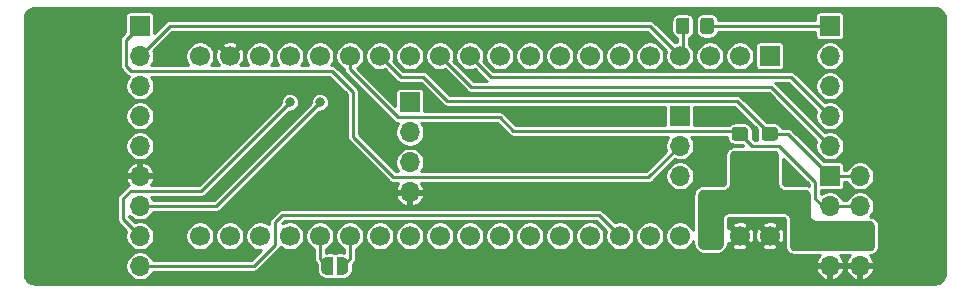
<source format=gbr>
%TF.GenerationSoftware,KiCad,Pcbnew,(5.1.9)-1*%
%TF.CreationDate,2021-05-19T13:16:52+01:00*%
%TF.ProjectId,FF OSD Adapter - Rev 2,4646204f-5344-4204-9164-617074657220,rev?*%
%TF.SameCoordinates,Original*%
%TF.FileFunction,Copper,L2,Bot*%
%TF.FilePolarity,Positive*%
%FSLAX46Y46*%
G04 Gerber Fmt 4.6, Leading zero omitted, Abs format (unit mm)*
G04 Created by KiCad (PCBNEW (5.1.9)-1) date 2021-05-19 13:16:52*
%MOMM*%
%LPD*%
G01*
G04 APERTURE LIST*
%TA.AperFunction,ComponentPad*%
%ADD10O,1.700000X1.700000*%
%TD*%
%TA.AperFunction,ComponentPad*%
%ADD11R,1.700000X1.700000*%
%TD*%
%TA.AperFunction,SMDPad,CuDef*%
%ADD12C,0.100000*%
%TD*%
%TA.AperFunction,ComponentPad*%
%ADD13C,1.700000*%
%TD*%
%TA.AperFunction,ViaPad*%
%ADD14C,0.800000*%
%TD*%
%TA.AperFunction,Conductor*%
%ADD15C,0.250000*%
%TD*%
%TA.AperFunction,Conductor*%
%ADD16C,0.254000*%
%TD*%
%TA.AperFunction,Conductor*%
%ADD17C,0.100000*%
%TD*%
G04 APERTURE END LIST*
D10*
%TO.P,CN5,8*%
%TO.N,GND*%
X177800000Y-111760000D03*
%TO.P,CN5,7*%
X175260000Y-111760000D03*
%TO.P,CN5,6*%
%TO.N,+3V3*%
X177800000Y-109220000D03*
%TO.P,CN5,5*%
X175260000Y-109220000D03*
%TO.P,CN5,4*%
%TO.N,SDA*%
X177800000Y-106680000D03*
%TO.P,CN5,3*%
X175260000Y-106680000D03*
%TO.P,CN5,2*%
%TO.N,SCL*%
X177800000Y-104140000D03*
D11*
%TO.P,CN5,1*%
X175260000Y-104140000D03*
%TD*%
D10*
%TO.P,CN2,5*%
%TO.N,KB_CLOCK*%
X175260000Y-101600000D03*
%TO.P,CN2,4*%
%TO.N,KB_DATA*%
X175260000Y-99060000D03*
%TO.P,CN2,3*%
%TO.N,SYNC*%
X175260000Y-96520000D03*
%TO.P,CN2,2*%
%TO.N,DISPLAY_OUTPUT_BUFFERED*%
X175260000Y-93980000D03*
D11*
%TO.P,CN2,1*%
%TO.N,Net-(CN2-Pad1)*%
X175260000Y-91440000D03*
%TD*%
D10*
%TO.P,CN1,9*%
%TO.N,BT3*%
X116840000Y-111760000D03*
%TO.P,CN1,8*%
%TO.N,BT2*%
X116840000Y-109220000D03*
%TO.P,CN1,7*%
%TO.N,BT1*%
X116840000Y-106680000D03*
%TO.P,CN1,6*%
%TO.N,GND*%
X116840000Y-104140000D03*
%TO.P,CN1,5*%
%TO.N,+5V*%
X116840000Y-101600000D03*
%TO.P,CN1,4*%
%TO.N,DISPLAY_OUTPUT_BUFFERED*%
X116840000Y-99060000D03*
%TO.P,CN1,3*%
%TO.N,DISPLAY_ENABLE*%
X116840000Y-96520000D03*
%TO.P,CN1,2*%
%TO.N,DISPLAY_OUTPUT*%
X116840000Y-93980000D03*
D11*
%TO.P,CN1,1*%
%TO.N,SYNC*%
X116840000Y-91440000D03*
%TD*%
D10*
%TO.P,CN3,4*%
%TO.N,GND*%
X139700000Y-105537000D03*
%TO.P,CN3,3*%
%TO.N,+5V*%
X139700000Y-102997000D03*
%TO.P,CN3,2*%
%TO.N,TX*%
X139700000Y-100457000D03*
D11*
%TO.P,CN3,1*%
%TO.N,RX*%
X139700000Y-97917000D03*
%TD*%
%TA.AperFunction,SMDPad,CuDef*%
D12*
%TO.P,JP1,2*%
%TO.N,A1*%
G36*
X134000000Y-111010602D02*
G01*
X134024534Y-111010602D01*
X134073365Y-111015412D01*
X134121490Y-111024984D01*
X134168445Y-111039228D01*
X134213778Y-111058005D01*
X134257051Y-111081136D01*
X134297850Y-111108396D01*
X134335779Y-111139524D01*
X134370476Y-111174221D01*
X134401604Y-111212150D01*
X134428864Y-111252949D01*
X134451995Y-111296222D01*
X134470772Y-111341555D01*
X134485016Y-111388510D01*
X134494588Y-111436635D01*
X134499398Y-111485466D01*
X134499398Y-111510000D01*
X134500000Y-111510000D01*
X134500000Y-112010000D01*
X134499398Y-112010000D01*
X134499398Y-112034534D01*
X134494588Y-112083365D01*
X134485016Y-112131490D01*
X134470772Y-112178445D01*
X134451995Y-112223778D01*
X134428864Y-112267051D01*
X134401604Y-112307850D01*
X134370476Y-112345779D01*
X134335779Y-112380476D01*
X134297850Y-112411604D01*
X134257051Y-112438864D01*
X134213778Y-112461995D01*
X134168445Y-112480772D01*
X134121490Y-112495016D01*
X134073365Y-112504588D01*
X134024534Y-112509398D01*
X134000000Y-112509398D01*
X134000000Y-112510000D01*
X133500000Y-112510000D01*
X133500000Y-111010000D01*
X134000000Y-111010000D01*
X134000000Y-111010602D01*
G37*
%TD.AperFunction*%
%TA.AperFunction,SMDPad,CuDef*%
%TO.P,JP1,1*%
%TO.N,A0*%
G36*
X133200000Y-112510000D02*
G01*
X132700000Y-112510000D01*
X132700000Y-112509398D01*
X132675466Y-112509398D01*
X132626635Y-112504588D01*
X132578510Y-112495016D01*
X132531555Y-112480772D01*
X132486222Y-112461995D01*
X132442949Y-112438864D01*
X132402150Y-112411604D01*
X132364221Y-112380476D01*
X132329524Y-112345779D01*
X132298396Y-112307850D01*
X132271136Y-112267051D01*
X132248005Y-112223778D01*
X132229228Y-112178445D01*
X132214984Y-112131490D01*
X132205412Y-112083365D01*
X132200602Y-112034534D01*
X132200602Y-112010000D01*
X132200000Y-112010000D01*
X132200000Y-111510000D01*
X132200602Y-111510000D01*
X132200602Y-111485466D01*
X132205412Y-111436635D01*
X132214984Y-111388510D01*
X132229228Y-111341555D01*
X132248005Y-111296222D01*
X132271136Y-111252949D01*
X132298396Y-111212150D01*
X132329524Y-111174221D01*
X132364221Y-111139524D01*
X132402150Y-111108396D01*
X132442949Y-111081136D01*
X132486222Y-111058005D01*
X132531555Y-111039228D01*
X132578510Y-111024984D01*
X132626635Y-111015412D01*
X132675466Y-111010602D01*
X132700000Y-111010602D01*
X132700000Y-111010000D01*
X133200000Y-111010000D01*
X133200000Y-112510000D01*
G37*
%TD.AperFunction*%
%TD*%
D10*
%TO.P,JP2,3*%
%TO.N,C_H_SYNC*%
X162560000Y-104140000D03*
%TO.P,JP2,2*%
%TO.N,SYNC*%
X162560000Y-101600000D03*
D11*
%TO.P,JP2,1*%
%TO.N,V_SYNC*%
X162560000Y-99060000D03*
%TD*%
%TO.P,R3,2*%
%TO.N,Net-(CN2-Pad1)*%
%TA.AperFunction,SMDPad,CuDef*%
G36*
G01*
X164280000Y-91890001D02*
X164280000Y-90989999D01*
G75*
G02*
X164529999Y-90740000I249999J0D01*
G01*
X165180001Y-90740000D01*
G75*
G02*
X165430000Y-90989999I0J-249999D01*
G01*
X165430000Y-91890001D01*
G75*
G02*
X165180001Y-92140000I-249999J0D01*
G01*
X164529999Y-92140000D01*
G75*
G02*
X164280000Y-91890001I0J249999D01*
G01*
G37*
%TD.AperFunction*%
%TO.P,R3,1*%
%TO.N,DISPLAY_OUTPUT*%
%TA.AperFunction,SMDPad,CuDef*%
G36*
G01*
X162230000Y-91890001D02*
X162230000Y-90989999D01*
G75*
G02*
X162479999Y-90740000I249999J0D01*
G01*
X163130001Y-90740000D01*
G75*
G02*
X163380000Y-90989999I0J-249999D01*
G01*
X163380000Y-91890001D01*
G75*
G02*
X163130001Y-92140000I-249999J0D01*
G01*
X162479999Y-92140000D01*
G75*
G02*
X162230000Y-91890001I0J249999D01*
G01*
G37*
%TD.AperFunction*%
%TD*%
D13*
%TO.P,U1,40*%
%TO.N,GND*%
X170180000Y-109220000D03*
D11*
%TO.P,U1,1*%
%TO.N,Net-(U1-Pad1)*%
X170180000Y-93980000D03*
D13*
%TO.P,U1,39*%
%TO.N,GND*%
X167640000Y-109220000D03*
%TO.P,U1,2*%
%TO.N,Net-(U1-Pad2)*%
X167640000Y-93980000D03*
%TO.P,U1,38*%
%TO.N,+3V3*%
X165100000Y-109220000D03*
%TO.P,U1,3*%
%TO.N,V_SYNC*%
X165100000Y-93980000D03*
%TO.P,U1,37*%
%TO.N,Net-(U1-Pad37)*%
X162560000Y-109220000D03*
%TO.P,U1,4*%
%TO.N,DISPLAY_OUTPUT*%
X162560000Y-93980000D03*
%TO.P,U1,36*%
%TO.N,Net-(U1-Pad36)*%
X160020000Y-109220000D03*
%TO.P,U1,5*%
%TO.N,C_H_SYNC*%
X160020000Y-93980000D03*
%TO.P,U1,35*%
%TO.N,BT3*%
X157480000Y-109220000D03*
%TO.P,U1,6*%
%TO.N,TX*%
X157480000Y-93980000D03*
%TO.P,U1,34*%
%TO.N,Net-(U1-Pad34)*%
X154940000Y-109220000D03*
%TO.P,U1,7*%
%TO.N,RX*%
X154940000Y-93980000D03*
%TO.P,U1,33*%
%TO.N,Net-(U1-Pad33)*%
X152400000Y-109220000D03*
%TO.P,U1,8*%
%TO.N,Net-(U1-Pad8)*%
X152400000Y-93980000D03*
%TO.P,U1,32*%
%TO.N,Net-(U1-Pad32)*%
X149860000Y-109220000D03*
%TO.P,U1,9*%
%TO.N,Net-(U1-Pad9)*%
X149860000Y-93980000D03*
%TO.P,U1,31*%
%TO.N,Net-(U1-Pad31)*%
X147320000Y-109220000D03*
%TO.P,U1,10*%
%TO.N,DISPLAY_ENABLE*%
X147320000Y-93980000D03*
%TO.P,U1,30*%
%TO.N,Net-(U1-Pad30)*%
X144780000Y-109220000D03*
%TO.P,U1,11*%
%TO.N,KB_DATA*%
X144780000Y-93980000D03*
%TO.P,U1,29*%
%TO.N,Net-(U1-Pad29)*%
X142240000Y-109220000D03*
%TO.P,U1,12*%
%TO.N,KB_CLOCK*%
X142240000Y-93980000D03*
%TO.P,U1,28*%
%TO.N,Net-(U1-Pad28)*%
X139700000Y-109220000D03*
%TO.P,U1,13*%
%TO.N,Net-(U1-Pad13)*%
X139700000Y-93980000D03*
%TO.P,U1,27*%
%TO.N,A2*%
X137160000Y-109220000D03*
%TO.P,U1,14*%
%TO.N,SCL*%
X137160000Y-93980000D03*
%TO.P,U1,26*%
%TO.N,A1*%
X134620000Y-109220000D03*
%TO.P,U1,15*%
%TO.N,SDA*%
X134620000Y-93980000D03*
%TO.P,U1,25*%
%TO.N,A0*%
X132080000Y-109220000D03*
%TO.P,U1,16*%
%TO.N,BT1*%
X132080000Y-93980000D03*
%TO.P,U1,24*%
%TO.N,Net-(U1-Pad24)*%
X129540000Y-109220000D03*
%TO.P,U1,17*%
%TO.N,BT2*%
X129540000Y-93980000D03*
%TO.P,U1,23*%
%TO.N,Net-(U1-Pad23)*%
X127000000Y-109220000D03*
%TO.P,U1,18*%
%TO.N,+5V*%
X127000000Y-93980000D03*
%TO.P,U1,22*%
%TO.N,Net-(U1-Pad22)*%
X124460000Y-109220000D03*
%TO.P,U1,19*%
%TO.N,GND*%
X124460000Y-93980000D03*
%TO.P,U1,21*%
%TO.N,Net-(U1-Pad21)*%
X121920000Y-109220000D03*
%TO.P,U1,20*%
%TO.N,Net-(U1-Pad20)*%
X121920000Y-93980000D03*
%TD*%
%TO.P,R2,2*%
%TO.N,+3V3*%
%TA.AperFunction,SMDPad,CuDef*%
G36*
G01*
X167189999Y-102050000D02*
X168090001Y-102050000D01*
G75*
G02*
X168340000Y-102299999I0J-249999D01*
G01*
X168340000Y-102950001D01*
G75*
G02*
X168090001Y-103200000I-249999J0D01*
G01*
X167189999Y-103200000D01*
G75*
G02*
X166940000Y-102950001I0J249999D01*
G01*
X166940000Y-102299999D01*
G75*
G02*
X167189999Y-102050000I249999J0D01*
G01*
G37*
%TD.AperFunction*%
%TO.P,R2,1*%
%TO.N,SDA*%
%TA.AperFunction,SMDPad,CuDef*%
G36*
G01*
X167189999Y-100000000D02*
X168090001Y-100000000D01*
G75*
G02*
X168340000Y-100249999I0J-249999D01*
G01*
X168340000Y-100900001D01*
G75*
G02*
X168090001Y-101150000I-249999J0D01*
G01*
X167189999Y-101150000D01*
G75*
G02*
X166940000Y-100900001I0J249999D01*
G01*
X166940000Y-100249999D01*
G75*
G02*
X167189999Y-100000000I249999J0D01*
G01*
G37*
%TD.AperFunction*%
%TD*%
%TO.P,R1,2*%
%TO.N,+3V3*%
%TA.AperFunction,SMDPad,CuDef*%
G36*
G01*
X169729999Y-102050000D02*
X170630001Y-102050000D01*
G75*
G02*
X170880000Y-102299999I0J-249999D01*
G01*
X170880000Y-102950001D01*
G75*
G02*
X170630001Y-103200000I-249999J0D01*
G01*
X169729999Y-103200000D01*
G75*
G02*
X169480000Y-102950001I0J249999D01*
G01*
X169480000Y-102299999D01*
G75*
G02*
X169729999Y-102050000I249999J0D01*
G01*
G37*
%TD.AperFunction*%
%TO.P,R1,1*%
%TO.N,SCL*%
%TA.AperFunction,SMDPad,CuDef*%
G36*
G01*
X169729999Y-100000000D02*
X170630001Y-100000000D01*
G75*
G02*
X170880000Y-100249999I0J-249999D01*
G01*
X170880000Y-100900001D01*
G75*
G02*
X170630001Y-101150000I-249999J0D01*
G01*
X169729999Y-101150000D01*
G75*
G02*
X169480000Y-100900001I0J249999D01*
G01*
X169480000Y-100249999D01*
G75*
G02*
X169729999Y-100000000I249999J0D01*
G01*
G37*
%TD.AperFunction*%
%TD*%
D14*
%TO.N,GND*%
X172085000Y-104140000D03*
X164465000Y-99060000D03*
%TO.N,BT2*%
X129540000Y-97917000D03*
%TO.N,BT1*%
X132080000Y-97917000D03*
%TD*%
D15*
%TO.N,SCL*%
X171695000Y-100575000D02*
X175260000Y-104140000D01*
X170180000Y-100575000D02*
X171695000Y-100575000D01*
X167395000Y-97790000D02*
X170180000Y-100575000D01*
X142875000Y-97790000D02*
X167395000Y-97790000D01*
X140843000Y-95758000D02*
X142875000Y-97790000D01*
X138938000Y-95758000D02*
X140843000Y-95758000D01*
X137160000Y-93980000D02*
X138938000Y-95758000D01*
X175260000Y-104140000D02*
X177800000Y-104140000D01*
%TO.N,SDA*%
X167395000Y-100330000D02*
X167640000Y-100575000D01*
X148463000Y-100330000D02*
X167395000Y-100330000D01*
X138684998Y-99187000D02*
X147320000Y-99187000D01*
X147320000Y-99187000D02*
X148463000Y-100330000D01*
X134620000Y-95122002D02*
X138684998Y-99187000D01*
X134620000Y-93980000D02*
X134620000Y-95122002D01*
X175260000Y-106680000D02*
X177800000Y-106680000D01*
X167640000Y-100575000D02*
X168665000Y-101600000D01*
X173990000Y-104648000D02*
X173990000Y-106045000D01*
X174625000Y-106680000D02*
X175260000Y-106680000D01*
X168665000Y-101600000D02*
X170942000Y-101600000D01*
X170942000Y-101600000D02*
X173990000Y-104648000D01*
X173990000Y-106045000D02*
X174625000Y-106680000D01*
%TO.N,KB_DATA*%
X171958000Y-95758000D02*
X146558000Y-95758000D01*
X146558000Y-95758000D02*
X144780000Y-93980000D01*
X175260000Y-99060000D02*
X171958000Y-95758000D01*
%TO.N,KB_CLOCK*%
X144907000Y-96647000D02*
X142240000Y-93980000D01*
X170307000Y-96647000D02*
X144907000Y-96647000D01*
X175260000Y-101600000D02*
X170307000Y-96647000D01*
%TO.N,A1*%
X134620000Y-111140000D02*
X134000000Y-111760000D01*
X134620000Y-109220000D02*
X134620000Y-111140000D01*
%TO.N,A0*%
X132080000Y-111140000D02*
X132700000Y-111760000D01*
X132080000Y-109220000D02*
X132080000Y-111140000D01*
%TO.N,DISPLAY_OUTPUT*%
X162805000Y-93735000D02*
X162560000Y-93980000D01*
X162805000Y-91440000D02*
X162805000Y-93735000D01*
X117689999Y-93130001D02*
X116840000Y-93980000D01*
X119380000Y-91440000D02*
X117689999Y-93130001D01*
X160020000Y-91440000D02*
X119380000Y-91440000D01*
X162560000Y-93980000D02*
X160020000Y-91440000D01*
%TO.N,SYNC*%
X134874000Y-100838000D02*
X138303000Y-104267000D01*
X134874000Y-97028000D02*
X134874000Y-100838000D01*
X159893000Y-104267000D02*
X162560000Y-101600000D01*
X133096000Y-95250000D02*
X134874000Y-97028000D01*
X138303000Y-104267000D02*
X159893000Y-104267000D01*
X116078000Y-95250000D02*
X133096000Y-95250000D01*
X115664999Y-94836999D02*
X116078000Y-95250000D01*
X115664999Y-92615001D02*
X115664999Y-94836999D01*
X116840000Y-91440000D02*
X115664999Y-92615001D01*
%TO.N,Net-(CN2-Pad1)*%
X164855000Y-91440000D02*
X175260000Y-91440000D01*
%TO.N,BT3*%
X155702000Y-107442000D02*
X157480000Y-109220000D01*
X128905000Y-107442000D02*
X155702000Y-107442000D01*
X128270000Y-108077000D02*
X128905000Y-107442000D01*
X128270000Y-109982000D02*
X128270000Y-108077000D01*
X126492000Y-111760000D02*
X128270000Y-109982000D01*
X116840000Y-111760000D02*
X126492000Y-111760000D01*
%TO.N,BT2*%
X116078000Y-105410000D02*
X122047000Y-105410000D01*
X115443000Y-106045000D02*
X116078000Y-105410000D01*
X115443000Y-107823000D02*
X115443000Y-106045000D01*
X122047000Y-105410000D02*
X129540000Y-97917000D01*
X116840000Y-109220000D02*
X115443000Y-107823000D01*
%TO.N,BT1*%
X116840000Y-106680000D02*
X123317000Y-106680000D01*
X123317000Y-106680000D02*
X132080000Y-97917000D01*
%TD*%
D16*
%TO.N,GND*%
X184317441Y-89959364D02*
X184478501Y-90007992D01*
X184627054Y-90086979D01*
X184757430Y-90193310D01*
X184864674Y-90322946D01*
X184944695Y-90470942D01*
X184994446Y-90631661D01*
X185014000Y-90817707D01*
X185014001Y-112375136D01*
X184995636Y-112562441D01*
X184947008Y-112723503D01*
X184868023Y-112872051D01*
X184761689Y-113002430D01*
X184632054Y-113109674D01*
X184484058Y-113189695D01*
X184323339Y-113239446D01*
X184137293Y-113259000D01*
X107969854Y-113259000D01*
X107782559Y-113240636D01*
X107621497Y-113192008D01*
X107472949Y-113113023D01*
X107342570Y-113006689D01*
X107235326Y-112877054D01*
X107155305Y-112729058D01*
X107105554Y-112568339D01*
X107086000Y-112382293D01*
X107086000Y-111638757D01*
X115609000Y-111638757D01*
X115609000Y-111881243D01*
X115656307Y-112119069D01*
X115749102Y-112343097D01*
X115883820Y-112544717D01*
X116055283Y-112716180D01*
X116256903Y-112850898D01*
X116480931Y-112943693D01*
X116718757Y-112991000D01*
X116961243Y-112991000D01*
X117199069Y-112943693D01*
X117423097Y-112850898D01*
X117624717Y-112716180D01*
X117796180Y-112544717D01*
X117930898Y-112343097D01*
X117962832Y-112266000D01*
X126467154Y-112266000D01*
X126492000Y-112268447D01*
X126516846Y-112266000D01*
X126516854Y-112266000D01*
X126591193Y-112258678D01*
X126686575Y-112229745D01*
X126774479Y-112182759D01*
X126851527Y-112119527D01*
X126867376Y-112100215D01*
X128610220Y-110357372D01*
X128629527Y-110341527D01*
X128692759Y-110264479D01*
X128739745Y-110176575D01*
X128743453Y-110164350D01*
X128755283Y-110176180D01*
X128956903Y-110310898D01*
X129180931Y-110403693D01*
X129418757Y-110451000D01*
X129661243Y-110451000D01*
X129899069Y-110403693D01*
X130123097Y-110310898D01*
X130324717Y-110176180D01*
X130496180Y-110004717D01*
X130630898Y-109803097D01*
X130723693Y-109579069D01*
X130771000Y-109341243D01*
X130771000Y-109098757D01*
X130849000Y-109098757D01*
X130849000Y-109341243D01*
X130896307Y-109579069D01*
X130989102Y-109803097D01*
X131123820Y-110004717D01*
X131295283Y-110176180D01*
X131496903Y-110310898D01*
X131574001Y-110342833D01*
X131574001Y-111115144D01*
X131571553Y-111140000D01*
X131581322Y-111239192D01*
X131610255Y-111334574D01*
X131610256Y-111334575D01*
X131657242Y-111422479D01*
X131720474Y-111499527D01*
X131739780Y-111515371D01*
X131817157Y-111592748D01*
X131817157Y-112010000D01*
X131819565Y-112034450D01*
X131819565Y-112059009D01*
X131826921Y-112133698D01*
X131846043Y-112229831D01*
X131867828Y-112301648D01*
X131905337Y-112392204D01*
X131940717Y-112458394D01*
X131995173Y-112539893D01*
X132042784Y-112597908D01*
X132112092Y-112667216D01*
X132170107Y-112714827D01*
X132251606Y-112769283D01*
X132317796Y-112804663D01*
X132408352Y-112842172D01*
X132480169Y-112863957D01*
X132576302Y-112883079D01*
X132650991Y-112890435D01*
X132675550Y-112890435D01*
X132700000Y-112892843D01*
X133200000Y-112892843D01*
X133274689Y-112885487D01*
X133346508Y-112863701D01*
X133350000Y-112861834D01*
X133353492Y-112863701D01*
X133425311Y-112885487D01*
X133500000Y-112892843D01*
X134000000Y-112892843D01*
X134024450Y-112890435D01*
X134049009Y-112890435D01*
X134123698Y-112883079D01*
X134219831Y-112863957D01*
X134291648Y-112842172D01*
X134382204Y-112804663D01*
X134448394Y-112769283D01*
X134529893Y-112714827D01*
X134587908Y-112667216D01*
X134657216Y-112597908D01*
X134704827Y-112539893D01*
X134759283Y-112458394D01*
X134794663Y-112392204D01*
X134832172Y-112301648D01*
X134853957Y-112229831D01*
X134873079Y-112133698D01*
X134878665Y-112076980D01*
X174070511Y-112076980D01*
X174094866Y-112157288D01*
X174194761Y-112376961D01*
X174335592Y-112572924D01*
X174511948Y-112737647D01*
X174717051Y-112864799D01*
X174943019Y-112949495D01*
X175133000Y-112889187D01*
X175133000Y-111887000D01*
X175387000Y-111887000D01*
X175387000Y-112889187D01*
X175576981Y-112949495D01*
X175802949Y-112864799D01*
X176008052Y-112737647D01*
X176184408Y-112572924D01*
X176325239Y-112376961D01*
X176425134Y-112157288D01*
X176449489Y-112076980D01*
X176610511Y-112076980D01*
X176634866Y-112157288D01*
X176734761Y-112376961D01*
X176875592Y-112572924D01*
X177051948Y-112737647D01*
X177257051Y-112864799D01*
X177483019Y-112949495D01*
X177673000Y-112889187D01*
X177673000Y-111887000D01*
X177927000Y-111887000D01*
X177927000Y-112889187D01*
X178116981Y-112949495D01*
X178342949Y-112864799D01*
X178548052Y-112737647D01*
X178724408Y-112572924D01*
X178865239Y-112376961D01*
X178965134Y-112157288D01*
X178989489Y-112076980D01*
X178928627Y-111887000D01*
X177927000Y-111887000D01*
X177673000Y-111887000D01*
X176671373Y-111887000D01*
X176610511Y-112076980D01*
X176449489Y-112076980D01*
X176388627Y-111887000D01*
X175387000Y-111887000D01*
X175133000Y-111887000D01*
X174131373Y-111887000D01*
X174070511Y-112076980D01*
X134878665Y-112076980D01*
X134880435Y-112059009D01*
X134880435Y-112034450D01*
X134882843Y-112010000D01*
X134882843Y-111592749D01*
X134960220Y-111515372D01*
X134979527Y-111499527D01*
X135042759Y-111422479D01*
X135089745Y-111334575D01*
X135111965Y-111261322D01*
X135118678Y-111239194D01*
X135124813Y-111176903D01*
X135126000Y-111164854D01*
X135126000Y-111164847D01*
X135128447Y-111140001D01*
X135126000Y-111115155D01*
X135126000Y-110342832D01*
X135203097Y-110310898D01*
X135404717Y-110176180D01*
X135576180Y-110004717D01*
X135710898Y-109803097D01*
X135803693Y-109579069D01*
X135851000Y-109341243D01*
X135851000Y-109098757D01*
X135929000Y-109098757D01*
X135929000Y-109341243D01*
X135976307Y-109579069D01*
X136069102Y-109803097D01*
X136203820Y-110004717D01*
X136375283Y-110176180D01*
X136576903Y-110310898D01*
X136800931Y-110403693D01*
X137038757Y-110451000D01*
X137281243Y-110451000D01*
X137519069Y-110403693D01*
X137743097Y-110310898D01*
X137944717Y-110176180D01*
X138116180Y-110004717D01*
X138250898Y-109803097D01*
X138343693Y-109579069D01*
X138391000Y-109341243D01*
X138391000Y-109098757D01*
X138469000Y-109098757D01*
X138469000Y-109341243D01*
X138516307Y-109579069D01*
X138609102Y-109803097D01*
X138743820Y-110004717D01*
X138915283Y-110176180D01*
X139116903Y-110310898D01*
X139340931Y-110403693D01*
X139578757Y-110451000D01*
X139821243Y-110451000D01*
X140059069Y-110403693D01*
X140283097Y-110310898D01*
X140484717Y-110176180D01*
X140656180Y-110004717D01*
X140790898Y-109803097D01*
X140883693Y-109579069D01*
X140931000Y-109341243D01*
X140931000Y-109098757D01*
X141009000Y-109098757D01*
X141009000Y-109341243D01*
X141056307Y-109579069D01*
X141149102Y-109803097D01*
X141283820Y-110004717D01*
X141455283Y-110176180D01*
X141656903Y-110310898D01*
X141880931Y-110403693D01*
X142118757Y-110451000D01*
X142361243Y-110451000D01*
X142599069Y-110403693D01*
X142823097Y-110310898D01*
X143024717Y-110176180D01*
X143196180Y-110004717D01*
X143330898Y-109803097D01*
X143423693Y-109579069D01*
X143471000Y-109341243D01*
X143471000Y-109098757D01*
X143549000Y-109098757D01*
X143549000Y-109341243D01*
X143596307Y-109579069D01*
X143689102Y-109803097D01*
X143823820Y-110004717D01*
X143995283Y-110176180D01*
X144196903Y-110310898D01*
X144420931Y-110403693D01*
X144658757Y-110451000D01*
X144901243Y-110451000D01*
X145139069Y-110403693D01*
X145363097Y-110310898D01*
X145564717Y-110176180D01*
X145736180Y-110004717D01*
X145870898Y-109803097D01*
X145963693Y-109579069D01*
X146011000Y-109341243D01*
X146011000Y-109098757D01*
X146089000Y-109098757D01*
X146089000Y-109341243D01*
X146136307Y-109579069D01*
X146229102Y-109803097D01*
X146363820Y-110004717D01*
X146535283Y-110176180D01*
X146736903Y-110310898D01*
X146960931Y-110403693D01*
X147198757Y-110451000D01*
X147441243Y-110451000D01*
X147679069Y-110403693D01*
X147903097Y-110310898D01*
X148104717Y-110176180D01*
X148276180Y-110004717D01*
X148410898Y-109803097D01*
X148503693Y-109579069D01*
X148551000Y-109341243D01*
X148551000Y-109098757D01*
X148629000Y-109098757D01*
X148629000Y-109341243D01*
X148676307Y-109579069D01*
X148769102Y-109803097D01*
X148903820Y-110004717D01*
X149075283Y-110176180D01*
X149276903Y-110310898D01*
X149500931Y-110403693D01*
X149738757Y-110451000D01*
X149981243Y-110451000D01*
X150219069Y-110403693D01*
X150443097Y-110310898D01*
X150644717Y-110176180D01*
X150816180Y-110004717D01*
X150950898Y-109803097D01*
X151043693Y-109579069D01*
X151091000Y-109341243D01*
X151091000Y-109098757D01*
X151169000Y-109098757D01*
X151169000Y-109341243D01*
X151216307Y-109579069D01*
X151309102Y-109803097D01*
X151443820Y-110004717D01*
X151615283Y-110176180D01*
X151816903Y-110310898D01*
X152040931Y-110403693D01*
X152278757Y-110451000D01*
X152521243Y-110451000D01*
X152759069Y-110403693D01*
X152983097Y-110310898D01*
X153184717Y-110176180D01*
X153356180Y-110004717D01*
X153490898Y-109803097D01*
X153583693Y-109579069D01*
X153631000Y-109341243D01*
X153631000Y-109098757D01*
X153709000Y-109098757D01*
X153709000Y-109341243D01*
X153756307Y-109579069D01*
X153849102Y-109803097D01*
X153983820Y-110004717D01*
X154155283Y-110176180D01*
X154356903Y-110310898D01*
X154580931Y-110403693D01*
X154818757Y-110451000D01*
X155061243Y-110451000D01*
X155299069Y-110403693D01*
X155523097Y-110310898D01*
X155724717Y-110176180D01*
X155896180Y-110004717D01*
X156030898Y-109803097D01*
X156123693Y-109579069D01*
X156171000Y-109341243D01*
X156171000Y-109098757D01*
X156123693Y-108860931D01*
X156030898Y-108636903D01*
X155896180Y-108435283D01*
X155724717Y-108263820D01*
X155523097Y-108129102D01*
X155299069Y-108036307D01*
X155061243Y-107989000D01*
X154818757Y-107989000D01*
X154580931Y-108036307D01*
X154356903Y-108129102D01*
X154155283Y-108263820D01*
X153983820Y-108435283D01*
X153849102Y-108636903D01*
X153756307Y-108860931D01*
X153709000Y-109098757D01*
X153631000Y-109098757D01*
X153583693Y-108860931D01*
X153490898Y-108636903D01*
X153356180Y-108435283D01*
X153184717Y-108263820D01*
X152983097Y-108129102D01*
X152759069Y-108036307D01*
X152521243Y-107989000D01*
X152278757Y-107989000D01*
X152040931Y-108036307D01*
X151816903Y-108129102D01*
X151615283Y-108263820D01*
X151443820Y-108435283D01*
X151309102Y-108636903D01*
X151216307Y-108860931D01*
X151169000Y-109098757D01*
X151091000Y-109098757D01*
X151043693Y-108860931D01*
X150950898Y-108636903D01*
X150816180Y-108435283D01*
X150644717Y-108263820D01*
X150443097Y-108129102D01*
X150219069Y-108036307D01*
X149981243Y-107989000D01*
X149738757Y-107989000D01*
X149500931Y-108036307D01*
X149276903Y-108129102D01*
X149075283Y-108263820D01*
X148903820Y-108435283D01*
X148769102Y-108636903D01*
X148676307Y-108860931D01*
X148629000Y-109098757D01*
X148551000Y-109098757D01*
X148503693Y-108860931D01*
X148410898Y-108636903D01*
X148276180Y-108435283D01*
X148104717Y-108263820D01*
X147903097Y-108129102D01*
X147679069Y-108036307D01*
X147441243Y-107989000D01*
X147198757Y-107989000D01*
X146960931Y-108036307D01*
X146736903Y-108129102D01*
X146535283Y-108263820D01*
X146363820Y-108435283D01*
X146229102Y-108636903D01*
X146136307Y-108860931D01*
X146089000Y-109098757D01*
X146011000Y-109098757D01*
X145963693Y-108860931D01*
X145870898Y-108636903D01*
X145736180Y-108435283D01*
X145564717Y-108263820D01*
X145363097Y-108129102D01*
X145139069Y-108036307D01*
X144901243Y-107989000D01*
X144658757Y-107989000D01*
X144420931Y-108036307D01*
X144196903Y-108129102D01*
X143995283Y-108263820D01*
X143823820Y-108435283D01*
X143689102Y-108636903D01*
X143596307Y-108860931D01*
X143549000Y-109098757D01*
X143471000Y-109098757D01*
X143423693Y-108860931D01*
X143330898Y-108636903D01*
X143196180Y-108435283D01*
X143024717Y-108263820D01*
X142823097Y-108129102D01*
X142599069Y-108036307D01*
X142361243Y-107989000D01*
X142118757Y-107989000D01*
X141880931Y-108036307D01*
X141656903Y-108129102D01*
X141455283Y-108263820D01*
X141283820Y-108435283D01*
X141149102Y-108636903D01*
X141056307Y-108860931D01*
X141009000Y-109098757D01*
X140931000Y-109098757D01*
X140883693Y-108860931D01*
X140790898Y-108636903D01*
X140656180Y-108435283D01*
X140484717Y-108263820D01*
X140283097Y-108129102D01*
X140059069Y-108036307D01*
X139821243Y-107989000D01*
X139578757Y-107989000D01*
X139340931Y-108036307D01*
X139116903Y-108129102D01*
X138915283Y-108263820D01*
X138743820Y-108435283D01*
X138609102Y-108636903D01*
X138516307Y-108860931D01*
X138469000Y-109098757D01*
X138391000Y-109098757D01*
X138343693Y-108860931D01*
X138250898Y-108636903D01*
X138116180Y-108435283D01*
X137944717Y-108263820D01*
X137743097Y-108129102D01*
X137519069Y-108036307D01*
X137281243Y-107989000D01*
X137038757Y-107989000D01*
X136800931Y-108036307D01*
X136576903Y-108129102D01*
X136375283Y-108263820D01*
X136203820Y-108435283D01*
X136069102Y-108636903D01*
X135976307Y-108860931D01*
X135929000Y-109098757D01*
X135851000Y-109098757D01*
X135803693Y-108860931D01*
X135710898Y-108636903D01*
X135576180Y-108435283D01*
X135404717Y-108263820D01*
X135203097Y-108129102D01*
X134979069Y-108036307D01*
X134741243Y-107989000D01*
X134498757Y-107989000D01*
X134260931Y-108036307D01*
X134036903Y-108129102D01*
X133835283Y-108263820D01*
X133663820Y-108435283D01*
X133529102Y-108636903D01*
X133436307Y-108860931D01*
X133389000Y-109098757D01*
X133389000Y-109341243D01*
X133436307Y-109579069D01*
X133529102Y-109803097D01*
X133663820Y-110004717D01*
X133835283Y-110176180D01*
X134036903Y-110310898D01*
X134114001Y-110342833D01*
X134114001Y-110635966D01*
X134049009Y-110629565D01*
X134024450Y-110629565D01*
X134000000Y-110627157D01*
X133500000Y-110627157D01*
X133425311Y-110634513D01*
X133353492Y-110656299D01*
X133350000Y-110658166D01*
X133346508Y-110656299D01*
X133274689Y-110634513D01*
X133200000Y-110627157D01*
X132700000Y-110627157D01*
X132675550Y-110629565D01*
X132650991Y-110629565D01*
X132586000Y-110635966D01*
X132586000Y-110342832D01*
X132663097Y-110310898D01*
X132864717Y-110176180D01*
X133036180Y-110004717D01*
X133170898Y-109803097D01*
X133263693Y-109579069D01*
X133311000Y-109341243D01*
X133311000Y-109098757D01*
X133263693Y-108860931D01*
X133170898Y-108636903D01*
X133036180Y-108435283D01*
X132864717Y-108263820D01*
X132663097Y-108129102D01*
X132439069Y-108036307D01*
X132201243Y-107989000D01*
X131958757Y-107989000D01*
X131720931Y-108036307D01*
X131496903Y-108129102D01*
X131295283Y-108263820D01*
X131123820Y-108435283D01*
X130989102Y-108636903D01*
X130896307Y-108860931D01*
X130849000Y-109098757D01*
X130771000Y-109098757D01*
X130723693Y-108860931D01*
X130630898Y-108636903D01*
X130496180Y-108435283D01*
X130324717Y-108263820D01*
X130123097Y-108129102D01*
X129899069Y-108036307D01*
X129661243Y-107989000D01*
X129418757Y-107989000D01*
X129180931Y-108036307D01*
X128956903Y-108129102D01*
X128886342Y-108176249D01*
X129114592Y-107948000D01*
X155492409Y-107948000D01*
X156328242Y-108783833D01*
X156296307Y-108860931D01*
X156249000Y-109098757D01*
X156249000Y-109341243D01*
X156296307Y-109579069D01*
X156389102Y-109803097D01*
X156523820Y-110004717D01*
X156695283Y-110176180D01*
X156896903Y-110310898D01*
X157120931Y-110403693D01*
X157358757Y-110451000D01*
X157601243Y-110451000D01*
X157839069Y-110403693D01*
X158063097Y-110310898D01*
X158264717Y-110176180D01*
X158436180Y-110004717D01*
X158570898Y-109803097D01*
X158663693Y-109579069D01*
X158711000Y-109341243D01*
X158711000Y-109098757D01*
X158789000Y-109098757D01*
X158789000Y-109341243D01*
X158836307Y-109579069D01*
X158929102Y-109803097D01*
X159063820Y-110004717D01*
X159235283Y-110176180D01*
X159436903Y-110310898D01*
X159660931Y-110403693D01*
X159898757Y-110451000D01*
X160141243Y-110451000D01*
X160379069Y-110403693D01*
X160603097Y-110310898D01*
X160804717Y-110176180D01*
X160976180Y-110004717D01*
X161110898Y-109803097D01*
X161203693Y-109579069D01*
X161251000Y-109341243D01*
X161251000Y-109098757D01*
X161203693Y-108860931D01*
X161110898Y-108636903D01*
X160976180Y-108435283D01*
X160804717Y-108263820D01*
X160603097Y-108129102D01*
X160379069Y-108036307D01*
X160141243Y-107989000D01*
X159898757Y-107989000D01*
X159660931Y-108036307D01*
X159436903Y-108129102D01*
X159235283Y-108263820D01*
X159063820Y-108435283D01*
X158929102Y-108636903D01*
X158836307Y-108860931D01*
X158789000Y-109098757D01*
X158711000Y-109098757D01*
X158663693Y-108860931D01*
X158570898Y-108636903D01*
X158436180Y-108435283D01*
X158264717Y-108263820D01*
X158063097Y-108129102D01*
X157839069Y-108036307D01*
X157601243Y-107989000D01*
X157358757Y-107989000D01*
X157120931Y-108036307D01*
X157043833Y-108068242D01*
X156077376Y-107101785D01*
X156061527Y-107082473D01*
X155984479Y-107019241D01*
X155896575Y-106972255D01*
X155801193Y-106943322D01*
X155726854Y-106936000D01*
X155726846Y-106936000D01*
X155702000Y-106933553D01*
X155677154Y-106936000D01*
X128929854Y-106936000D01*
X128905000Y-106933552D01*
X128880146Y-106936000D01*
X128805807Y-106943322D01*
X128710425Y-106972255D01*
X128622521Y-107019241D01*
X128545473Y-107082473D01*
X128529628Y-107101780D01*
X127929780Y-107701629D01*
X127910474Y-107717473D01*
X127847242Y-107794521D01*
X127832020Y-107823000D01*
X127800255Y-107882426D01*
X127771322Y-107977808D01*
X127761553Y-108077000D01*
X127764001Y-108101856D01*
X127764001Y-108249978D01*
X127583097Y-108129102D01*
X127359069Y-108036307D01*
X127121243Y-107989000D01*
X126878757Y-107989000D01*
X126640931Y-108036307D01*
X126416903Y-108129102D01*
X126215283Y-108263820D01*
X126043820Y-108435283D01*
X125909102Y-108636903D01*
X125816307Y-108860931D01*
X125769000Y-109098757D01*
X125769000Y-109341243D01*
X125816307Y-109579069D01*
X125909102Y-109803097D01*
X126043820Y-110004717D01*
X126215283Y-110176180D01*
X126416903Y-110310898D01*
X126640931Y-110403693D01*
X126878757Y-110451000D01*
X127085408Y-110451000D01*
X126282409Y-111254000D01*
X117962832Y-111254000D01*
X117930898Y-111176903D01*
X117796180Y-110975283D01*
X117624717Y-110803820D01*
X117423097Y-110669102D01*
X117199069Y-110576307D01*
X116961243Y-110529000D01*
X116718757Y-110529000D01*
X116480931Y-110576307D01*
X116256903Y-110669102D01*
X116055283Y-110803820D01*
X115883820Y-110975283D01*
X115749102Y-111176903D01*
X115656307Y-111400931D01*
X115609000Y-111638757D01*
X107086000Y-111638757D01*
X107086000Y-106045000D01*
X114934553Y-106045000D01*
X114937001Y-106069854D01*
X114937000Y-107798153D01*
X114934553Y-107823000D01*
X114937000Y-107847846D01*
X114937000Y-107847853D01*
X114944322Y-107922192D01*
X114973255Y-108017574D01*
X115020241Y-108105479D01*
X115083473Y-108182527D01*
X115102785Y-108198376D01*
X115688242Y-108783833D01*
X115656307Y-108860931D01*
X115609000Y-109098757D01*
X115609000Y-109341243D01*
X115656307Y-109579069D01*
X115749102Y-109803097D01*
X115883820Y-110004717D01*
X116055283Y-110176180D01*
X116256903Y-110310898D01*
X116480931Y-110403693D01*
X116718757Y-110451000D01*
X116961243Y-110451000D01*
X117199069Y-110403693D01*
X117423097Y-110310898D01*
X117624717Y-110176180D01*
X117796180Y-110004717D01*
X117930898Y-109803097D01*
X118023693Y-109579069D01*
X118071000Y-109341243D01*
X118071000Y-109098757D01*
X120689000Y-109098757D01*
X120689000Y-109341243D01*
X120736307Y-109579069D01*
X120829102Y-109803097D01*
X120963820Y-110004717D01*
X121135283Y-110176180D01*
X121336903Y-110310898D01*
X121560931Y-110403693D01*
X121798757Y-110451000D01*
X122041243Y-110451000D01*
X122279069Y-110403693D01*
X122503097Y-110310898D01*
X122704717Y-110176180D01*
X122876180Y-110004717D01*
X123010898Y-109803097D01*
X123103693Y-109579069D01*
X123151000Y-109341243D01*
X123151000Y-109098757D01*
X123229000Y-109098757D01*
X123229000Y-109341243D01*
X123276307Y-109579069D01*
X123369102Y-109803097D01*
X123503820Y-110004717D01*
X123675283Y-110176180D01*
X123876903Y-110310898D01*
X124100931Y-110403693D01*
X124338757Y-110451000D01*
X124581243Y-110451000D01*
X124819069Y-110403693D01*
X125043097Y-110310898D01*
X125244717Y-110176180D01*
X125416180Y-110004717D01*
X125550898Y-109803097D01*
X125643693Y-109579069D01*
X125691000Y-109341243D01*
X125691000Y-109098757D01*
X125643693Y-108860931D01*
X125550898Y-108636903D01*
X125416180Y-108435283D01*
X125244717Y-108263820D01*
X125043097Y-108129102D01*
X124819069Y-108036307D01*
X124581243Y-107989000D01*
X124338757Y-107989000D01*
X124100931Y-108036307D01*
X123876903Y-108129102D01*
X123675283Y-108263820D01*
X123503820Y-108435283D01*
X123369102Y-108636903D01*
X123276307Y-108860931D01*
X123229000Y-109098757D01*
X123151000Y-109098757D01*
X123103693Y-108860931D01*
X123010898Y-108636903D01*
X122876180Y-108435283D01*
X122704717Y-108263820D01*
X122503097Y-108129102D01*
X122279069Y-108036307D01*
X122041243Y-107989000D01*
X121798757Y-107989000D01*
X121560931Y-108036307D01*
X121336903Y-108129102D01*
X121135283Y-108263820D01*
X120963820Y-108435283D01*
X120829102Y-108636903D01*
X120736307Y-108860931D01*
X120689000Y-109098757D01*
X118071000Y-109098757D01*
X118023693Y-108860931D01*
X117930898Y-108636903D01*
X117796180Y-108435283D01*
X117624717Y-108263820D01*
X117423097Y-108129102D01*
X117199069Y-108036307D01*
X116961243Y-107989000D01*
X116718757Y-107989000D01*
X116480931Y-108036307D01*
X116403833Y-108068242D01*
X115949000Y-107613409D01*
X115949000Y-107529897D01*
X116055283Y-107636180D01*
X116256903Y-107770898D01*
X116480931Y-107863693D01*
X116718757Y-107911000D01*
X116961243Y-107911000D01*
X117199069Y-107863693D01*
X117423097Y-107770898D01*
X117624717Y-107636180D01*
X117796180Y-107464717D01*
X117930898Y-107263097D01*
X117962832Y-107186000D01*
X123292154Y-107186000D01*
X123317000Y-107188447D01*
X123341846Y-107186000D01*
X123341854Y-107186000D01*
X123416193Y-107178678D01*
X123511575Y-107149745D01*
X123599479Y-107102759D01*
X123676527Y-107039527D01*
X123692376Y-107020215D01*
X124858611Y-105853980D01*
X138510511Y-105853980D01*
X138534866Y-105934288D01*
X138634761Y-106153961D01*
X138775592Y-106349924D01*
X138951948Y-106514647D01*
X139157051Y-106641799D01*
X139383019Y-106726495D01*
X139573000Y-106666187D01*
X139573000Y-105664000D01*
X139827000Y-105664000D01*
X139827000Y-106666187D01*
X140016981Y-106726495D01*
X140242949Y-106641799D01*
X140448052Y-106514647D01*
X140624408Y-106349924D01*
X140765239Y-106153961D01*
X140865134Y-105934288D01*
X140889489Y-105853980D01*
X140828627Y-105664000D01*
X139827000Y-105664000D01*
X139573000Y-105664000D01*
X138571373Y-105664000D01*
X138510511Y-105853980D01*
X124858611Y-105853980D01*
X132014592Y-98698000D01*
X132156922Y-98698000D01*
X132307809Y-98667987D01*
X132449942Y-98609113D01*
X132577859Y-98523642D01*
X132686642Y-98414859D01*
X132772113Y-98286942D01*
X132830987Y-98144809D01*
X132861000Y-97993922D01*
X132861000Y-97840078D01*
X132830987Y-97689191D01*
X132772113Y-97547058D01*
X132686642Y-97419141D01*
X132577859Y-97310358D01*
X132449942Y-97224887D01*
X132307809Y-97166013D01*
X132156922Y-97136000D01*
X132003078Y-97136000D01*
X131852191Y-97166013D01*
X131710058Y-97224887D01*
X131582141Y-97310358D01*
X131473358Y-97419141D01*
X131387887Y-97547058D01*
X131329013Y-97689191D01*
X131299000Y-97840078D01*
X131299000Y-97982408D01*
X123107409Y-106174000D01*
X117962832Y-106174000D01*
X117930898Y-106096903D01*
X117810023Y-105916000D01*
X122022154Y-105916000D01*
X122047000Y-105918447D01*
X122071846Y-105916000D01*
X122071854Y-105916000D01*
X122146193Y-105908678D01*
X122241575Y-105879745D01*
X122329479Y-105832759D01*
X122406527Y-105769527D01*
X122422376Y-105750215D01*
X129474592Y-98698000D01*
X129616922Y-98698000D01*
X129767809Y-98667987D01*
X129909942Y-98609113D01*
X130037859Y-98523642D01*
X130146642Y-98414859D01*
X130232113Y-98286942D01*
X130290987Y-98144809D01*
X130321000Y-97993922D01*
X130321000Y-97840078D01*
X130290987Y-97689191D01*
X130232113Y-97547058D01*
X130146642Y-97419141D01*
X130037859Y-97310358D01*
X129909942Y-97224887D01*
X129767809Y-97166013D01*
X129616922Y-97136000D01*
X129463078Y-97136000D01*
X129312191Y-97166013D01*
X129170058Y-97224887D01*
X129042141Y-97310358D01*
X128933358Y-97419141D01*
X128847887Y-97547058D01*
X128789013Y-97689191D01*
X128759000Y-97840078D01*
X128759000Y-97982408D01*
X121837409Y-104904000D01*
X117799568Y-104904000D01*
X117905239Y-104756961D01*
X118005134Y-104537288D01*
X118029489Y-104456980D01*
X117968627Y-104267000D01*
X116967000Y-104267000D01*
X116967000Y-104287000D01*
X116713000Y-104287000D01*
X116713000Y-104267000D01*
X115711373Y-104267000D01*
X115650511Y-104456980D01*
X115674866Y-104537288D01*
X115774761Y-104756961D01*
X115902360Y-104934511D01*
X115883425Y-104940255D01*
X115795521Y-104987241D01*
X115718473Y-105050473D01*
X115702629Y-105069779D01*
X115102780Y-105669629D01*
X115083474Y-105685473D01*
X115020242Y-105762521D01*
X115009296Y-105783000D01*
X114973255Y-105850426D01*
X114944322Y-105945808D01*
X114934553Y-106045000D01*
X107086000Y-106045000D01*
X107086000Y-103823020D01*
X115650511Y-103823020D01*
X115711373Y-104013000D01*
X116713000Y-104013000D01*
X116713000Y-103010813D01*
X116967000Y-103010813D01*
X116967000Y-104013000D01*
X117968627Y-104013000D01*
X118029489Y-103823020D01*
X118005134Y-103742712D01*
X117905239Y-103523039D01*
X117764408Y-103327076D01*
X117588052Y-103162353D01*
X117382949Y-103035201D01*
X117156981Y-102950505D01*
X116967000Y-103010813D01*
X116713000Y-103010813D01*
X116523019Y-102950505D01*
X116297051Y-103035201D01*
X116091948Y-103162353D01*
X115915592Y-103327076D01*
X115774761Y-103523039D01*
X115674866Y-103742712D01*
X115650511Y-103823020D01*
X107086000Y-103823020D01*
X107086000Y-101478757D01*
X115609000Y-101478757D01*
X115609000Y-101721243D01*
X115656307Y-101959069D01*
X115749102Y-102183097D01*
X115883820Y-102384717D01*
X116055283Y-102556180D01*
X116256903Y-102690898D01*
X116480931Y-102783693D01*
X116718757Y-102831000D01*
X116961243Y-102831000D01*
X117199069Y-102783693D01*
X117423097Y-102690898D01*
X117624717Y-102556180D01*
X117796180Y-102384717D01*
X117930898Y-102183097D01*
X118023693Y-101959069D01*
X118071000Y-101721243D01*
X118071000Y-101478757D01*
X118023693Y-101240931D01*
X117930898Y-101016903D01*
X117796180Y-100815283D01*
X117624717Y-100643820D01*
X117423097Y-100509102D01*
X117199069Y-100416307D01*
X116961243Y-100369000D01*
X116718757Y-100369000D01*
X116480931Y-100416307D01*
X116256903Y-100509102D01*
X116055283Y-100643820D01*
X115883820Y-100815283D01*
X115749102Y-101016903D01*
X115656307Y-101240931D01*
X115609000Y-101478757D01*
X107086000Y-101478757D01*
X107086000Y-98938757D01*
X115609000Y-98938757D01*
X115609000Y-99181243D01*
X115656307Y-99419069D01*
X115749102Y-99643097D01*
X115883820Y-99844717D01*
X116055283Y-100016180D01*
X116256903Y-100150898D01*
X116480931Y-100243693D01*
X116718757Y-100291000D01*
X116961243Y-100291000D01*
X117199069Y-100243693D01*
X117423097Y-100150898D01*
X117624717Y-100016180D01*
X117796180Y-99844717D01*
X117930898Y-99643097D01*
X118023693Y-99419069D01*
X118071000Y-99181243D01*
X118071000Y-98938757D01*
X118023693Y-98700931D01*
X117930898Y-98476903D01*
X117796180Y-98275283D01*
X117624717Y-98103820D01*
X117423097Y-97969102D01*
X117199069Y-97876307D01*
X116961243Y-97829000D01*
X116718757Y-97829000D01*
X116480931Y-97876307D01*
X116256903Y-97969102D01*
X116055283Y-98103820D01*
X115883820Y-98275283D01*
X115749102Y-98476903D01*
X115656307Y-98700931D01*
X115609000Y-98938757D01*
X107086000Y-98938757D01*
X107086000Y-92615001D01*
X115156552Y-92615001D01*
X115158999Y-92639847D01*
X115159000Y-94812143D01*
X115156552Y-94836999D01*
X115166321Y-94936191D01*
X115195254Y-95031573D01*
X115208004Y-95055425D01*
X115242241Y-95119478D01*
X115305473Y-95196526D01*
X115324779Y-95212370D01*
X115702628Y-95590220D01*
X115718473Y-95609527D01*
X115795521Y-95672759D01*
X115883425Y-95719745D01*
X115895650Y-95723453D01*
X115883820Y-95735283D01*
X115749102Y-95936903D01*
X115656307Y-96160931D01*
X115609000Y-96398757D01*
X115609000Y-96641243D01*
X115656307Y-96879069D01*
X115749102Y-97103097D01*
X115883820Y-97304717D01*
X116055283Y-97476180D01*
X116256903Y-97610898D01*
X116480931Y-97703693D01*
X116718757Y-97751000D01*
X116961243Y-97751000D01*
X117199069Y-97703693D01*
X117423097Y-97610898D01*
X117624717Y-97476180D01*
X117796180Y-97304717D01*
X117930898Y-97103097D01*
X118023693Y-96879069D01*
X118071000Y-96641243D01*
X118071000Y-96398757D01*
X118023693Y-96160931D01*
X117930898Y-95936903D01*
X117810023Y-95756000D01*
X132886409Y-95756000D01*
X134368000Y-97237592D01*
X134368001Y-100813144D01*
X134365553Y-100838000D01*
X134375322Y-100937192D01*
X134404255Y-101032574D01*
X134410761Y-101044745D01*
X134451242Y-101120479D01*
X134514474Y-101197527D01*
X134533781Y-101213372D01*
X137927628Y-104607220D01*
X137943473Y-104626527D01*
X138020521Y-104689759D01*
X138108425Y-104736745D01*
X138175070Y-104756961D01*
X138203806Y-104765678D01*
X138213694Y-104766652D01*
X138278146Y-104773000D01*
X138278153Y-104773000D01*
X138302999Y-104775447D01*
X138327845Y-104773000D01*
X138740432Y-104773000D01*
X138634761Y-104920039D01*
X138534866Y-105139712D01*
X138510511Y-105220020D01*
X138571373Y-105410000D01*
X139573000Y-105410000D01*
X139573000Y-105390000D01*
X139827000Y-105390000D01*
X139827000Y-105410000D01*
X140828627Y-105410000D01*
X140889489Y-105220020D01*
X140865134Y-105139712D01*
X140765239Y-104920039D01*
X140659568Y-104773000D01*
X159868154Y-104773000D01*
X159893000Y-104775447D01*
X159917846Y-104773000D01*
X159917854Y-104773000D01*
X159992193Y-104765678D01*
X160087575Y-104736745D01*
X160175479Y-104689759D01*
X160252527Y-104626527D01*
X160268376Y-104607215D01*
X160856834Y-104018757D01*
X161329000Y-104018757D01*
X161329000Y-104261243D01*
X161376307Y-104499069D01*
X161469102Y-104723097D01*
X161603820Y-104924717D01*
X161775283Y-105096180D01*
X161976903Y-105230898D01*
X162200931Y-105323693D01*
X162438757Y-105371000D01*
X162681243Y-105371000D01*
X162919069Y-105323693D01*
X163143097Y-105230898D01*
X163344717Y-105096180D01*
X163516180Y-104924717D01*
X163650898Y-104723097D01*
X163743693Y-104499069D01*
X163791000Y-104261243D01*
X163791000Y-104018757D01*
X163743693Y-103780931D01*
X163650898Y-103556903D01*
X163516180Y-103355283D01*
X163344717Y-103183820D01*
X163143097Y-103049102D01*
X162919069Y-102956307D01*
X162681243Y-102909000D01*
X162438757Y-102909000D01*
X162200931Y-102956307D01*
X161976903Y-103049102D01*
X161775283Y-103183820D01*
X161603820Y-103355283D01*
X161469102Y-103556903D01*
X161376307Y-103780931D01*
X161329000Y-104018757D01*
X160856834Y-104018757D01*
X162123833Y-102751758D01*
X162200931Y-102783693D01*
X162438757Y-102831000D01*
X162681243Y-102831000D01*
X162919069Y-102783693D01*
X163143097Y-102690898D01*
X163344717Y-102556180D01*
X163516180Y-102384717D01*
X163650898Y-102183097D01*
X163743693Y-101959069D01*
X163791000Y-101721243D01*
X163791000Y-101478757D01*
X163743693Y-101240931D01*
X163650898Y-101016903D01*
X163530023Y-100836000D01*
X166557157Y-100836000D01*
X166557157Y-100900001D01*
X166569317Y-101023462D01*
X166605329Y-101142179D01*
X166663810Y-101251589D01*
X166742512Y-101347488D01*
X166838411Y-101426190D01*
X166947821Y-101484671D01*
X167066538Y-101520683D01*
X167189999Y-101532843D01*
X167882251Y-101532843D01*
X167949408Y-101600000D01*
X167251000Y-101600000D01*
X167201270Y-101603259D01*
X167071860Y-101620296D01*
X166975788Y-101646039D01*
X166855198Y-101695989D01*
X166769060Y-101745721D01*
X166665507Y-101825181D01*
X166595181Y-101895507D01*
X166515721Y-101999060D01*
X166465989Y-102085198D01*
X166416039Y-102205788D01*
X166390296Y-102301860D01*
X166373259Y-102431270D01*
X166370000Y-102481000D01*
X166370000Y-104758025D01*
X166362769Y-104812952D01*
X166351211Y-104840855D01*
X166332821Y-104864821D01*
X166308855Y-104883211D01*
X166280952Y-104894769D01*
X166226025Y-104902000D01*
X164584000Y-104902000D01*
X164534270Y-104905259D01*
X164404860Y-104922296D01*
X164308788Y-104948039D01*
X164188198Y-104997989D01*
X164102060Y-105047721D01*
X163998507Y-105127181D01*
X163928181Y-105197507D01*
X163848721Y-105301060D01*
X163798989Y-105387198D01*
X163749039Y-105507788D01*
X163723296Y-105603860D01*
X163706259Y-105733270D01*
X163703000Y-105783000D01*
X163703000Y-108762689D01*
X163650898Y-108636903D01*
X163516180Y-108435283D01*
X163344717Y-108263820D01*
X163143097Y-108129102D01*
X162919069Y-108036307D01*
X162681243Y-107989000D01*
X162438757Y-107989000D01*
X162200931Y-108036307D01*
X161976903Y-108129102D01*
X161775283Y-108263820D01*
X161603820Y-108435283D01*
X161469102Y-108636903D01*
X161376307Y-108860931D01*
X161329000Y-109098757D01*
X161329000Y-109341243D01*
X161376307Y-109579069D01*
X161469102Y-109803097D01*
X161603820Y-110004717D01*
X161775283Y-110176180D01*
X161976903Y-110310898D01*
X162200931Y-110403693D01*
X162438757Y-110451000D01*
X162681243Y-110451000D01*
X162919069Y-110403693D01*
X163143097Y-110310898D01*
X163344717Y-110176180D01*
X163516180Y-110004717D01*
X163650898Y-109803097D01*
X163703000Y-109677311D01*
X163703000Y-109863000D01*
X163706259Y-109912730D01*
X163723296Y-110042140D01*
X163749039Y-110138212D01*
X163798989Y-110258802D01*
X163848721Y-110344940D01*
X163928181Y-110448493D01*
X163998507Y-110518819D01*
X164102060Y-110598279D01*
X164188198Y-110648011D01*
X164308788Y-110697961D01*
X164404860Y-110723704D01*
X164534270Y-110740741D01*
X164584000Y-110744000D01*
X165743000Y-110744000D01*
X165792730Y-110740741D01*
X165922140Y-110723704D01*
X166018212Y-110697961D01*
X166138802Y-110648011D01*
X166224940Y-110598279D01*
X166328493Y-110518819D01*
X166398819Y-110448493D01*
X166478279Y-110344940D01*
X166528011Y-110258802D01*
X166577961Y-110138212D01*
X166584957Y-110112100D01*
X166927505Y-110112100D01*
X167019523Y-110290078D01*
X167240207Y-110390566D01*
X167476255Y-110446069D01*
X167718596Y-110454456D01*
X167957917Y-110415402D01*
X168185020Y-110330411D01*
X168260477Y-110290078D01*
X168352495Y-110112100D01*
X169467505Y-110112100D01*
X169559523Y-110290078D01*
X169780207Y-110390566D01*
X170016255Y-110446069D01*
X170258596Y-110454456D01*
X170497917Y-110415402D01*
X170725020Y-110330411D01*
X170800477Y-110290078D01*
X170892495Y-110112100D01*
X170180000Y-109399605D01*
X169467505Y-110112100D01*
X168352495Y-110112100D01*
X167640000Y-109399605D01*
X166927505Y-110112100D01*
X166584957Y-110112100D01*
X166603704Y-110042140D01*
X166620741Y-109912730D01*
X166623655Y-109868258D01*
X166747900Y-109932495D01*
X167460395Y-109220000D01*
X167819605Y-109220000D01*
X168532100Y-109932495D01*
X168710078Y-109840477D01*
X168810566Y-109619793D01*
X168866069Y-109383745D01*
X168869015Y-109298596D01*
X168945544Y-109298596D01*
X168984598Y-109537917D01*
X169069589Y-109765020D01*
X169109922Y-109840477D01*
X169287900Y-109932495D01*
X170000395Y-109220000D01*
X170359605Y-109220000D01*
X171072100Y-109932495D01*
X171250078Y-109840477D01*
X171350566Y-109619793D01*
X171406069Y-109383745D01*
X171414456Y-109141404D01*
X171375402Y-108902083D01*
X171290411Y-108674980D01*
X171250078Y-108599523D01*
X171072100Y-108507505D01*
X170359605Y-109220000D01*
X170000395Y-109220000D01*
X169287900Y-108507505D01*
X169109922Y-108599523D01*
X169009434Y-108820207D01*
X168953931Y-109056255D01*
X168945544Y-109298596D01*
X168869015Y-109298596D01*
X168874456Y-109141404D01*
X168835402Y-108902083D01*
X168750411Y-108674980D01*
X168710078Y-108599523D01*
X168532100Y-108507505D01*
X167819605Y-109220000D01*
X167460395Y-109220000D01*
X166747900Y-108507505D01*
X166624000Y-108571564D01*
X166624000Y-108327900D01*
X166927505Y-108327900D01*
X167640000Y-109040395D01*
X168352495Y-108327900D01*
X169467505Y-108327900D01*
X170180000Y-109040395D01*
X170892495Y-108327900D01*
X170800477Y-108149922D01*
X170579793Y-108049434D01*
X170343745Y-107993931D01*
X170101404Y-107985544D01*
X169862083Y-108024598D01*
X169634980Y-108109589D01*
X169559523Y-108149922D01*
X169467505Y-108327900D01*
X168352495Y-108327900D01*
X168260477Y-108149922D01*
X168039793Y-108049434D01*
X167803745Y-107993931D01*
X167561404Y-107985544D01*
X167322083Y-108024598D01*
X167094980Y-108109589D01*
X167019523Y-108149922D01*
X166927505Y-108327900D01*
X166624000Y-108327900D01*
X166624000Y-107839975D01*
X166631231Y-107785048D01*
X166642789Y-107757145D01*
X166661179Y-107733179D01*
X166685145Y-107714789D01*
X166713048Y-107703231D01*
X166767975Y-107696000D01*
X171306025Y-107696000D01*
X171360952Y-107703231D01*
X171388855Y-107714789D01*
X171412821Y-107733179D01*
X171431211Y-107757145D01*
X171442769Y-107785048D01*
X171450000Y-107839975D01*
X171450000Y-109990000D01*
X171453259Y-110039730D01*
X171470296Y-110169140D01*
X171496039Y-110265212D01*
X171545989Y-110385802D01*
X171595721Y-110471940D01*
X171675181Y-110575493D01*
X171745507Y-110645819D01*
X171849060Y-110725279D01*
X171935198Y-110775011D01*
X172055788Y-110824961D01*
X172151860Y-110850704D01*
X172281270Y-110867741D01*
X172331000Y-110871000D01*
X174417041Y-110871000D01*
X174335592Y-110947076D01*
X174194761Y-111143039D01*
X174094866Y-111362712D01*
X174070511Y-111443020D01*
X174131373Y-111633000D01*
X175133000Y-111633000D01*
X175133000Y-111613000D01*
X175387000Y-111613000D01*
X175387000Y-111633000D01*
X176388627Y-111633000D01*
X176449489Y-111443020D01*
X176425134Y-111362712D01*
X176325239Y-111143039D01*
X176184408Y-110947076D01*
X176102959Y-110871000D01*
X176957041Y-110871000D01*
X176875592Y-110947076D01*
X176734761Y-111143039D01*
X176634866Y-111362712D01*
X176610511Y-111443020D01*
X176671373Y-111633000D01*
X177673000Y-111633000D01*
X177673000Y-111613000D01*
X177927000Y-111613000D01*
X177927000Y-111633000D01*
X178928627Y-111633000D01*
X178989489Y-111443020D01*
X178965134Y-111362712D01*
X178865239Y-111143039D01*
X178724408Y-110947076D01*
X178637032Y-110865463D01*
X178749140Y-110850704D01*
X178845212Y-110824961D01*
X178965802Y-110775011D01*
X179051940Y-110725279D01*
X179155493Y-110645819D01*
X179225819Y-110575493D01*
X179305279Y-110471940D01*
X179355011Y-110385802D01*
X179404961Y-110265212D01*
X179430704Y-110169140D01*
X179447741Y-110039730D01*
X179451000Y-109990000D01*
X179451000Y-108450000D01*
X179447741Y-108400270D01*
X179430704Y-108270860D01*
X179404961Y-108174788D01*
X179355011Y-108054198D01*
X179305279Y-107968060D01*
X179225819Y-107864507D01*
X179155493Y-107794181D01*
X179051940Y-107714721D01*
X178965802Y-107664989D01*
X178845212Y-107615039D01*
X178749140Y-107589296D01*
X178645275Y-107575622D01*
X178756180Y-107464717D01*
X178890898Y-107263097D01*
X178983693Y-107039069D01*
X179031000Y-106801243D01*
X179031000Y-106558757D01*
X178983693Y-106320931D01*
X178890898Y-106096903D01*
X178756180Y-105895283D01*
X178584717Y-105723820D01*
X178383097Y-105589102D01*
X178159069Y-105496307D01*
X177921243Y-105449000D01*
X177678757Y-105449000D01*
X177440931Y-105496307D01*
X177216903Y-105589102D01*
X177015283Y-105723820D01*
X176843820Y-105895283D01*
X176709102Y-106096903D01*
X176677168Y-106174000D01*
X176382832Y-106174000D01*
X176350898Y-106096903D01*
X176216180Y-105895283D01*
X176044717Y-105723820D01*
X175843097Y-105589102D01*
X175619069Y-105496307D01*
X175381243Y-105449000D01*
X175138757Y-105449000D01*
X174900931Y-105496307D01*
X174676903Y-105589102D01*
X174496000Y-105709977D01*
X174496000Y-105372843D01*
X176110000Y-105372843D01*
X176184689Y-105365487D01*
X176256508Y-105343701D01*
X176322696Y-105308322D01*
X176380711Y-105260711D01*
X176428322Y-105202696D01*
X176463701Y-105136508D01*
X176485487Y-105064689D01*
X176492843Y-104990000D01*
X176492843Y-104646000D01*
X176677168Y-104646000D01*
X176709102Y-104723097D01*
X176843820Y-104924717D01*
X177015283Y-105096180D01*
X177216903Y-105230898D01*
X177440931Y-105323693D01*
X177678757Y-105371000D01*
X177921243Y-105371000D01*
X178159069Y-105323693D01*
X178383097Y-105230898D01*
X178584717Y-105096180D01*
X178756180Y-104924717D01*
X178890898Y-104723097D01*
X178983693Y-104499069D01*
X179031000Y-104261243D01*
X179031000Y-104018757D01*
X178983693Y-103780931D01*
X178890898Y-103556903D01*
X178756180Y-103355283D01*
X178584717Y-103183820D01*
X178383097Y-103049102D01*
X178159069Y-102956307D01*
X177921243Y-102909000D01*
X177678757Y-102909000D01*
X177440931Y-102956307D01*
X177216903Y-103049102D01*
X177015283Y-103183820D01*
X176843820Y-103355283D01*
X176709102Y-103556903D01*
X176677168Y-103634000D01*
X176492843Y-103634000D01*
X176492843Y-103290000D01*
X176485487Y-103215311D01*
X176463701Y-103143492D01*
X176428322Y-103077304D01*
X176380711Y-103019289D01*
X176322696Y-102971678D01*
X176256508Y-102936299D01*
X176184689Y-102914513D01*
X176110000Y-102907157D01*
X174742749Y-102907157D01*
X172070376Y-100234785D01*
X172054527Y-100215473D01*
X171977479Y-100152241D01*
X171889575Y-100105255D01*
X171794193Y-100076322D01*
X171719854Y-100069000D01*
X171719846Y-100069000D01*
X171695000Y-100066553D01*
X171670154Y-100069000D01*
X171233229Y-100069000D01*
X171214671Y-100007821D01*
X171156190Y-99898411D01*
X171077488Y-99802512D01*
X170981589Y-99723810D01*
X170872179Y-99665329D01*
X170753462Y-99629317D01*
X170630001Y-99617157D01*
X169937749Y-99617157D01*
X167770376Y-97449785D01*
X167754527Y-97430473D01*
X167677479Y-97367241D01*
X167589575Y-97320255D01*
X167494193Y-97291322D01*
X167419854Y-97284000D01*
X167419846Y-97284000D01*
X167395000Y-97281553D01*
X167370154Y-97284000D01*
X143084592Y-97284000D01*
X141218376Y-95417785D01*
X141202527Y-95398473D01*
X141125479Y-95335241D01*
X141037575Y-95288255D01*
X140942193Y-95259322D01*
X140867854Y-95252000D01*
X140867846Y-95252000D01*
X140843000Y-95249553D01*
X140818154Y-95252000D01*
X139147592Y-95252000D01*
X138311758Y-94416167D01*
X138343693Y-94339069D01*
X138391000Y-94101243D01*
X138391000Y-93858757D01*
X138469000Y-93858757D01*
X138469000Y-94101243D01*
X138516307Y-94339069D01*
X138609102Y-94563097D01*
X138743820Y-94764717D01*
X138915283Y-94936180D01*
X139116903Y-95070898D01*
X139340931Y-95163693D01*
X139578757Y-95211000D01*
X139821243Y-95211000D01*
X140059069Y-95163693D01*
X140283097Y-95070898D01*
X140484717Y-94936180D01*
X140656180Y-94764717D01*
X140790898Y-94563097D01*
X140883693Y-94339069D01*
X140931000Y-94101243D01*
X140931000Y-93858757D01*
X141009000Y-93858757D01*
X141009000Y-94101243D01*
X141056307Y-94339069D01*
X141149102Y-94563097D01*
X141283820Y-94764717D01*
X141455283Y-94936180D01*
X141656903Y-95070898D01*
X141880931Y-95163693D01*
X142118757Y-95211000D01*
X142361243Y-95211000D01*
X142599069Y-95163693D01*
X142676167Y-95131758D01*
X144531628Y-96987220D01*
X144547473Y-97006527D01*
X144624521Y-97069759D01*
X144686892Y-97103097D01*
X144712425Y-97116745D01*
X144807807Y-97145678D01*
X144907000Y-97155448D01*
X144931854Y-97153000D01*
X170097409Y-97153000D01*
X174108242Y-101163834D01*
X174076307Y-101240931D01*
X174029000Y-101478757D01*
X174029000Y-101721243D01*
X174076307Y-101959069D01*
X174169102Y-102183097D01*
X174303820Y-102384717D01*
X174475283Y-102556180D01*
X174676903Y-102690898D01*
X174900931Y-102783693D01*
X175138757Y-102831000D01*
X175381243Y-102831000D01*
X175619069Y-102783693D01*
X175843097Y-102690898D01*
X176044717Y-102556180D01*
X176216180Y-102384717D01*
X176350898Y-102183097D01*
X176443693Y-101959069D01*
X176491000Y-101721243D01*
X176491000Y-101478757D01*
X176443693Y-101240931D01*
X176350898Y-101016903D01*
X176216180Y-100815283D01*
X176044717Y-100643820D01*
X175843097Y-100509102D01*
X175619069Y-100416307D01*
X175381243Y-100369000D01*
X175138757Y-100369000D01*
X174900931Y-100416307D01*
X174823834Y-100448242D01*
X170682376Y-96306785D01*
X170666527Y-96287473D01*
X170637925Y-96264000D01*
X171748409Y-96264000D01*
X174108242Y-98623833D01*
X174076307Y-98700931D01*
X174029000Y-98938757D01*
X174029000Y-99181243D01*
X174076307Y-99419069D01*
X174169102Y-99643097D01*
X174303820Y-99844717D01*
X174475283Y-100016180D01*
X174676903Y-100150898D01*
X174900931Y-100243693D01*
X175138757Y-100291000D01*
X175381243Y-100291000D01*
X175619069Y-100243693D01*
X175843097Y-100150898D01*
X176044717Y-100016180D01*
X176216180Y-99844717D01*
X176350898Y-99643097D01*
X176443693Y-99419069D01*
X176491000Y-99181243D01*
X176491000Y-98938757D01*
X176443693Y-98700931D01*
X176350898Y-98476903D01*
X176216180Y-98275283D01*
X176044717Y-98103820D01*
X175843097Y-97969102D01*
X175619069Y-97876307D01*
X175381243Y-97829000D01*
X175138757Y-97829000D01*
X174900931Y-97876307D01*
X174823833Y-97908242D01*
X173314348Y-96398757D01*
X174029000Y-96398757D01*
X174029000Y-96641243D01*
X174076307Y-96879069D01*
X174169102Y-97103097D01*
X174303820Y-97304717D01*
X174475283Y-97476180D01*
X174676903Y-97610898D01*
X174900931Y-97703693D01*
X175138757Y-97751000D01*
X175381243Y-97751000D01*
X175619069Y-97703693D01*
X175843097Y-97610898D01*
X176044717Y-97476180D01*
X176216180Y-97304717D01*
X176350898Y-97103097D01*
X176443693Y-96879069D01*
X176491000Y-96641243D01*
X176491000Y-96398757D01*
X176443693Y-96160931D01*
X176350898Y-95936903D01*
X176216180Y-95735283D01*
X176044717Y-95563820D01*
X175843097Y-95429102D01*
X175619069Y-95336307D01*
X175381243Y-95289000D01*
X175138757Y-95289000D01*
X174900931Y-95336307D01*
X174676903Y-95429102D01*
X174475283Y-95563820D01*
X174303820Y-95735283D01*
X174169102Y-95936903D01*
X174076307Y-96160931D01*
X174029000Y-96398757D01*
X173314348Y-96398757D01*
X172333376Y-95417785D01*
X172317527Y-95398473D01*
X172240479Y-95335241D01*
X172152575Y-95288255D01*
X172057193Y-95259322D01*
X171982854Y-95252000D01*
X171982846Y-95252000D01*
X171958000Y-95249553D01*
X171933154Y-95252000D01*
X146767592Y-95252000D01*
X145931758Y-94416167D01*
X145963693Y-94339069D01*
X146011000Y-94101243D01*
X146011000Y-93858757D01*
X146089000Y-93858757D01*
X146089000Y-94101243D01*
X146136307Y-94339069D01*
X146229102Y-94563097D01*
X146363820Y-94764717D01*
X146535283Y-94936180D01*
X146736903Y-95070898D01*
X146960931Y-95163693D01*
X147198757Y-95211000D01*
X147441243Y-95211000D01*
X147679069Y-95163693D01*
X147903097Y-95070898D01*
X148104717Y-94936180D01*
X148276180Y-94764717D01*
X148410898Y-94563097D01*
X148503693Y-94339069D01*
X148551000Y-94101243D01*
X148551000Y-93858757D01*
X148629000Y-93858757D01*
X148629000Y-94101243D01*
X148676307Y-94339069D01*
X148769102Y-94563097D01*
X148903820Y-94764717D01*
X149075283Y-94936180D01*
X149276903Y-95070898D01*
X149500931Y-95163693D01*
X149738757Y-95211000D01*
X149981243Y-95211000D01*
X150219069Y-95163693D01*
X150443097Y-95070898D01*
X150644717Y-94936180D01*
X150816180Y-94764717D01*
X150950898Y-94563097D01*
X151043693Y-94339069D01*
X151091000Y-94101243D01*
X151091000Y-93858757D01*
X151169000Y-93858757D01*
X151169000Y-94101243D01*
X151216307Y-94339069D01*
X151309102Y-94563097D01*
X151443820Y-94764717D01*
X151615283Y-94936180D01*
X151816903Y-95070898D01*
X152040931Y-95163693D01*
X152278757Y-95211000D01*
X152521243Y-95211000D01*
X152759069Y-95163693D01*
X152983097Y-95070898D01*
X153184717Y-94936180D01*
X153356180Y-94764717D01*
X153490898Y-94563097D01*
X153583693Y-94339069D01*
X153631000Y-94101243D01*
X153631000Y-93858757D01*
X153709000Y-93858757D01*
X153709000Y-94101243D01*
X153756307Y-94339069D01*
X153849102Y-94563097D01*
X153983820Y-94764717D01*
X154155283Y-94936180D01*
X154356903Y-95070898D01*
X154580931Y-95163693D01*
X154818757Y-95211000D01*
X155061243Y-95211000D01*
X155299069Y-95163693D01*
X155523097Y-95070898D01*
X155724717Y-94936180D01*
X155896180Y-94764717D01*
X156030898Y-94563097D01*
X156123693Y-94339069D01*
X156171000Y-94101243D01*
X156171000Y-93858757D01*
X156249000Y-93858757D01*
X156249000Y-94101243D01*
X156296307Y-94339069D01*
X156389102Y-94563097D01*
X156523820Y-94764717D01*
X156695283Y-94936180D01*
X156896903Y-95070898D01*
X157120931Y-95163693D01*
X157358757Y-95211000D01*
X157601243Y-95211000D01*
X157839069Y-95163693D01*
X158063097Y-95070898D01*
X158264717Y-94936180D01*
X158436180Y-94764717D01*
X158570898Y-94563097D01*
X158663693Y-94339069D01*
X158711000Y-94101243D01*
X158711000Y-93858757D01*
X158789000Y-93858757D01*
X158789000Y-94101243D01*
X158836307Y-94339069D01*
X158929102Y-94563097D01*
X159063820Y-94764717D01*
X159235283Y-94936180D01*
X159436903Y-95070898D01*
X159660931Y-95163693D01*
X159898757Y-95211000D01*
X160141243Y-95211000D01*
X160379069Y-95163693D01*
X160603097Y-95070898D01*
X160804717Y-94936180D01*
X160976180Y-94764717D01*
X161110898Y-94563097D01*
X161203693Y-94339069D01*
X161251000Y-94101243D01*
X161251000Y-93858757D01*
X161203693Y-93620931D01*
X161110898Y-93396903D01*
X160976180Y-93195283D01*
X160804717Y-93023820D01*
X160603097Y-92889102D01*
X160379069Y-92796307D01*
X160141243Y-92749000D01*
X159898757Y-92749000D01*
X159660931Y-92796307D01*
X159436903Y-92889102D01*
X159235283Y-93023820D01*
X159063820Y-93195283D01*
X158929102Y-93396903D01*
X158836307Y-93620931D01*
X158789000Y-93858757D01*
X158711000Y-93858757D01*
X158663693Y-93620931D01*
X158570898Y-93396903D01*
X158436180Y-93195283D01*
X158264717Y-93023820D01*
X158063097Y-92889102D01*
X157839069Y-92796307D01*
X157601243Y-92749000D01*
X157358757Y-92749000D01*
X157120931Y-92796307D01*
X156896903Y-92889102D01*
X156695283Y-93023820D01*
X156523820Y-93195283D01*
X156389102Y-93396903D01*
X156296307Y-93620931D01*
X156249000Y-93858757D01*
X156171000Y-93858757D01*
X156123693Y-93620931D01*
X156030898Y-93396903D01*
X155896180Y-93195283D01*
X155724717Y-93023820D01*
X155523097Y-92889102D01*
X155299069Y-92796307D01*
X155061243Y-92749000D01*
X154818757Y-92749000D01*
X154580931Y-92796307D01*
X154356903Y-92889102D01*
X154155283Y-93023820D01*
X153983820Y-93195283D01*
X153849102Y-93396903D01*
X153756307Y-93620931D01*
X153709000Y-93858757D01*
X153631000Y-93858757D01*
X153583693Y-93620931D01*
X153490898Y-93396903D01*
X153356180Y-93195283D01*
X153184717Y-93023820D01*
X152983097Y-92889102D01*
X152759069Y-92796307D01*
X152521243Y-92749000D01*
X152278757Y-92749000D01*
X152040931Y-92796307D01*
X151816903Y-92889102D01*
X151615283Y-93023820D01*
X151443820Y-93195283D01*
X151309102Y-93396903D01*
X151216307Y-93620931D01*
X151169000Y-93858757D01*
X151091000Y-93858757D01*
X151043693Y-93620931D01*
X150950898Y-93396903D01*
X150816180Y-93195283D01*
X150644717Y-93023820D01*
X150443097Y-92889102D01*
X150219069Y-92796307D01*
X149981243Y-92749000D01*
X149738757Y-92749000D01*
X149500931Y-92796307D01*
X149276903Y-92889102D01*
X149075283Y-93023820D01*
X148903820Y-93195283D01*
X148769102Y-93396903D01*
X148676307Y-93620931D01*
X148629000Y-93858757D01*
X148551000Y-93858757D01*
X148503693Y-93620931D01*
X148410898Y-93396903D01*
X148276180Y-93195283D01*
X148104717Y-93023820D01*
X147903097Y-92889102D01*
X147679069Y-92796307D01*
X147441243Y-92749000D01*
X147198757Y-92749000D01*
X146960931Y-92796307D01*
X146736903Y-92889102D01*
X146535283Y-93023820D01*
X146363820Y-93195283D01*
X146229102Y-93396903D01*
X146136307Y-93620931D01*
X146089000Y-93858757D01*
X146011000Y-93858757D01*
X145963693Y-93620931D01*
X145870898Y-93396903D01*
X145736180Y-93195283D01*
X145564717Y-93023820D01*
X145363097Y-92889102D01*
X145139069Y-92796307D01*
X144901243Y-92749000D01*
X144658757Y-92749000D01*
X144420931Y-92796307D01*
X144196903Y-92889102D01*
X143995283Y-93023820D01*
X143823820Y-93195283D01*
X143689102Y-93396903D01*
X143596307Y-93620931D01*
X143549000Y-93858757D01*
X143549000Y-94101243D01*
X143596307Y-94339069D01*
X143689102Y-94563097D01*
X143823820Y-94764717D01*
X143995283Y-94936180D01*
X144196903Y-95070898D01*
X144420931Y-95163693D01*
X144658757Y-95211000D01*
X144901243Y-95211000D01*
X145139069Y-95163693D01*
X145216167Y-95131758D01*
X146182628Y-96098220D01*
X146198473Y-96117527D01*
X146227075Y-96141000D01*
X145116592Y-96141000D01*
X143391758Y-94416167D01*
X143423693Y-94339069D01*
X143471000Y-94101243D01*
X143471000Y-93858757D01*
X143423693Y-93620931D01*
X143330898Y-93396903D01*
X143196180Y-93195283D01*
X143024717Y-93023820D01*
X142823097Y-92889102D01*
X142599069Y-92796307D01*
X142361243Y-92749000D01*
X142118757Y-92749000D01*
X141880931Y-92796307D01*
X141656903Y-92889102D01*
X141455283Y-93023820D01*
X141283820Y-93195283D01*
X141149102Y-93396903D01*
X141056307Y-93620931D01*
X141009000Y-93858757D01*
X140931000Y-93858757D01*
X140883693Y-93620931D01*
X140790898Y-93396903D01*
X140656180Y-93195283D01*
X140484717Y-93023820D01*
X140283097Y-92889102D01*
X140059069Y-92796307D01*
X139821243Y-92749000D01*
X139578757Y-92749000D01*
X139340931Y-92796307D01*
X139116903Y-92889102D01*
X138915283Y-93023820D01*
X138743820Y-93195283D01*
X138609102Y-93396903D01*
X138516307Y-93620931D01*
X138469000Y-93858757D01*
X138391000Y-93858757D01*
X138343693Y-93620931D01*
X138250898Y-93396903D01*
X138116180Y-93195283D01*
X137944717Y-93023820D01*
X137743097Y-92889102D01*
X137519069Y-92796307D01*
X137281243Y-92749000D01*
X137038757Y-92749000D01*
X136800931Y-92796307D01*
X136576903Y-92889102D01*
X136375283Y-93023820D01*
X136203820Y-93195283D01*
X136069102Y-93396903D01*
X135976307Y-93620931D01*
X135929000Y-93858757D01*
X135929000Y-94101243D01*
X135976307Y-94339069D01*
X136069102Y-94563097D01*
X136203820Y-94764717D01*
X136375283Y-94936180D01*
X136576903Y-95070898D01*
X136800931Y-95163693D01*
X137038757Y-95211000D01*
X137281243Y-95211000D01*
X137519069Y-95163693D01*
X137596167Y-95131758D01*
X138562628Y-96098220D01*
X138578473Y-96117527D01*
X138655521Y-96180759D01*
X138743425Y-96227745D01*
X138838807Y-96256678D01*
X138938000Y-96266448D01*
X138962854Y-96264000D01*
X140633409Y-96264000D01*
X142499628Y-98130220D01*
X142515473Y-98149527D01*
X142592521Y-98212759D01*
X142680425Y-98259745D01*
X142775807Y-98288678D01*
X142850146Y-98296000D01*
X142850154Y-98296000D01*
X142875000Y-98298447D01*
X142899846Y-98296000D01*
X161327157Y-98296000D01*
X161327157Y-99824000D01*
X148672592Y-99824000D01*
X147695376Y-98846785D01*
X147679527Y-98827473D01*
X147602479Y-98764241D01*
X147514575Y-98717255D01*
X147419193Y-98688322D01*
X147344854Y-98681000D01*
X147344846Y-98681000D01*
X147320000Y-98678553D01*
X147295154Y-98681000D01*
X140932843Y-98681000D01*
X140932843Y-97067000D01*
X140925487Y-96992311D01*
X140903701Y-96920492D01*
X140868322Y-96854304D01*
X140820711Y-96796289D01*
X140762696Y-96748678D01*
X140696508Y-96713299D01*
X140624689Y-96691513D01*
X140550000Y-96684157D01*
X138850000Y-96684157D01*
X138775311Y-96691513D01*
X138703492Y-96713299D01*
X138637304Y-96748678D01*
X138579289Y-96796289D01*
X138531678Y-96854304D01*
X138496299Y-96920492D01*
X138474513Y-96992311D01*
X138467157Y-97067000D01*
X138467157Y-98253567D01*
X135251887Y-95038298D01*
X135404717Y-94936180D01*
X135576180Y-94764717D01*
X135710898Y-94563097D01*
X135803693Y-94339069D01*
X135851000Y-94101243D01*
X135851000Y-93858757D01*
X135803693Y-93620931D01*
X135710898Y-93396903D01*
X135576180Y-93195283D01*
X135404717Y-93023820D01*
X135203097Y-92889102D01*
X134979069Y-92796307D01*
X134741243Y-92749000D01*
X134498757Y-92749000D01*
X134260931Y-92796307D01*
X134036903Y-92889102D01*
X133835283Y-93023820D01*
X133663820Y-93195283D01*
X133529102Y-93396903D01*
X133436307Y-93620931D01*
X133389000Y-93858757D01*
X133389000Y-94101243D01*
X133436307Y-94339069D01*
X133529102Y-94563097D01*
X133663820Y-94764717D01*
X133835283Y-94936180D01*
X134036903Y-95070898D01*
X134113463Y-95102610D01*
X134111553Y-95122002D01*
X134121322Y-95221194D01*
X134150255Y-95316576D01*
X134160465Y-95335677D01*
X134197242Y-95404481D01*
X134260474Y-95481529D01*
X134279781Y-95497374D01*
X138309626Y-99527220D01*
X138325471Y-99546527D01*
X138402519Y-99609759D01*
X138490423Y-99656745D01*
X138563605Y-99678944D01*
X138585804Y-99685678D01*
X138595692Y-99686652D01*
X138660144Y-99693000D01*
X138660151Y-99693000D01*
X138684997Y-99695447D01*
X138709843Y-99693000D01*
X138729977Y-99693000D01*
X138609102Y-99873903D01*
X138516307Y-100097931D01*
X138469000Y-100335757D01*
X138469000Y-100578243D01*
X138516307Y-100816069D01*
X138609102Y-101040097D01*
X138743820Y-101241717D01*
X138915283Y-101413180D01*
X139116903Y-101547898D01*
X139340931Y-101640693D01*
X139578757Y-101688000D01*
X139821243Y-101688000D01*
X140059069Y-101640693D01*
X140283097Y-101547898D01*
X140484717Y-101413180D01*
X140656180Y-101241717D01*
X140790898Y-101040097D01*
X140883693Y-100816069D01*
X140931000Y-100578243D01*
X140931000Y-100335757D01*
X140883693Y-100097931D01*
X140790898Y-99873903D01*
X140670023Y-99693000D01*
X147110409Y-99693000D01*
X148087628Y-100670220D01*
X148103473Y-100689527D01*
X148180521Y-100752759D01*
X148268425Y-100799745D01*
X148363806Y-100828678D01*
X148373694Y-100829652D01*
X148438146Y-100836000D01*
X148438153Y-100836000D01*
X148462999Y-100838447D01*
X148487845Y-100836000D01*
X161589977Y-100836000D01*
X161469102Y-101016903D01*
X161376307Y-101240931D01*
X161329000Y-101478757D01*
X161329000Y-101721243D01*
X161376307Y-101959069D01*
X161408242Y-102036167D01*
X159683409Y-103761000D01*
X140670023Y-103761000D01*
X140790898Y-103580097D01*
X140883693Y-103356069D01*
X140931000Y-103118243D01*
X140931000Y-102875757D01*
X140883693Y-102637931D01*
X140790898Y-102413903D01*
X140656180Y-102212283D01*
X140484717Y-102040820D01*
X140283097Y-101906102D01*
X140059069Y-101813307D01*
X139821243Y-101766000D01*
X139578757Y-101766000D01*
X139340931Y-101813307D01*
X139116903Y-101906102D01*
X138915283Y-102040820D01*
X138743820Y-102212283D01*
X138609102Y-102413903D01*
X138516307Y-102637931D01*
X138469000Y-102875757D01*
X138469000Y-103118243D01*
X138516307Y-103356069D01*
X138609102Y-103580097D01*
X138729977Y-103761000D01*
X138512592Y-103761000D01*
X135380000Y-100628409D01*
X135380000Y-97052854D01*
X135382448Y-97028000D01*
X135372678Y-96928807D01*
X135343745Y-96833425D01*
X135323895Y-96796289D01*
X135296759Y-96745521D01*
X135233527Y-96668473D01*
X135214220Y-96652628D01*
X133471376Y-94909785D01*
X133455527Y-94890473D01*
X133378479Y-94827241D01*
X133290575Y-94780255D01*
X133195193Y-94751322D01*
X133120854Y-94744000D01*
X133120846Y-94744000D01*
X133096000Y-94741553D01*
X133071154Y-94744000D01*
X133050023Y-94744000D01*
X133170898Y-94563097D01*
X133263693Y-94339069D01*
X133311000Y-94101243D01*
X133311000Y-93858757D01*
X133263693Y-93620931D01*
X133170898Y-93396903D01*
X133036180Y-93195283D01*
X132864717Y-93023820D01*
X132663097Y-92889102D01*
X132439069Y-92796307D01*
X132201243Y-92749000D01*
X131958757Y-92749000D01*
X131720931Y-92796307D01*
X131496903Y-92889102D01*
X131295283Y-93023820D01*
X131123820Y-93195283D01*
X130989102Y-93396903D01*
X130896307Y-93620931D01*
X130849000Y-93858757D01*
X130849000Y-94101243D01*
X130896307Y-94339069D01*
X130989102Y-94563097D01*
X131109977Y-94744000D01*
X130510023Y-94744000D01*
X130630898Y-94563097D01*
X130723693Y-94339069D01*
X130771000Y-94101243D01*
X130771000Y-93858757D01*
X130723693Y-93620931D01*
X130630898Y-93396903D01*
X130496180Y-93195283D01*
X130324717Y-93023820D01*
X130123097Y-92889102D01*
X129899069Y-92796307D01*
X129661243Y-92749000D01*
X129418757Y-92749000D01*
X129180931Y-92796307D01*
X128956903Y-92889102D01*
X128755283Y-93023820D01*
X128583820Y-93195283D01*
X128449102Y-93396903D01*
X128356307Y-93620931D01*
X128309000Y-93858757D01*
X128309000Y-94101243D01*
X128356307Y-94339069D01*
X128449102Y-94563097D01*
X128569977Y-94744000D01*
X127970023Y-94744000D01*
X128090898Y-94563097D01*
X128183693Y-94339069D01*
X128231000Y-94101243D01*
X128231000Y-93858757D01*
X128183693Y-93620931D01*
X128090898Y-93396903D01*
X127956180Y-93195283D01*
X127784717Y-93023820D01*
X127583097Y-92889102D01*
X127359069Y-92796307D01*
X127121243Y-92749000D01*
X126878757Y-92749000D01*
X126640931Y-92796307D01*
X126416903Y-92889102D01*
X126215283Y-93023820D01*
X126043820Y-93195283D01*
X125909102Y-93396903D01*
X125816307Y-93620931D01*
X125769000Y-93858757D01*
X125769000Y-94101243D01*
X125816307Y-94339069D01*
X125909102Y-94563097D01*
X126029977Y-94744000D01*
X125403608Y-94744000D01*
X125352102Y-94692494D01*
X125530078Y-94600477D01*
X125630566Y-94379793D01*
X125686069Y-94143745D01*
X125694456Y-93901404D01*
X125655402Y-93662083D01*
X125570411Y-93434980D01*
X125530078Y-93359523D01*
X125352100Y-93267505D01*
X124639605Y-93980000D01*
X124653748Y-93994143D01*
X124474143Y-94173748D01*
X124460000Y-94159605D01*
X124445858Y-94173748D01*
X124266253Y-93994143D01*
X124280395Y-93980000D01*
X123567900Y-93267505D01*
X123389922Y-93359523D01*
X123289434Y-93580207D01*
X123233931Y-93816255D01*
X123225544Y-94058596D01*
X123264598Y-94297917D01*
X123349589Y-94525020D01*
X123389922Y-94600477D01*
X123567898Y-94692494D01*
X123516392Y-94744000D01*
X122890023Y-94744000D01*
X123010898Y-94563097D01*
X123103693Y-94339069D01*
X123151000Y-94101243D01*
X123151000Y-93858757D01*
X123103693Y-93620931D01*
X123010898Y-93396903D01*
X122876180Y-93195283D01*
X122768797Y-93087900D01*
X123747505Y-93087900D01*
X124460000Y-93800395D01*
X125172495Y-93087900D01*
X125080477Y-92909922D01*
X124859793Y-92809434D01*
X124623745Y-92753931D01*
X124381404Y-92745544D01*
X124142083Y-92784598D01*
X123914980Y-92869589D01*
X123839523Y-92909922D01*
X123747505Y-93087900D01*
X122768797Y-93087900D01*
X122704717Y-93023820D01*
X122503097Y-92889102D01*
X122279069Y-92796307D01*
X122041243Y-92749000D01*
X121798757Y-92749000D01*
X121560931Y-92796307D01*
X121336903Y-92889102D01*
X121135283Y-93023820D01*
X120963820Y-93195283D01*
X120829102Y-93396903D01*
X120736307Y-93620931D01*
X120689000Y-93858757D01*
X120689000Y-94101243D01*
X120736307Y-94339069D01*
X120829102Y-94563097D01*
X120949977Y-94744000D01*
X117810023Y-94744000D01*
X117930898Y-94563097D01*
X118023693Y-94339069D01*
X118071000Y-94101243D01*
X118071000Y-93858757D01*
X118023693Y-93620931D01*
X117991758Y-93543834D01*
X118065369Y-93470223D01*
X118065373Y-93470218D01*
X119589592Y-91946000D01*
X159810409Y-91946000D01*
X161408242Y-93543833D01*
X161376307Y-93620931D01*
X161329000Y-93858757D01*
X161329000Y-94101243D01*
X161376307Y-94339069D01*
X161469102Y-94563097D01*
X161603820Y-94764717D01*
X161775283Y-94936180D01*
X161976903Y-95070898D01*
X162200931Y-95163693D01*
X162438757Y-95211000D01*
X162681243Y-95211000D01*
X162919069Y-95163693D01*
X163143097Y-95070898D01*
X163344717Y-94936180D01*
X163516180Y-94764717D01*
X163650898Y-94563097D01*
X163743693Y-94339069D01*
X163791000Y-94101243D01*
X163791000Y-93858757D01*
X163869000Y-93858757D01*
X163869000Y-94101243D01*
X163916307Y-94339069D01*
X164009102Y-94563097D01*
X164143820Y-94764717D01*
X164315283Y-94936180D01*
X164516903Y-95070898D01*
X164740931Y-95163693D01*
X164978757Y-95211000D01*
X165221243Y-95211000D01*
X165459069Y-95163693D01*
X165683097Y-95070898D01*
X165884717Y-94936180D01*
X166056180Y-94764717D01*
X166190898Y-94563097D01*
X166283693Y-94339069D01*
X166331000Y-94101243D01*
X166331000Y-93858757D01*
X166409000Y-93858757D01*
X166409000Y-94101243D01*
X166456307Y-94339069D01*
X166549102Y-94563097D01*
X166683820Y-94764717D01*
X166855283Y-94936180D01*
X167056903Y-95070898D01*
X167280931Y-95163693D01*
X167518757Y-95211000D01*
X167761243Y-95211000D01*
X167999069Y-95163693D01*
X168223097Y-95070898D01*
X168424717Y-94936180D01*
X168596180Y-94764717D01*
X168730898Y-94563097D01*
X168823693Y-94339069D01*
X168871000Y-94101243D01*
X168871000Y-93858757D01*
X168823693Y-93620931D01*
X168730898Y-93396903D01*
X168596180Y-93195283D01*
X168530897Y-93130000D01*
X168947157Y-93130000D01*
X168947157Y-94830000D01*
X168954513Y-94904689D01*
X168976299Y-94976508D01*
X169011678Y-95042696D01*
X169059289Y-95100711D01*
X169117304Y-95148322D01*
X169183492Y-95183701D01*
X169255311Y-95205487D01*
X169330000Y-95212843D01*
X171030000Y-95212843D01*
X171104689Y-95205487D01*
X171176508Y-95183701D01*
X171242696Y-95148322D01*
X171300711Y-95100711D01*
X171348322Y-95042696D01*
X171383701Y-94976508D01*
X171405487Y-94904689D01*
X171412843Y-94830000D01*
X171412843Y-93858757D01*
X174029000Y-93858757D01*
X174029000Y-94101243D01*
X174076307Y-94339069D01*
X174169102Y-94563097D01*
X174303820Y-94764717D01*
X174475283Y-94936180D01*
X174676903Y-95070898D01*
X174900931Y-95163693D01*
X175138757Y-95211000D01*
X175381243Y-95211000D01*
X175619069Y-95163693D01*
X175843097Y-95070898D01*
X176044717Y-94936180D01*
X176216180Y-94764717D01*
X176350898Y-94563097D01*
X176443693Y-94339069D01*
X176491000Y-94101243D01*
X176491000Y-93858757D01*
X176443693Y-93620931D01*
X176350898Y-93396903D01*
X176216180Y-93195283D01*
X176044717Y-93023820D01*
X175843097Y-92889102D01*
X175619069Y-92796307D01*
X175381243Y-92749000D01*
X175138757Y-92749000D01*
X174900931Y-92796307D01*
X174676903Y-92889102D01*
X174475283Y-93023820D01*
X174303820Y-93195283D01*
X174169102Y-93396903D01*
X174076307Y-93620931D01*
X174029000Y-93858757D01*
X171412843Y-93858757D01*
X171412843Y-93130000D01*
X171405487Y-93055311D01*
X171383701Y-92983492D01*
X171348322Y-92917304D01*
X171300711Y-92859289D01*
X171242696Y-92811678D01*
X171176508Y-92776299D01*
X171104689Y-92754513D01*
X171030000Y-92747157D01*
X169330000Y-92747157D01*
X169255311Y-92754513D01*
X169183492Y-92776299D01*
X169117304Y-92811678D01*
X169059289Y-92859289D01*
X169011678Y-92917304D01*
X168976299Y-92983492D01*
X168954513Y-93055311D01*
X168947157Y-93130000D01*
X168530897Y-93130000D01*
X168424717Y-93023820D01*
X168223097Y-92889102D01*
X167999069Y-92796307D01*
X167761243Y-92749000D01*
X167518757Y-92749000D01*
X167280931Y-92796307D01*
X167056903Y-92889102D01*
X166855283Y-93023820D01*
X166683820Y-93195283D01*
X166549102Y-93396903D01*
X166456307Y-93620931D01*
X166409000Y-93858757D01*
X166331000Y-93858757D01*
X166283693Y-93620931D01*
X166190898Y-93396903D01*
X166056180Y-93195283D01*
X165884717Y-93023820D01*
X165683097Y-92889102D01*
X165459069Y-92796307D01*
X165221243Y-92749000D01*
X164978757Y-92749000D01*
X164740931Y-92796307D01*
X164516903Y-92889102D01*
X164315283Y-93023820D01*
X164143820Y-93195283D01*
X164009102Y-93396903D01*
X163916307Y-93620931D01*
X163869000Y-93858757D01*
X163791000Y-93858757D01*
X163743693Y-93620931D01*
X163650898Y-93396903D01*
X163516180Y-93195283D01*
X163344717Y-93023820D01*
X163311000Y-93001291D01*
X163311000Y-92493229D01*
X163372179Y-92474671D01*
X163481589Y-92416190D01*
X163577488Y-92337488D01*
X163656190Y-92241589D01*
X163714671Y-92132179D01*
X163750683Y-92013462D01*
X163762843Y-91890001D01*
X163762843Y-90989999D01*
X163897157Y-90989999D01*
X163897157Y-91890001D01*
X163909317Y-92013462D01*
X163945329Y-92132179D01*
X164003810Y-92241589D01*
X164082512Y-92337488D01*
X164178411Y-92416190D01*
X164287821Y-92474671D01*
X164406538Y-92510683D01*
X164529999Y-92522843D01*
X165180001Y-92522843D01*
X165303462Y-92510683D01*
X165422179Y-92474671D01*
X165531589Y-92416190D01*
X165627488Y-92337488D01*
X165706190Y-92241589D01*
X165764671Y-92132179D01*
X165800683Y-92013462D01*
X165807328Y-91946000D01*
X174027157Y-91946000D01*
X174027157Y-92290000D01*
X174034513Y-92364689D01*
X174056299Y-92436508D01*
X174091678Y-92502696D01*
X174139289Y-92560711D01*
X174197304Y-92608322D01*
X174263492Y-92643701D01*
X174335311Y-92665487D01*
X174410000Y-92672843D01*
X176110000Y-92672843D01*
X176184689Y-92665487D01*
X176256508Y-92643701D01*
X176322696Y-92608322D01*
X176380711Y-92560711D01*
X176428322Y-92502696D01*
X176463701Y-92436508D01*
X176485487Y-92364689D01*
X176492843Y-92290000D01*
X176492843Y-90590000D01*
X176485487Y-90515311D01*
X176463701Y-90443492D01*
X176428322Y-90377304D01*
X176380711Y-90319289D01*
X176322696Y-90271678D01*
X176256508Y-90236299D01*
X176184689Y-90214513D01*
X176110000Y-90207157D01*
X174410000Y-90207157D01*
X174335311Y-90214513D01*
X174263492Y-90236299D01*
X174197304Y-90271678D01*
X174139289Y-90319289D01*
X174091678Y-90377304D01*
X174056299Y-90443492D01*
X174034513Y-90515311D01*
X174027157Y-90590000D01*
X174027157Y-90934000D01*
X165807328Y-90934000D01*
X165800683Y-90866538D01*
X165764671Y-90747821D01*
X165706190Y-90638411D01*
X165627488Y-90542512D01*
X165531589Y-90463810D01*
X165422179Y-90405329D01*
X165303462Y-90369317D01*
X165180001Y-90357157D01*
X164529999Y-90357157D01*
X164406538Y-90369317D01*
X164287821Y-90405329D01*
X164178411Y-90463810D01*
X164082512Y-90542512D01*
X164003810Y-90638411D01*
X163945329Y-90747821D01*
X163909317Y-90866538D01*
X163897157Y-90989999D01*
X163762843Y-90989999D01*
X163750683Y-90866538D01*
X163714671Y-90747821D01*
X163656190Y-90638411D01*
X163577488Y-90542512D01*
X163481589Y-90463810D01*
X163372179Y-90405329D01*
X163253462Y-90369317D01*
X163130001Y-90357157D01*
X162479999Y-90357157D01*
X162356538Y-90369317D01*
X162237821Y-90405329D01*
X162128411Y-90463810D01*
X162032512Y-90542512D01*
X161953810Y-90638411D01*
X161895329Y-90747821D01*
X161859317Y-90866538D01*
X161847157Y-90989999D01*
X161847157Y-91890001D01*
X161859317Y-92013462D01*
X161895329Y-92132179D01*
X161953810Y-92241589D01*
X162032512Y-92337488D01*
X162128411Y-92416190D01*
X162237821Y-92474671D01*
X162299000Y-92493229D01*
X162299001Y-92776800D01*
X162200931Y-92796307D01*
X162123833Y-92828242D01*
X160395376Y-91099785D01*
X160379527Y-91080473D01*
X160302479Y-91017241D01*
X160214575Y-90970255D01*
X160119193Y-90941322D01*
X160044854Y-90934000D01*
X160044846Y-90934000D01*
X160020000Y-90931553D01*
X159995154Y-90934000D01*
X119404845Y-90934000D01*
X119379999Y-90931553D01*
X119355153Y-90934000D01*
X119355146Y-90934000D01*
X119290694Y-90940348D01*
X119280806Y-90941322D01*
X119264841Y-90946165D01*
X119185425Y-90970255D01*
X119097521Y-91017241D01*
X119020473Y-91080473D01*
X119004628Y-91099780D01*
X118072843Y-92031566D01*
X118072843Y-90590000D01*
X118065487Y-90515311D01*
X118043701Y-90443492D01*
X118008322Y-90377304D01*
X117960711Y-90319289D01*
X117902696Y-90271678D01*
X117836508Y-90236299D01*
X117764689Y-90214513D01*
X117690000Y-90207157D01*
X115990000Y-90207157D01*
X115915311Y-90214513D01*
X115843492Y-90236299D01*
X115777304Y-90271678D01*
X115719289Y-90319289D01*
X115671678Y-90377304D01*
X115636299Y-90443492D01*
X115614513Y-90515311D01*
X115607157Y-90590000D01*
X115607157Y-91957252D01*
X115324784Y-92239625D01*
X115305472Y-92255474D01*
X115242240Y-92332522D01*
X115195254Y-92420427D01*
X115166321Y-92515809D01*
X115158999Y-92590148D01*
X115158999Y-92590155D01*
X115156552Y-92615001D01*
X107086000Y-92615001D01*
X107086000Y-90824854D01*
X107104364Y-90637559D01*
X107152992Y-90476499D01*
X107231979Y-90327946D01*
X107338310Y-90197570D01*
X107467946Y-90090326D01*
X107615942Y-90010305D01*
X107776661Y-89960554D01*
X107962707Y-89941000D01*
X184130146Y-89941000D01*
X184317441Y-89959364D01*
%TA.AperFunction,Conductor*%
D17*
G36*
X184317441Y-89959364D02*
G01*
X184478501Y-90007992D01*
X184627054Y-90086979D01*
X184757430Y-90193310D01*
X184864674Y-90322946D01*
X184944695Y-90470942D01*
X184994446Y-90631661D01*
X185014000Y-90817707D01*
X185014001Y-112375136D01*
X184995636Y-112562441D01*
X184947008Y-112723503D01*
X184868023Y-112872051D01*
X184761689Y-113002430D01*
X184632054Y-113109674D01*
X184484058Y-113189695D01*
X184323339Y-113239446D01*
X184137293Y-113259000D01*
X107969854Y-113259000D01*
X107782559Y-113240636D01*
X107621497Y-113192008D01*
X107472949Y-113113023D01*
X107342570Y-113006689D01*
X107235326Y-112877054D01*
X107155305Y-112729058D01*
X107105554Y-112568339D01*
X107086000Y-112382293D01*
X107086000Y-111638757D01*
X115609000Y-111638757D01*
X115609000Y-111881243D01*
X115656307Y-112119069D01*
X115749102Y-112343097D01*
X115883820Y-112544717D01*
X116055283Y-112716180D01*
X116256903Y-112850898D01*
X116480931Y-112943693D01*
X116718757Y-112991000D01*
X116961243Y-112991000D01*
X117199069Y-112943693D01*
X117423097Y-112850898D01*
X117624717Y-112716180D01*
X117796180Y-112544717D01*
X117930898Y-112343097D01*
X117962832Y-112266000D01*
X126467154Y-112266000D01*
X126492000Y-112268447D01*
X126516846Y-112266000D01*
X126516854Y-112266000D01*
X126591193Y-112258678D01*
X126686575Y-112229745D01*
X126774479Y-112182759D01*
X126851527Y-112119527D01*
X126867376Y-112100215D01*
X128610220Y-110357372D01*
X128629527Y-110341527D01*
X128692759Y-110264479D01*
X128739745Y-110176575D01*
X128743453Y-110164350D01*
X128755283Y-110176180D01*
X128956903Y-110310898D01*
X129180931Y-110403693D01*
X129418757Y-110451000D01*
X129661243Y-110451000D01*
X129899069Y-110403693D01*
X130123097Y-110310898D01*
X130324717Y-110176180D01*
X130496180Y-110004717D01*
X130630898Y-109803097D01*
X130723693Y-109579069D01*
X130771000Y-109341243D01*
X130771000Y-109098757D01*
X130849000Y-109098757D01*
X130849000Y-109341243D01*
X130896307Y-109579069D01*
X130989102Y-109803097D01*
X131123820Y-110004717D01*
X131295283Y-110176180D01*
X131496903Y-110310898D01*
X131574001Y-110342833D01*
X131574001Y-111115144D01*
X131571553Y-111140000D01*
X131581322Y-111239192D01*
X131610255Y-111334574D01*
X131610256Y-111334575D01*
X131657242Y-111422479D01*
X131720474Y-111499527D01*
X131739780Y-111515371D01*
X131817157Y-111592748D01*
X131817157Y-112010000D01*
X131819565Y-112034450D01*
X131819565Y-112059009D01*
X131826921Y-112133698D01*
X131846043Y-112229831D01*
X131867828Y-112301648D01*
X131905337Y-112392204D01*
X131940717Y-112458394D01*
X131995173Y-112539893D01*
X132042784Y-112597908D01*
X132112092Y-112667216D01*
X132170107Y-112714827D01*
X132251606Y-112769283D01*
X132317796Y-112804663D01*
X132408352Y-112842172D01*
X132480169Y-112863957D01*
X132576302Y-112883079D01*
X132650991Y-112890435D01*
X132675550Y-112890435D01*
X132700000Y-112892843D01*
X133200000Y-112892843D01*
X133274689Y-112885487D01*
X133346508Y-112863701D01*
X133350000Y-112861834D01*
X133353492Y-112863701D01*
X133425311Y-112885487D01*
X133500000Y-112892843D01*
X134000000Y-112892843D01*
X134024450Y-112890435D01*
X134049009Y-112890435D01*
X134123698Y-112883079D01*
X134219831Y-112863957D01*
X134291648Y-112842172D01*
X134382204Y-112804663D01*
X134448394Y-112769283D01*
X134529893Y-112714827D01*
X134587908Y-112667216D01*
X134657216Y-112597908D01*
X134704827Y-112539893D01*
X134759283Y-112458394D01*
X134794663Y-112392204D01*
X134832172Y-112301648D01*
X134853957Y-112229831D01*
X134873079Y-112133698D01*
X134878665Y-112076980D01*
X174070511Y-112076980D01*
X174094866Y-112157288D01*
X174194761Y-112376961D01*
X174335592Y-112572924D01*
X174511948Y-112737647D01*
X174717051Y-112864799D01*
X174943019Y-112949495D01*
X175133000Y-112889187D01*
X175133000Y-111887000D01*
X175387000Y-111887000D01*
X175387000Y-112889187D01*
X175576981Y-112949495D01*
X175802949Y-112864799D01*
X176008052Y-112737647D01*
X176184408Y-112572924D01*
X176325239Y-112376961D01*
X176425134Y-112157288D01*
X176449489Y-112076980D01*
X176610511Y-112076980D01*
X176634866Y-112157288D01*
X176734761Y-112376961D01*
X176875592Y-112572924D01*
X177051948Y-112737647D01*
X177257051Y-112864799D01*
X177483019Y-112949495D01*
X177673000Y-112889187D01*
X177673000Y-111887000D01*
X177927000Y-111887000D01*
X177927000Y-112889187D01*
X178116981Y-112949495D01*
X178342949Y-112864799D01*
X178548052Y-112737647D01*
X178724408Y-112572924D01*
X178865239Y-112376961D01*
X178965134Y-112157288D01*
X178989489Y-112076980D01*
X178928627Y-111887000D01*
X177927000Y-111887000D01*
X177673000Y-111887000D01*
X176671373Y-111887000D01*
X176610511Y-112076980D01*
X176449489Y-112076980D01*
X176388627Y-111887000D01*
X175387000Y-111887000D01*
X175133000Y-111887000D01*
X174131373Y-111887000D01*
X174070511Y-112076980D01*
X134878665Y-112076980D01*
X134880435Y-112059009D01*
X134880435Y-112034450D01*
X134882843Y-112010000D01*
X134882843Y-111592749D01*
X134960220Y-111515372D01*
X134979527Y-111499527D01*
X135042759Y-111422479D01*
X135089745Y-111334575D01*
X135111965Y-111261322D01*
X135118678Y-111239194D01*
X135124813Y-111176903D01*
X135126000Y-111164854D01*
X135126000Y-111164847D01*
X135128447Y-111140001D01*
X135126000Y-111115155D01*
X135126000Y-110342832D01*
X135203097Y-110310898D01*
X135404717Y-110176180D01*
X135576180Y-110004717D01*
X135710898Y-109803097D01*
X135803693Y-109579069D01*
X135851000Y-109341243D01*
X135851000Y-109098757D01*
X135929000Y-109098757D01*
X135929000Y-109341243D01*
X135976307Y-109579069D01*
X136069102Y-109803097D01*
X136203820Y-110004717D01*
X136375283Y-110176180D01*
X136576903Y-110310898D01*
X136800931Y-110403693D01*
X137038757Y-110451000D01*
X137281243Y-110451000D01*
X137519069Y-110403693D01*
X137743097Y-110310898D01*
X137944717Y-110176180D01*
X138116180Y-110004717D01*
X138250898Y-109803097D01*
X138343693Y-109579069D01*
X138391000Y-109341243D01*
X138391000Y-109098757D01*
X138469000Y-109098757D01*
X138469000Y-109341243D01*
X138516307Y-109579069D01*
X138609102Y-109803097D01*
X138743820Y-110004717D01*
X138915283Y-110176180D01*
X139116903Y-110310898D01*
X139340931Y-110403693D01*
X139578757Y-110451000D01*
X139821243Y-110451000D01*
X140059069Y-110403693D01*
X140283097Y-110310898D01*
X140484717Y-110176180D01*
X140656180Y-110004717D01*
X140790898Y-109803097D01*
X140883693Y-109579069D01*
X140931000Y-109341243D01*
X140931000Y-109098757D01*
X141009000Y-109098757D01*
X141009000Y-109341243D01*
X141056307Y-109579069D01*
X141149102Y-109803097D01*
X141283820Y-110004717D01*
X141455283Y-110176180D01*
X141656903Y-110310898D01*
X141880931Y-110403693D01*
X142118757Y-110451000D01*
X142361243Y-110451000D01*
X142599069Y-110403693D01*
X142823097Y-110310898D01*
X143024717Y-110176180D01*
X143196180Y-110004717D01*
X143330898Y-109803097D01*
X143423693Y-109579069D01*
X143471000Y-109341243D01*
X143471000Y-109098757D01*
X143549000Y-109098757D01*
X143549000Y-109341243D01*
X143596307Y-109579069D01*
X143689102Y-109803097D01*
X143823820Y-110004717D01*
X143995283Y-110176180D01*
X144196903Y-110310898D01*
X144420931Y-110403693D01*
X144658757Y-110451000D01*
X144901243Y-110451000D01*
X145139069Y-110403693D01*
X145363097Y-110310898D01*
X145564717Y-110176180D01*
X145736180Y-110004717D01*
X145870898Y-109803097D01*
X145963693Y-109579069D01*
X146011000Y-109341243D01*
X146011000Y-109098757D01*
X146089000Y-109098757D01*
X146089000Y-109341243D01*
X146136307Y-109579069D01*
X146229102Y-109803097D01*
X146363820Y-110004717D01*
X146535283Y-110176180D01*
X146736903Y-110310898D01*
X146960931Y-110403693D01*
X147198757Y-110451000D01*
X147441243Y-110451000D01*
X147679069Y-110403693D01*
X147903097Y-110310898D01*
X148104717Y-110176180D01*
X148276180Y-110004717D01*
X148410898Y-109803097D01*
X148503693Y-109579069D01*
X148551000Y-109341243D01*
X148551000Y-109098757D01*
X148629000Y-109098757D01*
X148629000Y-109341243D01*
X148676307Y-109579069D01*
X148769102Y-109803097D01*
X148903820Y-110004717D01*
X149075283Y-110176180D01*
X149276903Y-110310898D01*
X149500931Y-110403693D01*
X149738757Y-110451000D01*
X149981243Y-110451000D01*
X150219069Y-110403693D01*
X150443097Y-110310898D01*
X150644717Y-110176180D01*
X150816180Y-110004717D01*
X150950898Y-109803097D01*
X151043693Y-109579069D01*
X151091000Y-109341243D01*
X151091000Y-109098757D01*
X151169000Y-109098757D01*
X151169000Y-109341243D01*
X151216307Y-109579069D01*
X151309102Y-109803097D01*
X151443820Y-110004717D01*
X151615283Y-110176180D01*
X151816903Y-110310898D01*
X152040931Y-110403693D01*
X152278757Y-110451000D01*
X152521243Y-110451000D01*
X152759069Y-110403693D01*
X152983097Y-110310898D01*
X153184717Y-110176180D01*
X153356180Y-110004717D01*
X153490898Y-109803097D01*
X153583693Y-109579069D01*
X153631000Y-109341243D01*
X153631000Y-109098757D01*
X153709000Y-109098757D01*
X153709000Y-109341243D01*
X153756307Y-109579069D01*
X153849102Y-109803097D01*
X153983820Y-110004717D01*
X154155283Y-110176180D01*
X154356903Y-110310898D01*
X154580931Y-110403693D01*
X154818757Y-110451000D01*
X155061243Y-110451000D01*
X155299069Y-110403693D01*
X155523097Y-110310898D01*
X155724717Y-110176180D01*
X155896180Y-110004717D01*
X156030898Y-109803097D01*
X156123693Y-109579069D01*
X156171000Y-109341243D01*
X156171000Y-109098757D01*
X156123693Y-108860931D01*
X156030898Y-108636903D01*
X155896180Y-108435283D01*
X155724717Y-108263820D01*
X155523097Y-108129102D01*
X155299069Y-108036307D01*
X155061243Y-107989000D01*
X154818757Y-107989000D01*
X154580931Y-108036307D01*
X154356903Y-108129102D01*
X154155283Y-108263820D01*
X153983820Y-108435283D01*
X153849102Y-108636903D01*
X153756307Y-108860931D01*
X153709000Y-109098757D01*
X153631000Y-109098757D01*
X153583693Y-108860931D01*
X153490898Y-108636903D01*
X153356180Y-108435283D01*
X153184717Y-108263820D01*
X152983097Y-108129102D01*
X152759069Y-108036307D01*
X152521243Y-107989000D01*
X152278757Y-107989000D01*
X152040931Y-108036307D01*
X151816903Y-108129102D01*
X151615283Y-108263820D01*
X151443820Y-108435283D01*
X151309102Y-108636903D01*
X151216307Y-108860931D01*
X151169000Y-109098757D01*
X151091000Y-109098757D01*
X151043693Y-108860931D01*
X150950898Y-108636903D01*
X150816180Y-108435283D01*
X150644717Y-108263820D01*
X150443097Y-108129102D01*
X150219069Y-108036307D01*
X149981243Y-107989000D01*
X149738757Y-107989000D01*
X149500931Y-108036307D01*
X149276903Y-108129102D01*
X149075283Y-108263820D01*
X148903820Y-108435283D01*
X148769102Y-108636903D01*
X148676307Y-108860931D01*
X148629000Y-109098757D01*
X148551000Y-109098757D01*
X148503693Y-108860931D01*
X148410898Y-108636903D01*
X148276180Y-108435283D01*
X148104717Y-108263820D01*
X147903097Y-108129102D01*
X147679069Y-108036307D01*
X147441243Y-107989000D01*
X147198757Y-107989000D01*
X146960931Y-108036307D01*
X146736903Y-108129102D01*
X146535283Y-108263820D01*
X146363820Y-108435283D01*
X146229102Y-108636903D01*
X146136307Y-108860931D01*
X146089000Y-109098757D01*
X146011000Y-109098757D01*
X145963693Y-108860931D01*
X145870898Y-108636903D01*
X145736180Y-108435283D01*
X145564717Y-108263820D01*
X145363097Y-108129102D01*
X145139069Y-108036307D01*
X144901243Y-107989000D01*
X144658757Y-107989000D01*
X144420931Y-108036307D01*
X144196903Y-108129102D01*
X143995283Y-108263820D01*
X143823820Y-108435283D01*
X143689102Y-108636903D01*
X143596307Y-108860931D01*
X143549000Y-109098757D01*
X143471000Y-109098757D01*
X143423693Y-108860931D01*
X143330898Y-108636903D01*
X143196180Y-108435283D01*
X143024717Y-108263820D01*
X142823097Y-108129102D01*
X142599069Y-108036307D01*
X142361243Y-107989000D01*
X142118757Y-107989000D01*
X141880931Y-108036307D01*
X141656903Y-108129102D01*
X141455283Y-108263820D01*
X141283820Y-108435283D01*
X141149102Y-108636903D01*
X141056307Y-108860931D01*
X141009000Y-109098757D01*
X140931000Y-109098757D01*
X140883693Y-108860931D01*
X140790898Y-108636903D01*
X140656180Y-108435283D01*
X140484717Y-108263820D01*
X140283097Y-108129102D01*
X140059069Y-108036307D01*
X139821243Y-107989000D01*
X139578757Y-107989000D01*
X139340931Y-108036307D01*
X139116903Y-108129102D01*
X138915283Y-108263820D01*
X138743820Y-108435283D01*
X138609102Y-108636903D01*
X138516307Y-108860931D01*
X138469000Y-109098757D01*
X138391000Y-109098757D01*
X138343693Y-108860931D01*
X138250898Y-108636903D01*
X138116180Y-108435283D01*
X137944717Y-108263820D01*
X137743097Y-108129102D01*
X137519069Y-108036307D01*
X137281243Y-107989000D01*
X137038757Y-107989000D01*
X136800931Y-108036307D01*
X136576903Y-108129102D01*
X136375283Y-108263820D01*
X136203820Y-108435283D01*
X136069102Y-108636903D01*
X135976307Y-108860931D01*
X135929000Y-109098757D01*
X135851000Y-109098757D01*
X135803693Y-108860931D01*
X135710898Y-108636903D01*
X135576180Y-108435283D01*
X135404717Y-108263820D01*
X135203097Y-108129102D01*
X134979069Y-108036307D01*
X134741243Y-107989000D01*
X134498757Y-107989000D01*
X134260931Y-108036307D01*
X134036903Y-108129102D01*
X133835283Y-108263820D01*
X133663820Y-108435283D01*
X133529102Y-108636903D01*
X133436307Y-108860931D01*
X133389000Y-109098757D01*
X133389000Y-109341243D01*
X133436307Y-109579069D01*
X133529102Y-109803097D01*
X133663820Y-110004717D01*
X133835283Y-110176180D01*
X134036903Y-110310898D01*
X134114001Y-110342833D01*
X134114001Y-110635966D01*
X134049009Y-110629565D01*
X134024450Y-110629565D01*
X134000000Y-110627157D01*
X133500000Y-110627157D01*
X133425311Y-110634513D01*
X133353492Y-110656299D01*
X133350000Y-110658166D01*
X133346508Y-110656299D01*
X133274689Y-110634513D01*
X133200000Y-110627157D01*
X132700000Y-110627157D01*
X132675550Y-110629565D01*
X132650991Y-110629565D01*
X132586000Y-110635966D01*
X132586000Y-110342832D01*
X132663097Y-110310898D01*
X132864717Y-110176180D01*
X133036180Y-110004717D01*
X133170898Y-109803097D01*
X133263693Y-109579069D01*
X133311000Y-109341243D01*
X133311000Y-109098757D01*
X133263693Y-108860931D01*
X133170898Y-108636903D01*
X133036180Y-108435283D01*
X132864717Y-108263820D01*
X132663097Y-108129102D01*
X132439069Y-108036307D01*
X132201243Y-107989000D01*
X131958757Y-107989000D01*
X131720931Y-108036307D01*
X131496903Y-108129102D01*
X131295283Y-108263820D01*
X131123820Y-108435283D01*
X130989102Y-108636903D01*
X130896307Y-108860931D01*
X130849000Y-109098757D01*
X130771000Y-109098757D01*
X130723693Y-108860931D01*
X130630898Y-108636903D01*
X130496180Y-108435283D01*
X130324717Y-108263820D01*
X130123097Y-108129102D01*
X129899069Y-108036307D01*
X129661243Y-107989000D01*
X129418757Y-107989000D01*
X129180931Y-108036307D01*
X128956903Y-108129102D01*
X128886342Y-108176249D01*
X129114592Y-107948000D01*
X155492409Y-107948000D01*
X156328242Y-108783833D01*
X156296307Y-108860931D01*
X156249000Y-109098757D01*
X156249000Y-109341243D01*
X156296307Y-109579069D01*
X156389102Y-109803097D01*
X156523820Y-110004717D01*
X156695283Y-110176180D01*
X156896903Y-110310898D01*
X157120931Y-110403693D01*
X157358757Y-110451000D01*
X157601243Y-110451000D01*
X157839069Y-110403693D01*
X158063097Y-110310898D01*
X158264717Y-110176180D01*
X158436180Y-110004717D01*
X158570898Y-109803097D01*
X158663693Y-109579069D01*
X158711000Y-109341243D01*
X158711000Y-109098757D01*
X158789000Y-109098757D01*
X158789000Y-109341243D01*
X158836307Y-109579069D01*
X158929102Y-109803097D01*
X159063820Y-110004717D01*
X159235283Y-110176180D01*
X159436903Y-110310898D01*
X159660931Y-110403693D01*
X159898757Y-110451000D01*
X160141243Y-110451000D01*
X160379069Y-110403693D01*
X160603097Y-110310898D01*
X160804717Y-110176180D01*
X160976180Y-110004717D01*
X161110898Y-109803097D01*
X161203693Y-109579069D01*
X161251000Y-109341243D01*
X161251000Y-109098757D01*
X161203693Y-108860931D01*
X161110898Y-108636903D01*
X160976180Y-108435283D01*
X160804717Y-108263820D01*
X160603097Y-108129102D01*
X160379069Y-108036307D01*
X160141243Y-107989000D01*
X159898757Y-107989000D01*
X159660931Y-108036307D01*
X159436903Y-108129102D01*
X159235283Y-108263820D01*
X159063820Y-108435283D01*
X158929102Y-108636903D01*
X158836307Y-108860931D01*
X158789000Y-109098757D01*
X158711000Y-109098757D01*
X158663693Y-108860931D01*
X158570898Y-108636903D01*
X158436180Y-108435283D01*
X158264717Y-108263820D01*
X158063097Y-108129102D01*
X157839069Y-108036307D01*
X157601243Y-107989000D01*
X157358757Y-107989000D01*
X157120931Y-108036307D01*
X157043833Y-108068242D01*
X156077376Y-107101785D01*
X156061527Y-107082473D01*
X155984479Y-107019241D01*
X155896575Y-106972255D01*
X155801193Y-106943322D01*
X155726854Y-106936000D01*
X155726846Y-106936000D01*
X155702000Y-106933553D01*
X155677154Y-106936000D01*
X128929854Y-106936000D01*
X128905000Y-106933552D01*
X128880146Y-106936000D01*
X128805807Y-106943322D01*
X128710425Y-106972255D01*
X128622521Y-107019241D01*
X128545473Y-107082473D01*
X128529628Y-107101780D01*
X127929780Y-107701629D01*
X127910474Y-107717473D01*
X127847242Y-107794521D01*
X127832020Y-107823000D01*
X127800255Y-107882426D01*
X127771322Y-107977808D01*
X127761553Y-108077000D01*
X127764001Y-108101856D01*
X127764001Y-108249978D01*
X127583097Y-108129102D01*
X127359069Y-108036307D01*
X127121243Y-107989000D01*
X126878757Y-107989000D01*
X126640931Y-108036307D01*
X126416903Y-108129102D01*
X126215283Y-108263820D01*
X126043820Y-108435283D01*
X125909102Y-108636903D01*
X125816307Y-108860931D01*
X125769000Y-109098757D01*
X125769000Y-109341243D01*
X125816307Y-109579069D01*
X125909102Y-109803097D01*
X126043820Y-110004717D01*
X126215283Y-110176180D01*
X126416903Y-110310898D01*
X126640931Y-110403693D01*
X126878757Y-110451000D01*
X127085408Y-110451000D01*
X126282409Y-111254000D01*
X117962832Y-111254000D01*
X117930898Y-111176903D01*
X117796180Y-110975283D01*
X117624717Y-110803820D01*
X117423097Y-110669102D01*
X117199069Y-110576307D01*
X116961243Y-110529000D01*
X116718757Y-110529000D01*
X116480931Y-110576307D01*
X116256903Y-110669102D01*
X116055283Y-110803820D01*
X115883820Y-110975283D01*
X115749102Y-111176903D01*
X115656307Y-111400931D01*
X115609000Y-111638757D01*
X107086000Y-111638757D01*
X107086000Y-106045000D01*
X114934553Y-106045000D01*
X114937001Y-106069854D01*
X114937000Y-107798153D01*
X114934553Y-107823000D01*
X114937000Y-107847846D01*
X114937000Y-107847853D01*
X114944322Y-107922192D01*
X114973255Y-108017574D01*
X115020241Y-108105479D01*
X115083473Y-108182527D01*
X115102785Y-108198376D01*
X115688242Y-108783833D01*
X115656307Y-108860931D01*
X115609000Y-109098757D01*
X115609000Y-109341243D01*
X115656307Y-109579069D01*
X115749102Y-109803097D01*
X115883820Y-110004717D01*
X116055283Y-110176180D01*
X116256903Y-110310898D01*
X116480931Y-110403693D01*
X116718757Y-110451000D01*
X116961243Y-110451000D01*
X117199069Y-110403693D01*
X117423097Y-110310898D01*
X117624717Y-110176180D01*
X117796180Y-110004717D01*
X117930898Y-109803097D01*
X118023693Y-109579069D01*
X118071000Y-109341243D01*
X118071000Y-109098757D01*
X120689000Y-109098757D01*
X120689000Y-109341243D01*
X120736307Y-109579069D01*
X120829102Y-109803097D01*
X120963820Y-110004717D01*
X121135283Y-110176180D01*
X121336903Y-110310898D01*
X121560931Y-110403693D01*
X121798757Y-110451000D01*
X122041243Y-110451000D01*
X122279069Y-110403693D01*
X122503097Y-110310898D01*
X122704717Y-110176180D01*
X122876180Y-110004717D01*
X123010898Y-109803097D01*
X123103693Y-109579069D01*
X123151000Y-109341243D01*
X123151000Y-109098757D01*
X123229000Y-109098757D01*
X123229000Y-109341243D01*
X123276307Y-109579069D01*
X123369102Y-109803097D01*
X123503820Y-110004717D01*
X123675283Y-110176180D01*
X123876903Y-110310898D01*
X124100931Y-110403693D01*
X124338757Y-110451000D01*
X124581243Y-110451000D01*
X124819069Y-110403693D01*
X125043097Y-110310898D01*
X125244717Y-110176180D01*
X125416180Y-110004717D01*
X125550898Y-109803097D01*
X125643693Y-109579069D01*
X125691000Y-109341243D01*
X125691000Y-109098757D01*
X125643693Y-108860931D01*
X125550898Y-108636903D01*
X125416180Y-108435283D01*
X125244717Y-108263820D01*
X125043097Y-108129102D01*
X124819069Y-108036307D01*
X124581243Y-107989000D01*
X124338757Y-107989000D01*
X124100931Y-108036307D01*
X123876903Y-108129102D01*
X123675283Y-108263820D01*
X123503820Y-108435283D01*
X123369102Y-108636903D01*
X123276307Y-108860931D01*
X123229000Y-109098757D01*
X123151000Y-109098757D01*
X123103693Y-108860931D01*
X123010898Y-108636903D01*
X122876180Y-108435283D01*
X122704717Y-108263820D01*
X122503097Y-108129102D01*
X122279069Y-108036307D01*
X122041243Y-107989000D01*
X121798757Y-107989000D01*
X121560931Y-108036307D01*
X121336903Y-108129102D01*
X121135283Y-108263820D01*
X120963820Y-108435283D01*
X120829102Y-108636903D01*
X120736307Y-108860931D01*
X120689000Y-109098757D01*
X118071000Y-109098757D01*
X118023693Y-108860931D01*
X117930898Y-108636903D01*
X117796180Y-108435283D01*
X117624717Y-108263820D01*
X117423097Y-108129102D01*
X117199069Y-108036307D01*
X116961243Y-107989000D01*
X116718757Y-107989000D01*
X116480931Y-108036307D01*
X116403833Y-108068242D01*
X115949000Y-107613409D01*
X115949000Y-107529897D01*
X116055283Y-107636180D01*
X116256903Y-107770898D01*
X116480931Y-107863693D01*
X116718757Y-107911000D01*
X116961243Y-107911000D01*
X117199069Y-107863693D01*
X117423097Y-107770898D01*
X117624717Y-107636180D01*
X117796180Y-107464717D01*
X117930898Y-107263097D01*
X117962832Y-107186000D01*
X123292154Y-107186000D01*
X123317000Y-107188447D01*
X123341846Y-107186000D01*
X123341854Y-107186000D01*
X123416193Y-107178678D01*
X123511575Y-107149745D01*
X123599479Y-107102759D01*
X123676527Y-107039527D01*
X123692376Y-107020215D01*
X124858611Y-105853980D01*
X138510511Y-105853980D01*
X138534866Y-105934288D01*
X138634761Y-106153961D01*
X138775592Y-106349924D01*
X138951948Y-106514647D01*
X139157051Y-106641799D01*
X139383019Y-106726495D01*
X139573000Y-106666187D01*
X139573000Y-105664000D01*
X139827000Y-105664000D01*
X139827000Y-106666187D01*
X140016981Y-106726495D01*
X140242949Y-106641799D01*
X140448052Y-106514647D01*
X140624408Y-106349924D01*
X140765239Y-106153961D01*
X140865134Y-105934288D01*
X140889489Y-105853980D01*
X140828627Y-105664000D01*
X139827000Y-105664000D01*
X139573000Y-105664000D01*
X138571373Y-105664000D01*
X138510511Y-105853980D01*
X124858611Y-105853980D01*
X132014592Y-98698000D01*
X132156922Y-98698000D01*
X132307809Y-98667987D01*
X132449942Y-98609113D01*
X132577859Y-98523642D01*
X132686642Y-98414859D01*
X132772113Y-98286942D01*
X132830987Y-98144809D01*
X132861000Y-97993922D01*
X132861000Y-97840078D01*
X132830987Y-97689191D01*
X132772113Y-97547058D01*
X132686642Y-97419141D01*
X132577859Y-97310358D01*
X132449942Y-97224887D01*
X132307809Y-97166013D01*
X132156922Y-97136000D01*
X132003078Y-97136000D01*
X131852191Y-97166013D01*
X131710058Y-97224887D01*
X131582141Y-97310358D01*
X131473358Y-97419141D01*
X131387887Y-97547058D01*
X131329013Y-97689191D01*
X131299000Y-97840078D01*
X131299000Y-97982408D01*
X123107409Y-106174000D01*
X117962832Y-106174000D01*
X117930898Y-106096903D01*
X117810023Y-105916000D01*
X122022154Y-105916000D01*
X122047000Y-105918447D01*
X122071846Y-105916000D01*
X122071854Y-105916000D01*
X122146193Y-105908678D01*
X122241575Y-105879745D01*
X122329479Y-105832759D01*
X122406527Y-105769527D01*
X122422376Y-105750215D01*
X129474592Y-98698000D01*
X129616922Y-98698000D01*
X129767809Y-98667987D01*
X129909942Y-98609113D01*
X130037859Y-98523642D01*
X130146642Y-98414859D01*
X130232113Y-98286942D01*
X130290987Y-98144809D01*
X130321000Y-97993922D01*
X130321000Y-97840078D01*
X130290987Y-97689191D01*
X130232113Y-97547058D01*
X130146642Y-97419141D01*
X130037859Y-97310358D01*
X129909942Y-97224887D01*
X129767809Y-97166013D01*
X129616922Y-97136000D01*
X129463078Y-97136000D01*
X129312191Y-97166013D01*
X129170058Y-97224887D01*
X129042141Y-97310358D01*
X128933358Y-97419141D01*
X128847887Y-97547058D01*
X128789013Y-97689191D01*
X128759000Y-97840078D01*
X128759000Y-97982408D01*
X121837409Y-104904000D01*
X117799568Y-104904000D01*
X117905239Y-104756961D01*
X118005134Y-104537288D01*
X118029489Y-104456980D01*
X117968627Y-104267000D01*
X116967000Y-104267000D01*
X116967000Y-104287000D01*
X116713000Y-104287000D01*
X116713000Y-104267000D01*
X115711373Y-104267000D01*
X115650511Y-104456980D01*
X115674866Y-104537288D01*
X115774761Y-104756961D01*
X115902360Y-104934511D01*
X115883425Y-104940255D01*
X115795521Y-104987241D01*
X115718473Y-105050473D01*
X115702629Y-105069779D01*
X115102780Y-105669629D01*
X115083474Y-105685473D01*
X115020242Y-105762521D01*
X115009296Y-105783000D01*
X114973255Y-105850426D01*
X114944322Y-105945808D01*
X114934553Y-106045000D01*
X107086000Y-106045000D01*
X107086000Y-103823020D01*
X115650511Y-103823020D01*
X115711373Y-104013000D01*
X116713000Y-104013000D01*
X116713000Y-103010813D01*
X116967000Y-103010813D01*
X116967000Y-104013000D01*
X117968627Y-104013000D01*
X118029489Y-103823020D01*
X118005134Y-103742712D01*
X117905239Y-103523039D01*
X117764408Y-103327076D01*
X117588052Y-103162353D01*
X117382949Y-103035201D01*
X117156981Y-102950505D01*
X116967000Y-103010813D01*
X116713000Y-103010813D01*
X116523019Y-102950505D01*
X116297051Y-103035201D01*
X116091948Y-103162353D01*
X115915592Y-103327076D01*
X115774761Y-103523039D01*
X115674866Y-103742712D01*
X115650511Y-103823020D01*
X107086000Y-103823020D01*
X107086000Y-101478757D01*
X115609000Y-101478757D01*
X115609000Y-101721243D01*
X115656307Y-101959069D01*
X115749102Y-102183097D01*
X115883820Y-102384717D01*
X116055283Y-102556180D01*
X116256903Y-102690898D01*
X116480931Y-102783693D01*
X116718757Y-102831000D01*
X116961243Y-102831000D01*
X117199069Y-102783693D01*
X117423097Y-102690898D01*
X117624717Y-102556180D01*
X117796180Y-102384717D01*
X117930898Y-102183097D01*
X118023693Y-101959069D01*
X118071000Y-101721243D01*
X118071000Y-101478757D01*
X118023693Y-101240931D01*
X117930898Y-101016903D01*
X117796180Y-100815283D01*
X117624717Y-100643820D01*
X117423097Y-100509102D01*
X117199069Y-100416307D01*
X116961243Y-100369000D01*
X116718757Y-100369000D01*
X116480931Y-100416307D01*
X116256903Y-100509102D01*
X116055283Y-100643820D01*
X115883820Y-100815283D01*
X115749102Y-101016903D01*
X115656307Y-101240931D01*
X115609000Y-101478757D01*
X107086000Y-101478757D01*
X107086000Y-98938757D01*
X115609000Y-98938757D01*
X115609000Y-99181243D01*
X115656307Y-99419069D01*
X115749102Y-99643097D01*
X115883820Y-99844717D01*
X116055283Y-100016180D01*
X116256903Y-100150898D01*
X116480931Y-100243693D01*
X116718757Y-100291000D01*
X116961243Y-100291000D01*
X117199069Y-100243693D01*
X117423097Y-100150898D01*
X117624717Y-100016180D01*
X117796180Y-99844717D01*
X117930898Y-99643097D01*
X118023693Y-99419069D01*
X118071000Y-99181243D01*
X118071000Y-98938757D01*
X118023693Y-98700931D01*
X117930898Y-98476903D01*
X117796180Y-98275283D01*
X117624717Y-98103820D01*
X117423097Y-97969102D01*
X117199069Y-97876307D01*
X116961243Y-97829000D01*
X116718757Y-97829000D01*
X116480931Y-97876307D01*
X116256903Y-97969102D01*
X116055283Y-98103820D01*
X115883820Y-98275283D01*
X115749102Y-98476903D01*
X115656307Y-98700931D01*
X115609000Y-98938757D01*
X107086000Y-98938757D01*
X107086000Y-92615001D01*
X115156552Y-92615001D01*
X115158999Y-92639847D01*
X115159000Y-94812143D01*
X115156552Y-94836999D01*
X115166321Y-94936191D01*
X115195254Y-95031573D01*
X115208004Y-95055425D01*
X115242241Y-95119478D01*
X115305473Y-95196526D01*
X115324779Y-95212370D01*
X115702628Y-95590220D01*
X115718473Y-95609527D01*
X115795521Y-95672759D01*
X115883425Y-95719745D01*
X115895650Y-95723453D01*
X115883820Y-95735283D01*
X115749102Y-95936903D01*
X115656307Y-96160931D01*
X115609000Y-96398757D01*
X115609000Y-96641243D01*
X115656307Y-96879069D01*
X115749102Y-97103097D01*
X115883820Y-97304717D01*
X116055283Y-97476180D01*
X116256903Y-97610898D01*
X116480931Y-97703693D01*
X116718757Y-97751000D01*
X116961243Y-97751000D01*
X117199069Y-97703693D01*
X117423097Y-97610898D01*
X117624717Y-97476180D01*
X117796180Y-97304717D01*
X117930898Y-97103097D01*
X118023693Y-96879069D01*
X118071000Y-96641243D01*
X118071000Y-96398757D01*
X118023693Y-96160931D01*
X117930898Y-95936903D01*
X117810023Y-95756000D01*
X132886409Y-95756000D01*
X134368000Y-97237592D01*
X134368001Y-100813144D01*
X134365553Y-100838000D01*
X134375322Y-100937192D01*
X134404255Y-101032574D01*
X134410761Y-101044745D01*
X134451242Y-101120479D01*
X134514474Y-101197527D01*
X134533781Y-101213372D01*
X137927628Y-104607220D01*
X137943473Y-104626527D01*
X138020521Y-104689759D01*
X138108425Y-104736745D01*
X138175070Y-104756961D01*
X138203806Y-104765678D01*
X138213694Y-104766652D01*
X138278146Y-104773000D01*
X138278153Y-104773000D01*
X138302999Y-104775447D01*
X138327845Y-104773000D01*
X138740432Y-104773000D01*
X138634761Y-104920039D01*
X138534866Y-105139712D01*
X138510511Y-105220020D01*
X138571373Y-105410000D01*
X139573000Y-105410000D01*
X139573000Y-105390000D01*
X139827000Y-105390000D01*
X139827000Y-105410000D01*
X140828627Y-105410000D01*
X140889489Y-105220020D01*
X140865134Y-105139712D01*
X140765239Y-104920039D01*
X140659568Y-104773000D01*
X159868154Y-104773000D01*
X159893000Y-104775447D01*
X159917846Y-104773000D01*
X159917854Y-104773000D01*
X159992193Y-104765678D01*
X160087575Y-104736745D01*
X160175479Y-104689759D01*
X160252527Y-104626527D01*
X160268376Y-104607215D01*
X160856834Y-104018757D01*
X161329000Y-104018757D01*
X161329000Y-104261243D01*
X161376307Y-104499069D01*
X161469102Y-104723097D01*
X161603820Y-104924717D01*
X161775283Y-105096180D01*
X161976903Y-105230898D01*
X162200931Y-105323693D01*
X162438757Y-105371000D01*
X162681243Y-105371000D01*
X162919069Y-105323693D01*
X163143097Y-105230898D01*
X163344717Y-105096180D01*
X163516180Y-104924717D01*
X163650898Y-104723097D01*
X163743693Y-104499069D01*
X163791000Y-104261243D01*
X163791000Y-104018757D01*
X163743693Y-103780931D01*
X163650898Y-103556903D01*
X163516180Y-103355283D01*
X163344717Y-103183820D01*
X163143097Y-103049102D01*
X162919069Y-102956307D01*
X162681243Y-102909000D01*
X162438757Y-102909000D01*
X162200931Y-102956307D01*
X161976903Y-103049102D01*
X161775283Y-103183820D01*
X161603820Y-103355283D01*
X161469102Y-103556903D01*
X161376307Y-103780931D01*
X161329000Y-104018757D01*
X160856834Y-104018757D01*
X162123833Y-102751758D01*
X162200931Y-102783693D01*
X162438757Y-102831000D01*
X162681243Y-102831000D01*
X162919069Y-102783693D01*
X163143097Y-102690898D01*
X163344717Y-102556180D01*
X163516180Y-102384717D01*
X163650898Y-102183097D01*
X163743693Y-101959069D01*
X163791000Y-101721243D01*
X163791000Y-101478757D01*
X163743693Y-101240931D01*
X163650898Y-101016903D01*
X163530023Y-100836000D01*
X166557157Y-100836000D01*
X166557157Y-100900001D01*
X166569317Y-101023462D01*
X166605329Y-101142179D01*
X166663810Y-101251589D01*
X166742512Y-101347488D01*
X166838411Y-101426190D01*
X166947821Y-101484671D01*
X167066538Y-101520683D01*
X167189999Y-101532843D01*
X167882251Y-101532843D01*
X167949408Y-101600000D01*
X167251000Y-101600000D01*
X167201270Y-101603259D01*
X167071860Y-101620296D01*
X166975788Y-101646039D01*
X166855198Y-101695989D01*
X166769060Y-101745721D01*
X166665507Y-101825181D01*
X166595181Y-101895507D01*
X166515721Y-101999060D01*
X166465989Y-102085198D01*
X166416039Y-102205788D01*
X166390296Y-102301860D01*
X166373259Y-102431270D01*
X166370000Y-102481000D01*
X166370000Y-104758025D01*
X166362769Y-104812952D01*
X166351211Y-104840855D01*
X166332821Y-104864821D01*
X166308855Y-104883211D01*
X166280952Y-104894769D01*
X166226025Y-104902000D01*
X164584000Y-104902000D01*
X164534270Y-104905259D01*
X164404860Y-104922296D01*
X164308788Y-104948039D01*
X164188198Y-104997989D01*
X164102060Y-105047721D01*
X163998507Y-105127181D01*
X163928181Y-105197507D01*
X163848721Y-105301060D01*
X163798989Y-105387198D01*
X163749039Y-105507788D01*
X163723296Y-105603860D01*
X163706259Y-105733270D01*
X163703000Y-105783000D01*
X163703000Y-108762689D01*
X163650898Y-108636903D01*
X163516180Y-108435283D01*
X163344717Y-108263820D01*
X163143097Y-108129102D01*
X162919069Y-108036307D01*
X162681243Y-107989000D01*
X162438757Y-107989000D01*
X162200931Y-108036307D01*
X161976903Y-108129102D01*
X161775283Y-108263820D01*
X161603820Y-108435283D01*
X161469102Y-108636903D01*
X161376307Y-108860931D01*
X161329000Y-109098757D01*
X161329000Y-109341243D01*
X161376307Y-109579069D01*
X161469102Y-109803097D01*
X161603820Y-110004717D01*
X161775283Y-110176180D01*
X161976903Y-110310898D01*
X162200931Y-110403693D01*
X162438757Y-110451000D01*
X162681243Y-110451000D01*
X162919069Y-110403693D01*
X163143097Y-110310898D01*
X163344717Y-110176180D01*
X163516180Y-110004717D01*
X163650898Y-109803097D01*
X163703000Y-109677311D01*
X163703000Y-109863000D01*
X163706259Y-109912730D01*
X163723296Y-110042140D01*
X163749039Y-110138212D01*
X163798989Y-110258802D01*
X163848721Y-110344940D01*
X163928181Y-110448493D01*
X163998507Y-110518819D01*
X164102060Y-110598279D01*
X164188198Y-110648011D01*
X164308788Y-110697961D01*
X164404860Y-110723704D01*
X164534270Y-110740741D01*
X164584000Y-110744000D01*
X165743000Y-110744000D01*
X165792730Y-110740741D01*
X165922140Y-110723704D01*
X166018212Y-110697961D01*
X166138802Y-110648011D01*
X166224940Y-110598279D01*
X166328493Y-110518819D01*
X166398819Y-110448493D01*
X166478279Y-110344940D01*
X166528011Y-110258802D01*
X166577961Y-110138212D01*
X166584957Y-110112100D01*
X166927505Y-110112100D01*
X167019523Y-110290078D01*
X167240207Y-110390566D01*
X167476255Y-110446069D01*
X167718596Y-110454456D01*
X167957917Y-110415402D01*
X168185020Y-110330411D01*
X168260477Y-110290078D01*
X168352495Y-110112100D01*
X169467505Y-110112100D01*
X169559523Y-110290078D01*
X169780207Y-110390566D01*
X170016255Y-110446069D01*
X170258596Y-110454456D01*
X170497917Y-110415402D01*
X170725020Y-110330411D01*
X170800477Y-110290078D01*
X170892495Y-110112100D01*
X170180000Y-109399605D01*
X169467505Y-110112100D01*
X168352495Y-110112100D01*
X167640000Y-109399605D01*
X166927505Y-110112100D01*
X166584957Y-110112100D01*
X166603704Y-110042140D01*
X166620741Y-109912730D01*
X166623655Y-109868258D01*
X166747900Y-109932495D01*
X167460395Y-109220000D01*
X167819605Y-109220000D01*
X168532100Y-109932495D01*
X168710078Y-109840477D01*
X168810566Y-109619793D01*
X168866069Y-109383745D01*
X168869015Y-109298596D01*
X168945544Y-109298596D01*
X168984598Y-109537917D01*
X169069589Y-109765020D01*
X169109922Y-109840477D01*
X169287900Y-109932495D01*
X170000395Y-109220000D01*
X170359605Y-109220000D01*
X171072100Y-109932495D01*
X171250078Y-109840477D01*
X171350566Y-109619793D01*
X171406069Y-109383745D01*
X171414456Y-109141404D01*
X171375402Y-108902083D01*
X171290411Y-108674980D01*
X171250078Y-108599523D01*
X171072100Y-108507505D01*
X170359605Y-109220000D01*
X170000395Y-109220000D01*
X169287900Y-108507505D01*
X169109922Y-108599523D01*
X169009434Y-108820207D01*
X168953931Y-109056255D01*
X168945544Y-109298596D01*
X168869015Y-109298596D01*
X168874456Y-109141404D01*
X168835402Y-108902083D01*
X168750411Y-108674980D01*
X168710078Y-108599523D01*
X168532100Y-108507505D01*
X167819605Y-109220000D01*
X167460395Y-109220000D01*
X166747900Y-108507505D01*
X166624000Y-108571564D01*
X166624000Y-108327900D01*
X166927505Y-108327900D01*
X167640000Y-109040395D01*
X168352495Y-108327900D01*
X169467505Y-108327900D01*
X170180000Y-109040395D01*
X170892495Y-108327900D01*
X170800477Y-108149922D01*
X170579793Y-108049434D01*
X170343745Y-107993931D01*
X170101404Y-107985544D01*
X169862083Y-108024598D01*
X169634980Y-108109589D01*
X169559523Y-108149922D01*
X169467505Y-108327900D01*
X168352495Y-108327900D01*
X168260477Y-108149922D01*
X168039793Y-108049434D01*
X167803745Y-107993931D01*
X167561404Y-107985544D01*
X167322083Y-108024598D01*
X167094980Y-108109589D01*
X167019523Y-108149922D01*
X166927505Y-108327900D01*
X166624000Y-108327900D01*
X166624000Y-107839975D01*
X166631231Y-107785048D01*
X166642789Y-107757145D01*
X166661179Y-107733179D01*
X166685145Y-107714789D01*
X166713048Y-107703231D01*
X166767975Y-107696000D01*
X171306025Y-107696000D01*
X171360952Y-107703231D01*
X171388855Y-107714789D01*
X171412821Y-107733179D01*
X171431211Y-107757145D01*
X171442769Y-107785048D01*
X171450000Y-107839975D01*
X171450000Y-109990000D01*
X171453259Y-110039730D01*
X171470296Y-110169140D01*
X171496039Y-110265212D01*
X171545989Y-110385802D01*
X171595721Y-110471940D01*
X171675181Y-110575493D01*
X171745507Y-110645819D01*
X171849060Y-110725279D01*
X171935198Y-110775011D01*
X172055788Y-110824961D01*
X172151860Y-110850704D01*
X172281270Y-110867741D01*
X172331000Y-110871000D01*
X174417041Y-110871000D01*
X174335592Y-110947076D01*
X174194761Y-111143039D01*
X174094866Y-111362712D01*
X174070511Y-111443020D01*
X174131373Y-111633000D01*
X175133000Y-111633000D01*
X175133000Y-111613000D01*
X175387000Y-111613000D01*
X175387000Y-111633000D01*
X176388627Y-111633000D01*
X176449489Y-111443020D01*
X176425134Y-111362712D01*
X176325239Y-111143039D01*
X176184408Y-110947076D01*
X176102959Y-110871000D01*
X176957041Y-110871000D01*
X176875592Y-110947076D01*
X176734761Y-111143039D01*
X176634866Y-111362712D01*
X176610511Y-111443020D01*
X176671373Y-111633000D01*
X177673000Y-111633000D01*
X177673000Y-111613000D01*
X177927000Y-111613000D01*
X177927000Y-111633000D01*
X178928627Y-111633000D01*
X178989489Y-111443020D01*
X178965134Y-111362712D01*
X178865239Y-111143039D01*
X178724408Y-110947076D01*
X178637032Y-110865463D01*
X178749140Y-110850704D01*
X178845212Y-110824961D01*
X178965802Y-110775011D01*
X179051940Y-110725279D01*
X179155493Y-110645819D01*
X179225819Y-110575493D01*
X179305279Y-110471940D01*
X179355011Y-110385802D01*
X179404961Y-110265212D01*
X179430704Y-110169140D01*
X179447741Y-110039730D01*
X179451000Y-109990000D01*
X179451000Y-108450000D01*
X179447741Y-108400270D01*
X179430704Y-108270860D01*
X179404961Y-108174788D01*
X179355011Y-108054198D01*
X179305279Y-107968060D01*
X179225819Y-107864507D01*
X179155493Y-107794181D01*
X179051940Y-107714721D01*
X178965802Y-107664989D01*
X178845212Y-107615039D01*
X178749140Y-107589296D01*
X178645275Y-107575622D01*
X178756180Y-107464717D01*
X178890898Y-107263097D01*
X178983693Y-107039069D01*
X179031000Y-106801243D01*
X179031000Y-106558757D01*
X178983693Y-106320931D01*
X178890898Y-106096903D01*
X178756180Y-105895283D01*
X178584717Y-105723820D01*
X178383097Y-105589102D01*
X178159069Y-105496307D01*
X177921243Y-105449000D01*
X177678757Y-105449000D01*
X177440931Y-105496307D01*
X177216903Y-105589102D01*
X177015283Y-105723820D01*
X176843820Y-105895283D01*
X176709102Y-106096903D01*
X176677168Y-106174000D01*
X176382832Y-106174000D01*
X176350898Y-106096903D01*
X176216180Y-105895283D01*
X176044717Y-105723820D01*
X175843097Y-105589102D01*
X175619069Y-105496307D01*
X175381243Y-105449000D01*
X175138757Y-105449000D01*
X174900931Y-105496307D01*
X174676903Y-105589102D01*
X174496000Y-105709977D01*
X174496000Y-105372843D01*
X176110000Y-105372843D01*
X176184689Y-105365487D01*
X176256508Y-105343701D01*
X176322696Y-105308322D01*
X176380711Y-105260711D01*
X176428322Y-105202696D01*
X176463701Y-105136508D01*
X176485487Y-105064689D01*
X176492843Y-104990000D01*
X176492843Y-104646000D01*
X176677168Y-104646000D01*
X176709102Y-104723097D01*
X176843820Y-104924717D01*
X177015283Y-105096180D01*
X177216903Y-105230898D01*
X177440931Y-105323693D01*
X177678757Y-105371000D01*
X177921243Y-105371000D01*
X178159069Y-105323693D01*
X178383097Y-105230898D01*
X178584717Y-105096180D01*
X178756180Y-104924717D01*
X178890898Y-104723097D01*
X178983693Y-104499069D01*
X179031000Y-104261243D01*
X179031000Y-104018757D01*
X178983693Y-103780931D01*
X178890898Y-103556903D01*
X178756180Y-103355283D01*
X178584717Y-103183820D01*
X178383097Y-103049102D01*
X178159069Y-102956307D01*
X177921243Y-102909000D01*
X177678757Y-102909000D01*
X177440931Y-102956307D01*
X177216903Y-103049102D01*
X177015283Y-103183820D01*
X176843820Y-103355283D01*
X176709102Y-103556903D01*
X176677168Y-103634000D01*
X176492843Y-103634000D01*
X176492843Y-103290000D01*
X176485487Y-103215311D01*
X176463701Y-103143492D01*
X176428322Y-103077304D01*
X176380711Y-103019289D01*
X176322696Y-102971678D01*
X176256508Y-102936299D01*
X176184689Y-102914513D01*
X176110000Y-102907157D01*
X174742749Y-102907157D01*
X172070376Y-100234785D01*
X172054527Y-100215473D01*
X171977479Y-100152241D01*
X171889575Y-100105255D01*
X171794193Y-100076322D01*
X171719854Y-100069000D01*
X171719846Y-100069000D01*
X171695000Y-100066553D01*
X171670154Y-100069000D01*
X171233229Y-100069000D01*
X171214671Y-100007821D01*
X171156190Y-99898411D01*
X171077488Y-99802512D01*
X170981589Y-99723810D01*
X170872179Y-99665329D01*
X170753462Y-99629317D01*
X170630001Y-99617157D01*
X169937749Y-99617157D01*
X167770376Y-97449785D01*
X167754527Y-97430473D01*
X167677479Y-97367241D01*
X167589575Y-97320255D01*
X167494193Y-97291322D01*
X167419854Y-97284000D01*
X167419846Y-97284000D01*
X167395000Y-97281553D01*
X167370154Y-97284000D01*
X143084592Y-97284000D01*
X141218376Y-95417785D01*
X141202527Y-95398473D01*
X141125479Y-95335241D01*
X141037575Y-95288255D01*
X140942193Y-95259322D01*
X140867854Y-95252000D01*
X140867846Y-95252000D01*
X140843000Y-95249553D01*
X140818154Y-95252000D01*
X139147592Y-95252000D01*
X138311758Y-94416167D01*
X138343693Y-94339069D01*
X138391000Y-94101243D01*
X138391000Y-93858757D01*
X138469000Y-93858757D01*
X138469000Y-94101243D01*
X138516307Y-94339069D01*
X138609102Y-94563097D01*
X138743820Y-94764717D01*
X138915283Y-94936180D01*
X139116903Y-95070898D01*
X139340931Y-95163693D01*
X139578757Y-95211000D01*
X139821243Y-95211000D01*
X140059069Y-95163693D01*
X140283097Y-95070898D01*
X140484717Y-94936180D01*
X140656180Y-94764717D01*
X140790898Y-94563097D01*
X140883693Y-94339069D01*
X140931000Y-94101243D01*
X140931000Y-93858757D01*
X141009000Y-93858757D01*
X141009000Y-94101243D01*
X141056307Y-94339069D01*
X141149102Y-94563097D01*
X141283820Y-94764717D01*
X141455283Y-94936180D01*
X141656903Y-95070898D01*
X141880931Y-95163693D01*
X142118757Y-95211000D01*
X142361243Y-95211000D01*
X142599069Y-95163693D01*
X142676167Y-95131758D01*
X144531628Y-96987220D01*
X144547473Y-97006527D01*
X144624521Y-97069759D01*
X144686892Y-97103097D01*
X144712425Y-97116745D01*
X144807807Y-97145678D01*
X144907000Y-97155448D01*
X144931854Y-97153000D01*
X170097409Y-97153000D01*
X174108242Y-101163834D01*
X174076307Y-101240931D01*
X174029000Y-101478757D01*
X174029000Y-101721243D01*
X174076307Y-101959069D01*
X174169102Y-102183097D01*
X174303820Y-102384717D01*
X174475283Y-102556180D01*
X174676903Y-102690898D01*
X174900931Y-102783693D01*
X175138757Y-102831000D01*
X175381243Y-102831000D01*
X175619069Y-102783693D01*
X175843097Y-102690898D01*
X176044717Y-102556180D01*
X176216180Y-102384717D01*
X176350898Y-102183097D01*
X176443693Y-101959069D01*
X176491000Y-101721243D01*
X176491000Y-101478757D01*
X176443693Y-101240931D01*
X176350898Y-101016903D01*
X176216180Y-100815283D01*
X176044717Y-100643820D01*
X175843097Y-100509102D01*
X175619069Y-100416307D01*
X175381243Y-100369000D01*
X175138757Y-100369000D01*
X174900931Y-100416307D01*
X174823834Y-100448242D01*
X170682376Y-96306785D01*
X170666527Y-96287473D01*
X170637925Y-96264000D01*
X171748409Y-96264000D01*
X174108242Y-98623833D01*
X174076307Y-98700931D01*
X174029000Y-98938757D01*
X174029000Y-99181243D01*
X174076307Y-99419069D01*
X174169102Y-99643097D01*
X174303820Y-99844717D01*
X174475283Y-100016180D01*
X174676903Y-100150898D01*
X174900931Y-100243693D01*
X175138757Y-100291000D01*
X175381243Y-100291000D01*
X175619069Y-100243693D01*
X175843097Y-100150898D01*
X176044717Y-100016180D01*
X176216180Y-99844717D01*
X176350898Y-99643097D01*
X176443693Y-99419069D01*
X176491000Y-99181243D01*
X176491000Y-98938757D01*
X176443693Y-98700931D01*
X176350898Y-98476903D01*
X176216180Y-98275283D01*
X176044717Y-98103820D01*
X175843097Y-97969102D01*
X175619069Y-97876307D01*
X175381243Y-97829000D01*
X175138757Y-97829000D01*
X174900931Y-97876307D01*
X174823833Y-97908242D01*
X173314348Y-96398757D01*
X174029000Y-96398757D01*
X174029000Y-96641243D01*
X174076307Y-96879069D01*
X174169102Y-97103097D01*
X174303820Y-97304717D01*
X174475283Y-97476180D01*
X174676903Y-97610898D01*
X174900931Y-97703693D01*
X175138757Y-97751000D01*
X175381243Y-97751000D01*
X175619069Y-97703693D01*
X175843097Y-97610898D01*
X176044717Y-97476180D01*
X176216180Y-97304717D01*
X176350898Y-97103097D01*
X176443693Y-96879069D01*
X176491000Y-96641243D01*
X176491000Y-96398757D01*
X176443693Y-96160931D01*
X176350898Y-95936903D01*
X176216180Y-95735283D01*
X176044717Y-95563820D01*
X175843097Y-95429102D01*
X175619069Y-95336307D01*
X175381243Y-95289000D01*
X175138757Y-95289000D01*
X174900931Y-95336307D01*
X174676903Y-95429102D01*
X174475283Y-95563820D01*
X174303820Y-95735283D01*
X174169102Y-95936903D01*
X174076307Y-96160931D01*
X174029000Y-96398757D01*
X173314348Y-96398757D01*
X172333376Y-95417785D01*
X172317527Y-95398473D01*
X172240479Y-95335241D01*
X172152575Y-95288255D01*
X172057193Y-95259322D01*
X171982854Y-95252000D01*
X171982846Y-95252000D01*
X171958000Y-95249553D01*
X171933154Y-95252000D01*
X146767592Y-95252000D01*
X145931758Y-94416167D01*
X145963693Y-94339069D01*
X146011000Y-94101243D01*
X146011000Y-93858757D01*
X146089000Y-93858757D01*
X146089000Y-94101243D01*
X146136307Y-94339069D01*
X146229102Y-94563097D01*
X146363820Y-94764717D01*
X146535283Y-94936180D01*
X146736903Y-95070898D01*
X146960931Y-95163693D01*
X147198757Y-95211000D01*
X147441243Y-95211000D01*
X147679069Y-95163693D01*
X147903097Y-95070898D01*
X148104717Y-94936180D01*
X148276180Y-94764717D01*
X148410898Y-94563097D01*
X148503693Y-94339069D01*
X148551000Y-94101243D01*
X148551000Y-93858757D01*
X148629000Y-93858757D01*
X148629000Y-94101243D01*
X148676307Y-94339069D01*
X148769102Y-94563097D01*
X148903820Y-94764717D01*
X149075283Y-94936180D01*
X149276903Y-95070898D01*
X149500931Y-95163693D01*
X149738757Y-95211000D01*
X149981243Y-95211000D01*
X150219069Y-95163693D01*
X150443097Y-95070898D01*
X150644717Y-94936180D01*
X150816180Y-94764717D01*
X150950898Y-94563097D01*
X151043693Y-94339069D01*
X151091000Y-94101243D01*
X151091000Y-93858757D01*
X151169000Y-93858757D01*
X151169000Y-94101243D01*
X151216307Y-94339069D01*
X151309102Y-94563097D01*
X151443820Y-94764717D01*
X151615283Y-94936180D01*
X151816903Y-95070898D01*
X152040931Y-95163693D01*
X152278757Y-95211000D01*
X152521243Y-95211000D01*
X152759069Y-95163693D01*
X152983097Y-95070898D01*
X153184717Y-94936180D01*
X153356180Y-94764717D01*
X153490898Y-94563097D01*
X153583693Y-94339069D01*
X153631000Y-94101243D01*
X153631000Y-93858757D01*
X153709000Y-93858757D01*
X153709000Y-94101243D01*
X153756307Y-94339069D01*
X153849102Y-94563097D01*
X153983820Y-94764717D01*
X154155283Y-94936180D01*
X154356903Y-95070898D01*
X154580931Y-95163693D01*
X154818757Y-95211000D01*
X155061243Y-95211000D01*
X155299069Y-95163693D01*
X155523097Y-95070898D01*
X155724717Y-94936180D01*
X155896180Y-94764717D01*
X156030898Y-94563097D01*
X156123693Y-94339069D01*
X156171000Y-94101243D01*
X156171000Y-93858757D01*
X156249000Y-93858757D01*
X156249000Y-94101243D01*
X156296307Y-94339069D01*
X156389102Y-94563097D01*
X156523820Y-94764717D01*
X156695283Y-94936180D01*
X156896903Y-95070898D01*
X157120931Y-95163693D01*
X157358757Y-95211000D01*
X157601243Y-95211000D01*
X157839069Y-95163693D01*
X158063097Y-95070898D01*
X158264717Y-94936180D01*
X158436180Y-94764717D01*
X158570898Y-94563097D01*
X158663693Y-94339069D01*
X158711000Y-94101243D01*
X158711000Y-93858757D01*
X158789000Y-93858757D01*
X158789000Y-94101243D01*
X158836307Y-94339069D01*
X158929102Y-94563097D01*
X159063820Y-94764717D01*
X159235283Y-94936180D01*
X159436903Y-95070898D01*
X159660931Y-95163693D01*
X159898757Y-95211000D01*
X160141243Y-95211000D01*
X160379069Y-95163693D01*
X160603097Y-95070898D01*
X160804717Y-94936180D01*
X160976180Y-94764717D01*
X161110898Y-94563097D01*
X161203693Y-94339069D01*
X161251000Y-94101243D01*
X161251000Y-93858757D01*
X161203693Y-93620931D01*
X161110898Y-93396903D01*
X160976180Y-93195283D01*
X160804717Y-93023820D01*
X160603097Y-92889102D01*
X160379069Y-92796307D01*
X160141243Y-92749000D01*
X159898757Y-92749000D01*
X159660931Y-92796307D01*
X159436903Y-92889102D01*
X159235283Y-93023820D01*
X159063820Y-93195283D01*
X158929102Y-93396903D01*
X158836307Y-93620931D01*
X158789000Y-93858757D01*
X158711000Y-93858757D01*
X158663693Y-93620931D01*
X158570898Y-93396903D01*
X158436180Y-93195283D01*
X158264717Y-93023820D01*
X158063097Y-92889102D01*
X157839069Y-92796307D01*
X157601243Y-92749000D01*
X157358757Y-92749000D01*
X157120931Y-92796307D01*
X156896903Y-92889102D01*
X156695283Y-93023820D01*
X156523820Y-93195283D01*
X156389102Y-93396903D01*
X156296307Y-93620931D01*
X156249000Y-93858757D01*
X156171000Y-93858757D01*
X156123693Y-93620931D01*
X156030898Y-93396903D01*
X155896180Y-93195283D01*
X155724717Y-93023820D01*
X155523097Y-92889102D01*
X155299069Y-92796307D01*
X155061243Y-92749000D01*
X154818757Y-92749000D01*
X154580931Y-92796307D01*
X154356903Y-92889102D01*
X154155283Y-93023820D01*
X153983820Y-93195283D01*
X153849102Y-93396903D01*
X153756307Y-93620931D01*
X153709000Y-93858757D01*
X153631000Y-93858757D01*
X153583693Y-93620931D01*
X153490898Y-93396903D01*
X153356180Y-93195283D01*
X153184717Y-93023820D01*
X152983097Y-92889102D01*
X152759069Y-92796307D01*
X152521243Y-92749000D01*
X152278757Y-92749000D01*
X152040931Y-92796307D01*
X151816903Y-92889102D01*
X151615283Y-93023820D01*
X151443820Y-93195283D01*
X151309102Y-93396903D01*
X151216307Y-93620931D01*
X151169000Y-93858757D01*
X151091000Y-93858757D01*
X151043693Y-93620931D01*
X150950898Y-93396903D01*
X150816180Y-93195283D01*
X150644717Y-93023820D01*
X150443097Y-92889102D01*
X150219069Y-92796307D01*
X149981243Y-92749000D01*
X149738757Y-92749000D01*
X149500931Y-92796307D01*
X149276903Y-92889102D01*
X149075283Y-93023820D01*
X148903820Y-93195283D01*
X148769102Y-93396903D01*
X148676307Y-93620931D01*
X148629000Y-93858757D01*
X148551000Y-93858757D01*
X148503693Y-93620931D01*
X148410898Y-93396903D01*
X148276180Y-93195283D01*
X148104717Y-93023820D01*
X147903097Y-92889102D01*
X147679069Y-92796307D01*
X147441243Y-92749000D01*
X147198757Y-92749000D01*
X146960931Y-92796307D01*
X146736903Y-92889102D01*
X146535283Y-93023820D01*
X146363820Y-93195283D01*
X146229102Y-93396903D01*
X146136307Y-93620931D01*
X146089000Y-93858757D01*
X146011000Y-93858757D01*
X145963693Y-93620931D01*
X145870898Y-93396903D01*
X145736180Y-93195283D01*
X145564717Y-93023820D01*
X145363097Y-92889102D01*
X145139069Y-92796307D01*
X144901243Y-92749000D01*
X144658757Y-92749000D01*
X144420931Y-92796307D01*
X144196903Y-92889102D01*
X143995283Y-93023820D01*
X143823820Y-93195283D01*
X143689102Y-93396903D01*
X143596307Y-93620931D01*
X143549000Y-93858757D01*
X143549000Y-94101243D01*
X143596307Y-94339069D01*
X143689102Y-94563097D01*
X143823820Y-94764717D01*
X143995283Y-94936180D01*
X144196903Y-95070898D01*
X144420931Y-95163693D01*
X144658757Y-95211000D01*
X144901243Y-95211000D01*
X145139069Y-95163693D01*
X145216167Y-95131758D01*
X146182628Y-96098220D01*
X146198473Y-96117527D01*
X146227075Y-96141000D01*
X145116592Y-96141000D01*
X143391758Y-94416167D01*
X143423693Y-94339069D01*
X143471000Y-94101243D01*
X143471000Y-93858757D01*
X143423693Y-93620931D01*
X143330898Y-93396903D01*
X143196180Y-93195283D01*
X143024717Y-93023820D01*
X142823097Y-92889102D01*
X142599069Y-92796307D01*
X142361243Y-92749000D01*
X142118757Y-92749000D01*
X141880931Y-92796307D01*
X141656903Y-92889102D01*
X141455283Y-93023820D01*
X141283820Y-93195283D01*
X141149102Y-93396903D01*
X141056307Y-93620931D01*
X141009000Y-93858757D01*
X140931000Y-93858757D01*
X140883693Y-93620931D01*
X140790898Y-93396903D01*
X140656180Y-93195283D01*
X140484717Y-93023820D01*
X140283097Y-92889102D01*
X140059069Y-92796307D01*
X139821243Y-92749000D01*
X139578757Y-92749000D01*
X139340931Y-92796307D01*
X139116903Y-92889102D01*
X138915283Y-93023820D01*
X138743820Y-93195283D01*
X138609102Y-93396903D01*
X138516307Y-93620931D01*
X138469000Y-93858757D01*
X138391000Y-93858757D01*
X138343693Y-93620931D01*
X138250898Y-93396903D01*
X138116180Y-93195283D01*
X137944717Y-93023820D01*
X137743097Y-92889102D01*
X137519069Y-92796307D01*
X137281243Y-92749000D01*
X137038757Y-92749000D01*
X136800931Y-92796307D01*
X136576903Y-92889102D01*
X136375283Y-93023820D01*
X136203820Y-93195283D01*
X136069102Y-93396903D01*
X135976307Y-93620931D01*
X135929000Y-93858757D01*
X135929000Y-94101243D01*
X135976307Y-94339069D01*
X136069102Y-94563097D01*
X136203820Y-94764717D01*
X136375283Y-94936180D01*
X136576903Y-95070898D01*
X136800931Y-95163693D01*
X137038757Y-95211000D01*
X137281243Y-95211000D01*
X137519069Y-95163693D01*
X137596167Y-95131758D01*
X138562628Y-96098220D01*
X138578473Y-96117527D01*
X138655521Y-96180759D01*
X138743425Y-96227745D01*
X138838807Y-96256678D01*
X138938000Y-96266448D01*
X138962854Y-96264000D01*
X140633409Y-96264000D01*
X142499628Y-98130220D01*
X142515473Y-98149527D01*
X142592521Y-98212759D01*
X142680425Y-98259745D01*
X142775807Y-98288678D01*
X142850146Y-98296000D01*
X142850154Y-98296000D01*
X142875000Y-98298447D01*
X142899846Y-98296000D01*
X161327157Y-98296000D01*
X161327157Y-99824000D01*
X148672592Y-99824000D01*
X147695376Y-98846785D01*
X147679527Y-98827473D01*
X147602479Y-98764241D01*
X147514575Y-98717255D01*
X147419193Y-98688322D01*
X147344854Y-98681000D01*
X147344846Y-98681000D01*
X147320000Y-98678553D01*
X147295154Y-98681000D01*
X140932843Y-98681000D01*
X140932843Y-97067000D01*
X140925487Y-96992311D01*
X140903701Y-96920492D01*
X140868322Y-96854304D01*
X140820711Y-96796289D01*
X140762696Y-96748678D01*
X140696508Y-96713299D01*
X140624689Y-96691513D01*
X140550000Y-96684157D01*
X138850000Y-96684157D01*
X138775311Y-96691513D01*
X138703492Y-96713299D01*
X138637304Y-96748678D01*
X138579289Y-96796289D01*
X138531678Y-96854304D01*
X138496299Y-96920492D01*
X138474513Y-96992311D01*
X138467157Y-97067000D01*
X138467157Y-98253567D01*
X135251887Y-95038298D01*
X135404717Y-94936180D01*
X135576180Y-94764717D01*
X135710898Y-94563097D01*
X135803693Y-94339069D01*
X135851000Y-94101243D01*
X135851000Y-93858757D01*
X135803693Y-93620931D01*
X135710898Y-93396903D01*
X135576180Y-93195283D01*
X135404717Y-93023820D01*
X135203097Y-92889102D01*
X134979069Y-92796307D01*
X134741243Y-92749000D01*
X134498757Y-92749000D01*
X134260931Y-92796307D01*
X134036903Y-92889102D01*
X133835283Y-93023820D01*
X133663820Y-93195283D01*
X133529102Y-93396903D01*
X133436307Y-93620931D01*
X133389000Y-93858757D01*
X133389000Y-94101243D01*
X133436307Y-94339069D01*
X133529102Y-94563097D01*
X133663820Y-94764717D01*
X133835283Y-94936180D01*
X134036903Y-95070898D01*
X134113463Y-95102610D01*
X134111553Y-95122002D01*
X134121322Y-95221194D01*
X134150255Y-95316576D01*
X134160465Y-95335677D01*
X134197242Y-95404481D01*
X134260474Y-95481529D01*
X134279781Y-95497374D01*
X138309626Y-99527220D01*
X138325471Y-99546527D01*
X138402519Y-99609759D01*
X138490423Y-99656745D01*
X138563605Y-99678944D01*
X138585804Y-99685678D01*
X138595692Y-99686652D01*
X138660144Y-99693000D01*
X138660151Y-99693000D01*
X138684997Y-99695447D01*
X138709843Y-99693000D01*
X138729977Y-99693000D01*
X138609102Y-99873903D01*
X138516307Y-100097931D01*
X138469000Y-100335757D01*
X138469000Y-100578243D01*
X138516307Y-100816069D01*
X138609102Y-101040097D01*
X138743820Y-101241717D01*
X138915283Y-101413180D01*
X139116903Y-101547898D01*
X139340931Y-101640693D01*
X139578757Y-101688000D01*
X139821243Y-101688000D01*
X140059069Y-101640693D01*
X140283097Y-101547898D01*
X140484717Y-101413180D01*
X140656180Y-101241717D01*
X140790898Y-101040097D01*
X140883693Y-100816069D01*
X140931000Y-100578243D01*
X140931000Y-100335757D01*
X140883693Y-100097931D01*
X140790898Y-99873903D01*
X140670023Y-99693000D01*
X147110409Y-99693000D01*
X148087628Y-100670220D01*
X148103473Y-100689527D01*
X148180521Y-100752759D01*
X148268425Y-100799745D01*
X148363806Y-100828678D01*
X148373694Y-100829652D01*
X148438146Y-100836000D01*
X148438153Y-100836000D01*
X148462999Y-100838447D01*
X148487845Y-100836000D01*
X161589977Y-100836000D01*
X161469102Y-101016903D01*
X161376307Y-101240931D01*
X161329000Y-101478757D01*
X161329000Y-101721243D01*
X161376307Y-101959069D01*
X161408242Y-102036167D01*
X159683409Y-103761000D01*
X140670023Y-103761000D01*
X140790898Y-103580097D01*
X140883693Y-103356069D01*
X140931000Y-103118243D01*
X140931000Y-102875757D01*
X140883693Y-102637931D01*
X140790898Y-102413903D01*
X140656180Y-102212283D01*
X140484717Y-102040820D01*
X140283097Y-101906102D01*
X140059069Y-101813307D01*
X139821243Y-101766000D01*
X139578757Y-101766000D01*
X139340931Y-101813307D01*
X139116903Y-101906102D01*
X138915283Y-102040820D01*
X138743820Y-102212283D01*
X138609102Y-102413903D01*
X138516307Y-102637931D01*
X138469000Y-102875757D01*
X138469000Y-103118243D01*
X138516307Y-103356069D01*
X138609102Y-103580097D01*
X138729977Y-103761000D01*
X138512592Y-103761000D01*
X135380000Y-100628409D01*
X135380000Y-97052854D01*
X135382448Y-97028000D01*
X135372678Y-96928807D01*
X135343745Y-96833425D01*
X135323895Y-96796289D01*
X135296759Y-96745521D01*
X135233527Y-96668473D01*
X135214220Y-96652628D01*
X133471376Y-94909785D01*
X133455527Y-94890473D01*
X133378479Y-94827241D01*
X133290575Y-94780255D01*
X133195193Y-94751322D01*
X133120854Y-94744000D01*
X133120846Y-94744000D01*
X133096000Y-94741553D01*
X133071154Y-94744000D01*
X133050023Y-94744000D01*
X133170898Y-94563097D01*
X133263693Y-94339069D01*
X133311000Y-94101243D01*
X133311000Y-93858757D01*
X133263693Y-93620931D01*
X133170898Y-93396903D01*
X133036180Y-93195283D01*
X132864717Y-93023820D01*
X132663097Y-92889102D01*
X132439069Y-92796307D01*
X132201243Y-92749000D01*
X131958757Y-92749000D01*
X131720931Y-92796307D01*
X131496903Y-92889102D01*
X131295283Y-93023820D01*
X131123820Y-93195283D01*
X130989102Y-93396903D01*
X130896307Y-93620931D01*
X130849000Y-93858757D01*
X130849000Y-94101243D01*
X130896307Y-94339069D01*
X130989102Y-94563097D01*
X131109977Y-94744000D01*
X130510023Y-94744000D01*
X130630898Y-94563097D01*
X130723693Y-94339069D01*
X130771000Y-94101243D01*
X130771000Y-93858757D01*
X130723693Y-93620931D01*
X130630898Y-93396903D01*
X130496180Y-93195283D01*
X130324717Y-93023820D01*
X130123097Y-92889102D01*
X129899069Y-92796307D01*
X129661243Y-92749000D01*
X129418757Y-92749000D01*
X129180931Y-92796307D01*
X128956903Y-92889102D01*
X128755283Y-93023820D01*
X128583820Y-93195283D01*
X128449102Y-93396903D01*
X128356307Y-93620931D01*
X128309000Y-93858757D01*
X128309000Y-94101243D01*
X128356307Y-94339069D01*
X128449102Y-94563097D01*
X128569977Y-94744000D01*
X127970023Y-94744000D01*
X128090898Y-94563097D01*
X128183693Y-94339069D01*
X128231000Y-94101243D01*
X128231000Y-93858757D01*
X128183693Y-93620931D01*
X128090898Y-93396903D01*
X127956180Y-93195283D01*
X127784717Y-93023820D01*
X127583097Y-92889102D01*
X127359069Y-92796307D01*
X127121243Y-92749000D01*
X126878757Y-92749000D01*
X126640931Y-92796307D01*
X126416903Y-92889102D01*
X126215283Y-93023820D01*
X126043820Y-93195283D01*
X125909102Y-93396903D01*
X125816307Y-93620931D01*
X125769000Y-93858757D01*
X125769000Y-94101243D01*
X125816307Y-94339069D01*
X125909102Y-94563097D01*
X126029977Y-94744000D01*
X125403608Y-94744000D01*
X125352102Y-94692494D01*
X125530078Y-94600477D01*
X125630566Y-94379793D01*
X125686069Y-94143745D01*
X125694456Y-93901404D01*
X125655402Y-93662083D01*
X125570411Y-93434980D01*
X125530078Y-93359523D01*
X125352100Y-93267505D01*
X124639605Y-93980000D01*
X124653748Y-93994143D01*
X124474143Y-94173748D01*
X124460000Y-94159605D01*
X124445858Y-94173748D01*
X124266253Y-93994143D01*
X124280395Y-93980000D01*
X123567900Y-93267505D01*
X123389922Y-93359523D01*
X123289434Y-93580207D01*
X123233931Y-93816255D01*
X123225544Y-94058596D01*
X123264598Y-94297917D01*
X123349589Y-94525020D01*
X123389922Y-94600477D01*
X123567898Y-94692494D01*
X123516392Y-94744000D01*
X122890023Y-94744000D01*
X123010898Y-94563097D01*
X123103693Y-94339069D01*
X123151000Y-94101243D01*
X123151000Y-93858757D01*
X123103693Y-93620931D01*
X123010898Y-93396903D01*
X122876180Y-93195283D01*
X122768797Y-93087900D01*
X123747505Y-93087900D01*
X124460000Y-93800395D01*
X125172495Y-93087900D01*
X125080477Y-92909922D01*
X124859793Y-92809434D01*
X124623745Y-92753931D01*
X124381404Y-92745544D01*
X124142083Y-92784598D01*
X123914980Y-92869589D01*
X123839523Y-92909922D01*
X123747505Y-93087900D01*
X122768797Y-93087900D01*
X122704717Y-93023820D01*
X122503097Y-92889102D01*
X122279069Y-92796307D01*
X122041243Y-92749000D01*
X121798757Y-92749000D01*
X121560931Y-92796307D01*
X121336903Y-92889102D01*
X121135283Y-93023820D01*
X120963820Y-93195283D01*
X120829102Y-93396903D01*
X120736307Y-93620931D01*
X120689000Y-93858757D01*
X120689000Y-94101243D01*
X120736307Y-94339069D01*
X120829102Y-94563097D01*
X120949977Y-94744000D01*
X117810023Y-94744000D01*
X117930898Y-94563097D01*
X118023693Y-94339069D01*
X118071000Y-94101243D01*
X118071000Y-93858757D01*
X118023693Y-93620931D01*
X117991758Y-93543834D01*
X118065369Y-93470223D01*
X118065373Y-93470218D01*
X119589592Y-91946000D01*
X159810409Y-91946000D01*
X161408242Y-93543833D01*
X161376307Y-93620931D01*
X161329000Y-93858757D01*
X161329000Y-94101243D01*
X161376307Y-94339069D01*
X161469102Y-94563097D01*
X161603820Y-94764717D01*
X161775283Y-94936180D01*
X161976903Y-95070898D01*
X162200931Y-95163693D01*
X162438757Y-95211000D01*
X162681243Y-95211000D01*
X162919069Y-95163693D01*
X163143097Y-95070898D01*
X163344717Y-94936180D01*
X163516180Y-94764717D01*
X163650898Y-94563097D01*
X163743693Y-94339069D01*
X163791000Y-94101243D01*
X163791000Y-93858757D01*
X163869000Y-93858757D01*
X163869000Y-94101243D01*
X163916307Y-94339069D01*
X164009102Y-94563097D01*
X164143820Y-94764717D01*
X164315283Y-94936180D01*
X164516903Y-95070898D01*
X164740931Y-95163693D01*
X164978757Y-95211000D01*
X165221243Y-95211000D01*
X165459069Y-95163693D01*
X165683097Y-95070898D01*
X165884717Y-94936180D01*
X166056180Y-94764717D01*
X166190898Y-94563097D01*
X166283693Y-94339069D01*
X166331000Y-94101243D01*
X166331000Y-93858757D01*
X166409000Y-93858757D01*
X166409000Y-94101243D01*
X166456307Y-94339069D01*
X166549102Y-94563097D01*
X166683820Y-94764717D01*
X166855283Y-94936180D01*
X167056903Y-95070898D01*
X167280931Y-95163693D01*
X167518757Y-95211000D01*
X167761243Y-95211000D01*
X167999069Y-95163693D01*
X168223097Y-95070898D01*
X168424717Y-94936180D01*
X168596180Y-94764717D01*
X168730898Y-94563097D01*
X168823693Y-94339069D01*
X168871000Y-94101243D01*
X168871000Y-93858757D01*
X168823693Y-93620931D01*
X168730898Y-93396903D01*
X168596180Y-93195283D01*
X168530897Y-93130000D01*
X168947157Y-93130000D01*
X168947157Y-94830000D01*
X168954513Y-94904689D01*
X168976299Y-94976508D01*
X169011678Y-95042696D01*
X169059289Y-95100711D01*
X169117304Y-95148322D01*
X169183492Y-95183701D01*
X169255311Y-95205487D01*
X169330000Y-95212843D01*
X171030000Y-95212843D01*
X171104689Y-95205487D01*
X171176508Y-95183701D01*
X171242696Y-95148322D01*
X171300711Y-95100711D01*
X171348322Y-95042696D01*
X171383701Y-94976508D01*
X171405487Y-94904689D01*
X171412843Y-94830000D01*
X171412843Y-93858757D01*
X174029000Y-93858757D01*
X174029000Y-94101243D01*
X174076307Y-94339069D01*
X174169102Y-94563097D01*
X174303820Y-94764717D01*
X174475283Y-94936180D01*
X174676903Y-95070898D01*
X174900931Y-95163693D01*
X175138757Y-95211000D01*
X175381243Y-95211000D01*
X175619069Y-95163693D01*
X175843097Y-95070898D01*
X176044717Y-94936180D01*
X176216180Y-94764717D01*
X176350898Y-94563097D01*
X176443693Y-94339069D01*
X176491000Y-94101243D01*
X176491000Y-93858757D01*
X176443693Y-93620931D01*
X176350898Y-93396903D01*
X176216180Y-93195283D01*
X176044717Y-93023820D01*
X175843097Y-92889102D01*
X175619069Y-92796307D01*
X175381243Y-92749000D01*
X175138757Y-92749000D01*
X174900931Y-92796307D01*
X174676903Y-92889102D01*
X174475283Y-93023820D01*
X174303820Y-93195283D01*
X174169102Y-93396903D01*
X174076307Y-93620931D01*
X174029000Y-93858757D01*
X171412843Y-93858757D01*
X171412843Y-93130000D01*
X171405487Y-93055311D01*
X171383701Y-92983492D01*
X171348322Y-92917304D01*
X171300711Y-92859289D01*
X171242696Y-92811678D01*
X171176508Y-92776299D01*
X171104689Y-92754513D01*
X171030000Y-92747157D01*
X169330000Y-92747157D01*
X169255311Y-92754513D01*
X169183492Y-92776299D01*
X169117304Y-92811678D01*
X169059289Y-92859289D01*
X169011678Y-92917304D01*
X168976299Y-92983492D01*
X168954513Y-93055311D01*
X168947157Y-93130000D01*
X168530897Y-93130000D01*
X168424717Y-93023820D01*
X168223097Y-92889102D01*
X167999069Y-92796307D01*
X167761243Y-92749000D01*
X167518757Y-92749000D01*
X167280931Y-92796307D01*
X167056903Y-92889102D01*
X166855283Y-93023820D01*
X166683820Y-93195283D01*
X166549102Y-93396903D01*
X166456307Y-93620931D01*
X166409000Y-93858757D01*
X166331000Y-93858757D01*
X166283693Y-93620931D01*
X166190898Y-93396903D01*
X166056180Y-93195283D01*
X165884717Y-93023820D01*
X165683097Y-92889102D01*
X165459069Y-92796307D01*
X165221243Y-92749000D01*
X164978757Y-92749000D01*
X164740931Y-92796307D01*
X164516903Y-92889102D01*
X164315283Y-93023820D01*
X164143820Y-93195283D01*
X164009102Y-93396903D01*
X163916307Y-93620931D01*
X163869000Y-93858757D01*
X163791000Y-93858757D01*
X163743693Y-93620931D01*
X163650898Y-93396903D01*
X163516180Y-93195283D01*
X163344717Y-93023820D01*
X163311000Y-93001291D01*
X163311000Y-92493229D01*
X163372179Y-92474671D01*
X163481589Y-92416190D01*
X163577488Y-92337488D01*
X163656190Y-92241589D01*
X163714671Y-92132179D01*
X163750683Y-92013462D01*
X163762843Y-91890001D01*
X163762843Y-90989999D01*
X163897157Y-90989999D01*
X163897157Y-91890001D01*
X163909317Y-92013462D01*
X163945329Y-92132179D01*
X164003810Y-92241589D01*
X164082512Y-92337488D01*
X164178411Y-92416190D01*
X164287821Y-92474671D01*
X164406538Y-92510683D01*
X164529999Y-92522843D01*
X165180001Y-92522843D01*
X165303462Y-92510683D01*
X165422179Y-92474671D01*
X165531589Y-92416190D01*
X165627488Y-92337488D01*
X165706190Y-92241589D01*
X165764671Y-92132179D01*
X165800683Y-92013462D01*
X165807328Y-91946000D01*
X174027157Y-91946000D01*
X174027157Y-92290000D01*
X174034513Y-92364689D01*
X174056299Y-92436508D01*
X174091678Y-92502696D01*
X174139289Y-92560711D01*
X174197304Y-92608322D01*
X174263492Y-92643701D01*
X174335311Y-92665487D01*
X174410000Y-92672843D01*
X176110000Y-92672843D01*
X176184689Y-92665487D01*
X176256508Y-92643701D01*
X176322696Y-92608322D01*
X176380711Y-92560711D01*
X176428322Y-92502696D01*
X176463701Y-92436508D01*
X176485487Y-92364689D01*
X176492843Y-92290000D01*
X176492843Y-90590000D01*
X176485487Y-90515311D01*
X176463701Y-90443492D01*
X176428322Y-90377304D01*
X176380711Y-90319289D01*
X176322696Y-90271678D01*
X176256508Y-90236299D01*
X176184689Y-90214513D01*
X176110000Y-90207157D01*
X174410000Y-90207157D01*
X174335311Y-90214513D01*
X174263492Y-90236299D01*
X174197304Y-90271678D01*
X174139289Y-90319289D01*
X174091678Y-90377304D01*
X174056299Y-90443492D01*
X174034513Y-90515311D01*
X174027157Y-90590000D01*
X174027157Y-90934000D01*
X165807328Y-90934000D01*
X165800683Y-90866538D01*
X165764671Y-90747821D01*
X165706190Y-90638411D01*
X165627488Y-90542512D01*
X165531589Y-90463810D01*
X165422179Y-90405329D01*
X165303462Y-90369317D01*
X165180001Y-90357157D01*
X164529999Y-90357157D01*
X164406538Y-90369317D01*
X164287821Y-90405329D01*
X164178411Y-90463810D01*
X164082512Y-90542512D01*
X164003810Y-90638411D01*
X163945329Y-90747821D01*
X163909317Y-90866538D01*
X163897157Y-90989999D01*
X163762843Y-90989999D01*
X163750683Y-90866538D01*
X163714671Y-90747821D01*
X163656190Y-90638411D01*
X163577488Y-90542512D01*
X163481589Y-90463810D01*
X163372179Y-90405329D01*
X163253462Y-90369317D01*
X163130001Y-90357157D01*
X162479999Y-90357157D01*
X162356538Y-90369317D01*
X162237821Y-90405329D01*
X162128411Y-90463810D01*
X162032512Y-90542512D01*
X161953810Y-90638411D01*
X161895329Y-90747821D01*
X161859317Y-90866538D01*
X161847157Y-90989999D01*
X161847157Y-91890001D01*
X161859317Y-92013462D01*
X161895329Y-92132179D01*
X161953810Y-92241589D01*
X162032512Y-92337488D01*
X162128411Y-92416190D01*
X162237821Y-92474671D01*
X162299000Y-92493229D01*
X162299001Y-92776800D01*
X162200931Y-92796307D01*
X162123833Y-92828242D01*
X160395376Y-91099785D01*
X160379527Y-91080473D01*
X160302479Y-91017241D01*
X160214575Y-90970255D01*
X160119193Y-90941322D01*
X160044854Y-90934000D01*
X160044846Y-90934000D01*
X160020000Y-90931553D01*
X159995154Y-90934000D01*
X119404845Y-90934000D01*
X119379999Y-90931553D01*
X119355153Y-90934000D01*
X119355146Y-90934000D01*
X119290694Y-90940348D01*
X119280806Y-90941322D01*
X119264841Y-90946165D01*
X119185425Y-90970255D01*
X119097521Y-91017241D01*
X119020473Y-91080473D01*
X119004628Y-91099780D01*
X118072843Y-92031566D01*
X118072843Y-90590000D01*
X118065487Y-90515311D01*
X118043701Y-90443492D01*
X118008322Y-90377304D01*
X117960711Y-90319289D01*
X117902696Y-90271678D01*
X117836508Y-90236299D01*
X117764689Y-90214513D01*
X117690000Y-90207157D01*
X115990000Y-90207157D01*
X115915311Y-90214513D01*
X115843492Y-90236299D01*
X115777304Y-90271678D01*
X115719289Y-90319289D01*
X115671678Y-90377304D01*
X115636299Y-90443492D01*
X115614513Y-90515311D01*
X115607157Y-90590000D01*
X115607157Y-91957252D01*
X115324784Y-92239625D01*
X115305472Y-92255474D01*
X115242240Y-92332522D01*
X115195254Y-92420427D01*
X115166321Y-92515809D01*
X115158999Y-92590148D01*
X115158999Y-92590155D01*
X115156552Y-92615001D01*
X107086000Y-92615001D01*
X107086000Y-90824854D01*
X107104364Y-90637559D01*
X107152992Y-90476499D01*
X107231979Y-90327946D01*
X107338310Y-90197570D01*
X107467946Y-90090326D01*
X107615942Y-90010305D01*
X107776661Y-89960554D01*
X107962707Y-89941000D01*
X184130146Y-89941000D01*
X184317441Y-89959364D01*
G37*
%TD.AperFunction*%
D16*
X173484000Y-104857592D02*
X173484000Y-104989373D01*
X173384212Y-104948039D01*
X173288140Y-104922296D01*
X173158730Y-104905259D01*
X173109000Y-104902000D01*
X171466975Y-104902000D01*
X171412048Y-104894769D01*
X171384145Y-104883211D01*
X171360179Y-104864821D01*
X171341789Y-104840855D01*
X171330231Y-104812952D01*
X171323000Y-104758025D01*
X171323000Y-102696591D01*
X173484000Y-104857592D01*
%TA.AperFunction,Conductor*%
D17*
G36*
X173484000Y-104857592D02*
G01*
X173484000Y-104989373D01*
X173384212Y-104948039D01*
X173288140Y-104922296D01*
X173158730Y-104905259D01*
X173109000Y-104902000D01*
X171466975Y-104902000D01*
X171412048Y-104894769D01*
X171384145Y-104883211D01*
X171360179Y-104864821D01*
X171341789Y-104840855D01*
X171330231Y-104812952D01*
X171323000Y-104758025D01*
X171323000Y-102696591D01*
X173484000Y-104857592D01*
G37*
%TD.AperFunction*%
D16*
X169100945Y-100211537D02*
X169097157Y-100249999D01*
X169097157Y-100900001D01*
X169109317Y-101023462D01*
X169130714Y-101094000D01*
X168874592Y-101094000D01*
X168719055Y-100938463D01*
X168722843Y-100900001D01*
X168722843Y-100249999D01*
X168710683Y-100126538D01*
X168674671Y-100007821D01*
X168616190Y-99898411D01*
X168537488Y-99802512D01*
X168441589Y-99723810D01*
X168332179Y-99665329D01*
X168213462Y-99629317D01*
X168090001Y-99617157D01*
X167189999Y-99617157D01*
X167066538Y-99629317D01*
X166947821Y-99665329D01*
X166838411Y-99723810D01*
X166742512Y-99802512D01*
X166724877Y-99824000D01*
X163792843Y-99824000D01*
X163792843Y-98296000D01*
X167185409Y-98296000D01*
X169100945Y-100211537D01*
%TA.AperFunction,Conductor*%
D17*
G36*
X169100945Y-100211537D02*
G01*
X169097157Y-100249999D01*
X169097157Y-100900001D01*
X169109317Y-101023462D01*
X169130714Y-101094000D01*
X168874592Y-101094000D01*
X168719055Y-100938463D01*
X168722843Y-100900001D01*
X168722843Y-100249999D01*
X168710683Y-100126538D01*
X168674671Y-100007821D01*
X168616190Y-99898411D01*
X168537488Y-99802512D01*
X168441589Y-99723810D01*
X168332179Y-99665329D01*
X168213462Y-99629317D01*
X168090001Y-99617157D01*
X167189999Y-99617157D01*
X167066538Y-99629317D01*
X166947821Y-99665329D01*
X166838411Y-99723810D01*
X166742512Y-99802512D01*
X166724877Y-99824000D01*
X163792843Y-99824000D01*
X163792843Y-98296000D01*
X167185409Y-98296000D01*
X169100945Y-100211537D01*
G37*
%TD.AperFunction*%
%TD*%
D16*
%TO.N,+3V3*%
X168665000Y-102108448D02*
X168669548Y-102108000D01*
X170433672Y-102108000D01*
X170538257Y-102121769D01*
X170627955Y-102158923D01*
X170704976Y-102218024D01*
X170764077Y-102295045D01*
X170801231Y-102384743D01*
X170815000Y-102489328D01*
X170815000Y-104783000D01*
X170816086Y-104799577D01*
X170833123Y-104928987D01*
X170841704Y-104961011D01*
X170891654Y-105081601D01*
X170908232Y-105110313D01*
X170987692Y-105213866D01*
X171011134Y-105237308D01*
X171114687Y-105316768D01*
X171143399Y-105333346D01*
X171263989Y-105383296D01*
X171296013Y-105391877D01*
X171425423Y-105408914D01*
X171442000Y-105410000D01*
X173100672Y-105410000D01*
X173205257Y-105423769D01*
X173294955Y-105460923D01*
X173371976Y-105520024D01*
X173431077Y-105597045D01*
X173468231Y-105686743D01*
X173482000Y-105791328D01*
X173482000Y-106040461D01*
X173481553Y-106045000D01*
X173482000Y-106049539D01*
X173482000Y-107450000D01*
X173483086Y-107466577D01*
X173500123Y-107595987D01*
X173508704Y-107628011D01*
X173558654Y-107748601D01*
X173575232Y-107777313D01*
X173654692Y-107880866D01*
X173678134Y-107904308D01*
X173781687Y-107983768D01*
X173810399Y-108000346D01*
X173930989Y-108050296D01*
X173963013Y-108058877D01*
X174092423Y-108075914D01*
X174109000Y-108077000D01*
X178561672Y-108077000D01*
X178666257Y-108090769D01*
X178755955Y-108127923D01*
X178832976Y-108187024D01*
X178892077Y-108264045D01*
X178929231Y-108353743D01*
X178943000Y-108458328D01*
X178943000Y-109981672D01*
X178929231Y-110086257D01*
X178892077Y-110175955D01*
X178832976Y-110252976D01*
X178755955Y-110312077D01*
X178666257Y-110349231D01*
X178561672Y-110363000D01*
X172339328Y-110363000D01*
X172234743Y-110349231D01*
X172145045Y-110312077D01*
X172068024Y-110252976D01*
X172008923Y-110175955D01*
X171971769Y-110086257D01*
X171958000Y-109981672D01*
X171958000Y-107815000D01*
X171956914Y-107798423D01*
X171939877Y-107669013D01*
X171931296Y-107636989D01*
X171881346Y-107516399D01*
X171864768Y-107487687D01*
X171785308Y-107384134D01*
X171761866Y-107360692D01*
X171658313Y-107281232D01*
X171629601Y-107264654D01*
X171509011Y-107214704D01*
X171476987Y-107206123D01*
X171347577Y-107189086D01*
X171331000Y-107188000D01*
X166743000Y-107188000D01*
X166726423Y-107189086D01*
X166597013Y-107206123D01*
X166564989Y-107214704D01*
X166444399Y-107264654D01*
X166415687Y-107281232D01*
X166312134Y-107360692D01*
X166288692Y-107384134D01*
X166209232Y-107487687D01*
X166192654Y-107516399D01*
X166142704Y-107636989D01*
X166134123Y-107669013D01*
X166117086Y-107798423D01*
X166116000Y-107815000D01*
X166116000Y-109854672D01*
X166102231Y-109959257D01*
X166065077Y-110048955D01*
X166005976Y-110125976D01*
X165928955Y-110185077D01*
X165839257Y-110222231D01*
X165734672Y-110236000D01*
X164592328Y-110236000D01*
X164487743Y-110222231D01*
X164398045Y-110185077D01*
X164321024Y-110125976D01*
X164261923Y-110048955D01*
X164224769Y-109959257D01*
X164211000Y-109854672D01*
X164211000Y-105791328D01*
X164224769Y-105686743D01*
X164261923Y-105597045D01*
X164321024Y-105520024D01*
X164398045Y-105460923D01*
X164487743Y-105423769D01*
X164592328Y-105410000D01*
X166251000Y-105410000D01*
X166267577Y-105408914D01*
X166396987Y-105391877D01*
X166429011Y-105383296D01*
X166549601Y-105333346D01*
X166578313Y-105316768D01*
X166681866Y-105237308D01*
X166705308Y-105213866D01*
X166784768Y-105110313D01*
X166801346Y-105081601D01*
X166851296Y-104961011D01*
X166859877Y-104928987D01*
X166876914Y-104799577D01*
X166878000Y-104783000D01*
X166878000Y-102489328D01*
X166891769Y-102384743D01*
X166928923Y-102295045D01*
X166988024Y-102218024D01*
X167065045Y-102158923D01*
X167154743Y-102121769D01*
X167259328Y-102108000D01*
X168660452Y-102108000D01*
X168665000Y-102108448D01*
%TA.AperFunction,Conductor*%
D17*
G36*
X168665000Y-102108448D02*
G01*
X168669548Y-102108000D01*
X170433672Y-102108000D01*
X170538257Y-102121769D01*
X170627955Y-102158923D01*
X170704976Y-102218024D01*
X170764077Y-102295045D01*
X170801231Y-102384743D01*
X170815000Y-102489328D01*
X170815000Y-104783000D01*
X170816086Y-104799577D01*
X170833123Y-104928987D01*
X170841704Y-104961011D01*
X170891654Y-105081601D01*
X170908232Y-105110313D01*
X170987692Y-105213866D01*
X171011134Y-105237308D01*
X171114687Y-105316768D01*
X171143399Y-105333346D01*
X171263989Y-105383296D01*
X171296013Y-105391877D01*
X171425423Y-105408914D01*
X171442000Y-105410000D01*
X173100672Y-105410000D01*
X173205257Y-105423769D01*
X173294955Y-105460923D01*
X173371976Y-105520024D01*
X173431077Y-105597045D01*
X173468231Y-105686743D01*
X173482000Y-105791328D01*
X173482000Y-106040461D01*
X173481553Y-106045000D01*
X173482000Y-106049539D01*
X173482000Y-107450000D01*
X173483086Y-107466577D01*
X173500123Y-107595987D01*
X173508704Y-107628011D01*
X173558654Y-107748601D01*
X173575232Y-107777313D01*
X173654692Y-107880866D01*
X173678134Y-107904308D01*
X173781687Y-107983768D01*
X173810399Y-108000346D01*
X173930989Y-108050296D01*
X173963013Y-108058877D01*
X174092423Y-108075914D01*
X174109000Y-108077000D01*
X178561672Y-108077000D01*
X178666257Y-108090769D01*
X178755955Y-108127923D01*
X178832976Y-108187024D01*
X178892077Y-108264045D01*
X178929231Y-108353743D01*
X178943000Y-108458328D01*
X178943000Y-109981672D01*
X178929231Y-110086257D01*
X178892077Y-110175955D01*
X178832976Y-110252976D01*
X178755955Y-110312077D01*
X178666257Y-110349231D01*
X178561672Y-110363000D01*
X172339328Y-110363000D01*
X172234743Y-110349231D01*
X172145045Y-110312077D01*
X172068024Y-110252976D01*
X172008923Y-110175955D01*
X171971769Y-110086257D01*
X171958000Y-109981672D01*
X171958000Y-107815000D01*
X171956914Y-107798423D01*
X171939877Y-107669013D01*
X171931296Y-107636989D01*
X171881346Y-107516399D01*
X171864768Y-107487687D01*
X171785308Y-107384134D01*
X171761866Y-107360692D01*
X171658313Y-107281232D01*
X171629601Y-107264654D01*
X171509011Y-107214704D01*
X171476987Y-107206123D01*
X171347577Y-107189086D01*
X171331000Y-107188000D01*
X166743000Y-107188000D01*
X166726423Y-107189086D01*
X166597013Y-107206123D01*
X166564989Y-107214704D01*
X166444399Y-107264654D01*
X166415687Y-107281232D01*
X166312134Y-107360692D01*
X166288692Y-107384134D01*
X166209232Y-107487687D01*
X166192654Y-107516399D01*
X166142704Y-107636989D01*
X166134123Y-107669013D01*
X166117086Y-107798423D01*
X166116000Y-107815000D01*
X166116000Y-109854672D01*
X166102231Y-109959257D01*
X166065077Y-110048955D01*
X166005976Y-110125976D01*
X165928955Y-110185077D01*
X165839257Y-110222231D01*
X165734672Y-110236000D01*
X164592328Y-110236000D01*
X164487743Y-110222231D01*
X164398045Y-110185077D01*
X164321024Y-110125976D01*
X164261923Y-110048955D01*
X164224769Y-109959257D01*
X164211000Y-109854672D01*
X164211000Y-105791328D01*
X164224769Y-105686743D01*
X164261923Y-105597045D01*
X164321024Y-105520024D01*
X164398045Y-105460923D01*
X164487743Y-105423769D01*
X164592328Y-105410000D01*
X166251000Y-105410000D01*
X166267577Y-105408914D01*
X166396987Y-105391877D01*
X166429011Y-105383296D01*
X166549601Y-105333346D01*
X166578313Y-105316768D01*
X166681866Y-105237308D01*
X166705308Y-105213866D01*
X166784768Y-105110313D01*
X166801346Y-105081601D01*
X166851296Y-104961011D01*
X166859877Y-104928987D01*
X166876914Y-104799577D01*
X166878000Y-104783000D01*
X166878000Y-102489328D01*
X166891769Y-102384743D01*
X166928923Y-102295045D01*
X166988024Y-102218024D01*
X167065045Y-102158923D01*
X167154743Y-102121769D01*
X167259328Y-102108000D01*
X168660452Y-102108000D01*
X168665000Y-102108448D01*
G37*
%TD.AperFunction*%
%TD*%
M02*

</source>
